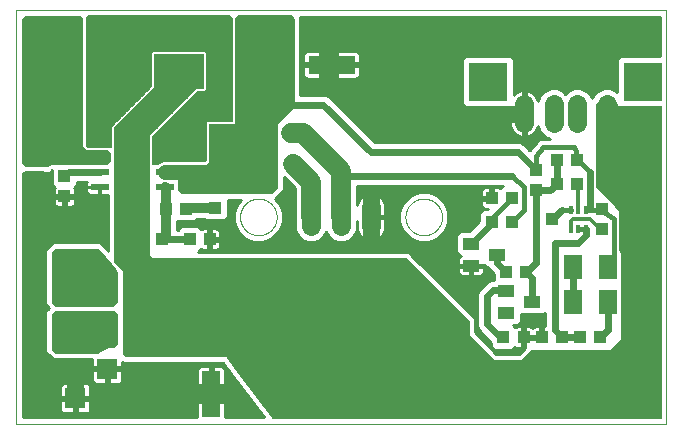
<source format=gtl>
G75*
%MOIN*%
%OFA0B0*%
%FSLAX25Y25*%
%IPPOS*%
%LPD*%
%AMOC8*
5,1,8,0,0,1.08239X$1,22.5*
%
%ADD10C,0.00000*%
%ADD11R,0.03937X0.04331*%
%ADD12R,0.06299X0.07098*%
%ADD13R,0.01575X0.03150*%
%ADD14R,0.05512X0.03937*%
%ADD15R,0.05906X0.07874*%
%ADD16R,0.04331X0.03937*%
%ADD17C,0.06337*%
%ADD18R,0.13055X0.13055*%
%ADD19R,0.03937X0.02362*%
%ADD20R,0.02362X0.03937*%
%ADD21R,0.05906X0.02362*%
%ADD22R,0.15748X0.11024*%
%ADD23R,0.07124X0.07124*%
%ADD24R,0.15748X0.06299*%
%ADD25R,0.06299X0.15748*%
%ADD26C,0.02400*%
%ADD27C,0.03200*%
%ADD28C,0.00039*%
%ADD29C,0.01000*%
%ADD30C,0.01200*%
%ADD31R,0.05937X0.05937*%
%ADD32C,0.05600*%
%ADD33C,0.06600*%
%ADD34C,0.01600*%
%ADD35R,0.04362X0.04362*%
%ADD36C,0.07600*%
%ADD37C,0.05000*%
D10*
X0070290Y0017195D02*
X0070290Y0154990D01*
X0286826Y0154990D01*
X0286826Y0017195D01*
X0070290Y0017195D01*
X0144897Y0086093D02*
X0144899Y0086249D01*
X0144905Y0086405D01*
X0144915Y0086560D01*
X0144929Y0086715D01*
X0144947Y0086870D01*
X0144969Y0087024D01*
X0144994Y0087178D01*
X0145024Y0087331D01*
X0145058Y0087483D01*
X0145095Y0087635D01*
X0145136Y0087785D01*
X0145181Y0087934D01*
X0145230Y0088082D01*
X0145283Y0088229D01*
X0145339Y0088374D01*
X0145399Y0088518D01*
X0145463Y0088660D01*
X0145531Y0088801D01*
X0145602Y0088939D01*
X0145676Y0089076D01*
X0145754Y0089211D01*
X0145835Y0089344D01*
X0145920Y0089475D01*
X0146008Y0089604D01*
X0146099Y0089730D01*
X0146194Y0089854D01*
X0146291Y0089975D01*
X0146392Y0090094D01*
X0146496Y0090211D01*
X0146602Y0090324D01*
X0146712Y0090435D01*
X0146824Y0090543D01*
X0146939Y0090648D01*
X0147057Y0090751D01*
X0147177Y0090850D01*
X0147300Y0090946D01*
X0147425Y0091039D01*
X0147552Y0091128D01*
X0147682Y0091215D01*
X0147814Y0091298D01*
X0147948Y0091377D01*
X0148084Y0091454D01*
X0148222Y0091526D01*
X0148361Y0091596D01*
X0148503Y0091661D01*
X0148646Y0091723D01*
X0148790Y0091781D01*
X0148936Y0091836D01*
X0149084Y0091887D01*
X0149232Y0091934D01*
X0149382Y0091977D01*
X0149533Y0092016D01*
X0149685Y0092052D01*
X0149837Y0092083D01*
X0149991Y0092111D01*
X0150145Y0092135D01*
X0150299Y0092155D01*
X0150454Y0092171D01*
X0150610Y0092183D01*
X0150765Y0092191D01*
X0150921Y0092195D01*
X0151077Y0092195D01*
X0151233Y0092191D01*
X0151388Y0092183D01*
X0151544Y0092171D01*
X0151699Y0092155D01*
X0151853Y0092135D01*
X0152007Y0092111D01*
X0152161Y0092083D01*
X0152313Y0092052D01*
X0152465Y0092016D01*
X0152616Y0091977D01*
X0152766Y0091934D01*
X0152914Y0091887D01*
X0153062Y0091836D01*
X0153208Y0091781D01*
X0153352Y0091723D01*
X0153495Y0091661D01*
X0153637Y0091596D01*
X0153776Y0091526D01*
X0153914Y0091454D01*
X0154050Y0091377D01*
X0154184Y0091298D01*
X0154316Y0091215D01*
X0154446Y0091128D01*
X0154573Y0091039D01*
X0154698Y0090946D01*
X0154821Y0090850D01*
X0154941Y0090751D01*
X0155059Y0090648D01*
X0155174Y0090543D01*
X0155286Y0090435D01*
X0155396Y0090324D01*
X0155502Y0090211D01*
X0155606Y0090094D01*
X0155707Y0089975D01*
X0155804Y0089854D01*
X0155899Y0089730D01*
X0155990Y0089604D01*
X0156078Y0089475D01*
X0156163Y0089344D01*
X0156244Y0089211D01*
X0156322Y0089076D01*
X0156396Y0088939D01*
X0156467Y0088801D01*
X0156535Y0088660D01*
X0156599Y0088518D01*
X0156659Y0088374D01*
X0156715Y0088229D01*
X0156768Y0088082D01*
X0156817Y0087934D01*
X0156862Y0087785D01*
X0156903Y0087635D01*
X0156940Y0087483D01*
X0156974Y0087331D01*
X0157004Y0087178D01*
X0157029Y0087024D01*
X0157051Y0086870D01*
X0157069Y0086715D01*
X0157083Y0086560D01*
X0157093Y0086405D01*
X0157099Y0086249D01*
X0157101Y0086093D01*
X0157099Y0085937D01*
X0157093Y0085781D01*
X0157083Y0085626D01*
X0157069Y0085471D01*
X0157051Y0085316D01*
X0157029Y0085162D01*
X0157004Y0085008D01*
X0156974Y0084855D01*
X0156940Y0084703D01*
X0156903Y0084551D01*
X0156862Y0084401D01*
X0156817Y0084252D01*
X0156768Y0084104D01*
X0156715Y0083957D01*
X0156659Y0083812D01*
X0156599Y0083668D01*
X0156535Y0083526D01*
X0156467Y0083385D01*
X0156396Y0083247D01*
X0156322Y0083110D01*
X0156244Y0082975D01*
X0156163Y0082842D01*
X0156078Y0082711D01*
X0155990Y0082582D01*
X0155899Y0082456D01*
X0155804Y0082332D01*
X0155707Y0082211D01*
X0155606Y0082092D01*
X0155502Y0081975D01*
X0155396Y0081862D01*
X0155286Y0081751D01*
X0155174Y0081643D01*
X0155059Y0081538D01*
X0154941Y0081435D01*
X0154821Y0081336D01*
X0154698Y0081240D01*
X0154573Y0081147D01*
X0154446Y0081058D01*
X0154316Y0080971D01*
X0154184Y0080888D01*
X0154050Y0080809D01*
X0153914Y0080732D01*
X0153776Y0080660D01*
X0153637Y0080590D01*
X0153495Y0080525D01*
X0153352Y0080463D01*
X0153208Y0080405D01*
X0153062Y0080350D01*
X0152914Y0080299D01*
X0152766Y0080252D01*
X0152616Y0080209D01*
X0152465Y0080170D01*
X0152313Y0080134D01*
X0152161Y0080103D01*
X0152007Y0080075D01*
X0151853Y0080051D01*
X0151699Y0080031D01*
X0151544Y0080015D01*
X0151388Y0080003D01*
X0151233Y0079995D01*
X0151077Y0079991D01*
X0150921Y0079991D01*
X0150765Y0079995D01*
X0150610Y0080003D01*
X0150454Y0080015D01*
X0150299Y0080031D01*
X0150145Y0080051D01*
X0149991Y0080075D01*
X0149837Y0080103D01*
X0149685Y0080134D01*
X0149533Y0080170D01*
X0149382Y0080209D01*
X0149232Y0080252D01*
X0149084Y0080299D01*
X0148936Y0080350D01*
X0148790Y0080405D01*
X0148646Y0080463D01*
X0148503Y0080525D01*
X0148361Y0080590D01*
X0148222Y0080660D01*
X0148084Y0080732D01*
X0147948Y0080809D01*
X0147814Y0080888D01*
X0147682Y0080971D01*
X0147552Y0081058D01*
X0147425Y0081147D01*
X0147300Y0081240D01*
X0147177Y0081336D01*
X0147057Y0081435D01*
X0146939Y0081538D01*
X0146824Y0081643D01*
X0146712Y0081751D01*
X0146602Y0081862D01*
X0146496Y0081975D01*
X0146392Y0082092D01*
X0146291Y0082211D01*
X0146194Y0082332D01*
X0146099Y0082456D01*
X0146008Y0082582D01*
X0145920Y0082711D01*
X0145835Y0082842D01*
X0145754Y0082975D01*
X0145676Y0083110D01*
X0145602Y0083247D01*
X0145531Y0083385D01*
X0145463Y0083526D01*
X0145399Y0083668D01*
X0145339Y0083812D01*
X0145283Y0083957D01*
X0145230Y0084104D01*
X0145181Y0084252D01*
X0145136Y0084401D01*
X0145095Y0084551D01*
X0145058Y0084703D01*
X0145024Y0084855D01*
X0144994Y0085008D01*
X0144969Y0085162D01*
X0144947Y0085316D01*
X0144929Y0085471D01*
X0144915Y0085626D01*
X0144905Y0085781D01*
X0144899Y0085937D01*
X0144897Y0086093D01*
X0200015Y0086093D02*
X0200017Y0086249D01*
X0200023Y0086405D01*
X0200033Y0086560D01*
X0200047Y0086715D01*
X0200065Y0086870D01*
X0200087Y0087024D01*
X0200112Y0087178D01*
X0200142Y0087331D01*
X0200176Y0087483D01*
X0200213Y0087635D01*
X0200254Y0087785D01*
X0200299Y0087934D01*
X0200348Y0088082D01*
X0200401Y0088229D01*
X0200457Y0088374D01*
X0200517Y0088518D01*
X0200581Y0088660D01*
X0200649Y0088801D01*
X0200720Y0088939D01*
X0200794Y0089076D01*
X0200872Y0089211D01*
X0200953Y0089344D01*
X0201038Y0089475D01*
X0201126Y0089604D01*
X0201217Y0089730D01*
X0201312Y0089854D01*
X0201409Y0089975D01*
X0201510Y0090094D01*
X0201614Y0090211D01*
X0201720Y0090324D01*
X0201830Y0090435D01*
X0201942Y0090543D01*
X0202057Y0090648D01*
X0202175Y0090751D01*
X0202295Y0090850D01*
X0202418Y0090946D01*
X0202543Y0091039D01*
X0202670Y0091128D01*
X0202800Y0091215D01*
X0202932Y0091298D01*
X0203066Y0091377D01*
X0203202Y0091454D01*
X0203340Y0091526D01*
X0203479Y0091596D01*
X0203621Y0091661D01*
X0203764Y0091723D01*
X0203908Y0091781D01*
X0204054Y0091836D01*
X0204202Y0091887D01*
X0204350Y0091934D01*
X0204500Y0091977D01*
X0204651Y0092016D01*
X0204803Y0092052D01*
X0204955Y0092083D01*
X0205109Y0092111D01*
X0205263Y0092135D01*
X0205417Y0092155D01*
X0205572Y0092171D01*
X0205728Y0092183D01*
X0205883Y0092191D01*
X0206039Y0092195D01*
X0206195Y0092195D01*
X0206351Y0092191D01*
X0206506Y0092183D01*
X0206662Y0092171D01*
X0206817Y0092155D01*
X0206971Y0092135D01*
X0207125Y0092111D01*
X0207279Y0092083D01*
X0207431Y0092052D01*
X0207583Y0092016D01*
X0207734Y0091977D01*
X0207884Y0091934D01*
X0208032Y0091887D01*
X0208180Y0091836D01*
X0208326Y0091781D01*
X0208470Y0091723D01*
X0208613Y0091661D01*
X0208755Y0091596D01*
X0208894Y0091526D01*
X0209032Y0091454D01*
X0209168Y0091377D01*
X0209302Y0091298D01*
X0209434Y0091215D01*
X0209564Y0091128D01*
X0209691Y0091039D01*
X0209816Y0090946D01*
X0209939Y0090850D01*
X0210059Y0090751D01*
X0210177Y0090648D01*
X0210292Y0090543D01*
X0210404Y0090435D01*
X0210514Y0090324D01*
X0210620Y0090211D01*
X0210724Y0090094D01*
X0210825Y0089975D01*
X0210922Y0089854D01*
X0211017Y0089730D01*
X0211108Y0089604D01*
X0211196Y0089475D01*
X0211281Y0089344D01*
X0211362Y0089211D01*
X0211440Y0089076D01*
X0211514Y0088939D01*
X0211585Y0088801D01*
X0211653Y0088660D01*
X0211717Y0088518D01*
X0211777Y0088374D01*
X0211833Y0088229D01*
X0211886Y0088082D01*
X0211935Y0087934D01*
X0211980Y0087785D01*
X0212021Y0087635D01*
X0212058Y0087483D01*
X0212092Y0087331D01*
X0212122Y0087178D01*
X0212147Y0087024D01*
X0212169Y0086870D01*
X0212187Y0086715D01*
X0212201Y0086560D01*
X0212211Y0086405D01*
X0212217Y0086249D01*
X0212219Y0086093D01*
X0212217Y0085937D01*
X0212211Y0085781D01*
X0212201Y0085626D01*
X0212187Y0085471D01*
X0212169Y0085316D01*
X0212147Y0085162D01*
X0212122Y0085008D01*
X0212092Y0084855D01*
X0212058Y0084703D01*
X0212021Y0084551D01*
X0211980Y0084401D01*
X0211935Y0084252D01*
X0211886Y0084104D01*
X0211833Y0083957D01*
X0211777Y0083812D01*
X0211717Y0083668D01*
X0211653Y0083526D01*
X0211585Y0083385D01*
X0211514Y0083247D01*
X0211440Y0083110D01*
X0211362Y0082975D01*
X0211281Y0082842D01*
X0211196Y0082711D01*
X0211108Y0082582D01*
X0211017Y0082456D01*
X0210922Y0082332D01*
X0210825Y0082211D01*
X0210724Y0082092D01*
X0210620Y0081975D01*
X0210514Y0081862D01*
X0210404Y0081751D01*
X0210292Y0081643D01*
X0210177Y0081538D01*
X0210059Y0081435D01*
X0209939Y0081336D01*
X0209816Y0081240D01*
X0209691Y0081147D01*
X0209564Y0081058D01*
X0209434Y0080971D01*
X0209302Y0080888D01*
X0209168Y0080809D01*
X0209032Y0080732D01*
X0208894Y0080660D01*
X0208755Y0080590D01*
X0208613Y0080525D01*
X0208470Y0080463D01*
X0208326Y0080405D01*
X0208180Y0080350D01*
X0208032Y0080299D01*
X0207884Y0080252D01*
X0207734Y0080209D01*
X0207583Y0080170D01*
X0207431Y0080134D01*
X0207279Y0080103D01*
X0207125Y0080075D01*
X0206971Y0080051D01*
X0206817Y0080031D01*
X0206662Y0080015D01*
X0206506Y0080003D01*
X0206351Y0079995D01*
X0206195Y0079991D01*
X0206039Y0079991D01*
X0205883Y0079995D01*
X0205728Y0080003D01*
X0205572Y0080015D01*
X0205417Y0080031D01*
X0205263Y0080051D01*
X0205109Y0080075D01*
X0204955Y0080103D01*
X0204803Y0080134D01*
X0204651Y0080170D01*
X0204500Y0080209D01*
X0204350Y0080252D01*
X0204202Y0080299D01*
X0204054Y0080350D01*
X0203908Y0080405D01*
X0203764Y0080463D01*
X0203621Y0080525D01*
X0203479Y0080590D01*
X0203340Y0080660D01*
X0203202Y0080732D01*
X0203066Y0080809D01*
X0202932Y0080888D01*
X0202800Y0080971D01*
X0202670Y0081058D01*
X0202543Y0081147D01*
X0202418Y0081240D01*
X0202295Y0081336D01*
X0202175Y0081435D01*
X0202057Y0081538D01*
X0201942Y0081643D01*
X0201830Y0081751D01*
X0201720Y0081862D01*
X0201614Y0081975D01*
X0201510Y0082092D01*
X0201409Y0082211D01*
X0201312Y0082332D01*
X0201217Y0082456D01*
X0201126Y0082582D01*
X0201038Y0082711D01*
X0200953Y0082842D01*
X0200872Y0082975D01*
X0200794Y0083110D01*
X0200720Y0083247D01*
X0200649Y0083385D01*
X0200581Y0083526D01*
X0200517Y0083668D01*
X0200457Y0083812D01*
X0200401Y0083957D01*
X0200348Y0084104D01*
X0200299Y0084252D01*
X0200254Y0084401D01*
X0200213Y0084551D01*
X0200176Y0084703D01*
X0200142Y0084855D01*
X0200112Y0085008D01*
X0200087Y0085162D01*
X0200065Y0085316D01*
X0200047Y0085471D01*
X0200033Y0085626D01*
X0200023Y0085781D01*
X0200017Y0085937D01*
X0200015Y0086093D01*
D11*
X0228755Y0084321D03*
X0235448Y0084321D03*
X0235448Y0092392D03*
X0228755Y0092392D03*
X0243519Y0094951D03*
X0250408Y0097116D03*
X0243519Y0101644D03*
X0250408Y0105187D03*
X0257101Y0105187D03*
X0257101Y0097116D03*
X0240369Y0067589D03*
X0233676Y0067589D03*
X0232692Y0045935D03*
X0239385Y0045935D03*
X0245487Y0045935D03*
X0252180Y0045935D03*
X0258283Y0045935D03*
X0264975Y0045935D03*
X0134779Y0078652D03*
X0128086Y0078652D03*
X0118794Y0078612D03*
X0112101Y0078612D03*
X0120094Y0088848D03*
X0126786Y0088848D03*
X0086373Y0092963D03*
X0086373Y0099656D03*
D12*
X0128353Y0113415D03*
X0139550Y0113415D03*
D13*
X0255133Y0088455D03*
X0257692Y0088455D03*
X0260251Y0088455D03*
X0260251Y0082156D03*
X0257692Y0082156D03*
X0255133Y0082156D03*
D14*
X0230527Y0073494D03*
X0221865Y0069754D03*
X0221865Y0077234D03*
X0233676Y0061486D03*
X0242338Y0057746D03*
X0233676Y0054006D03*
D15*
X0255723Y0057746D03*
X0267534Y0057746D03*
X0267534Y0069557D03*
X0255723Y0069557D03*
D16*
X0265566Y0081959D03*
X0265566Y0088652D03*
D17*
X0267141Y0117373D02*
X0267141Y0123710D01*
X0257298Y0123710D02*
X0257298Y0117373D01*
X0249424Y0117373D02*
X0249424Y0123710D01*
X0239582Y0123710D02*
X0239582Y0117373D01*
X0188558Y0089261D02*
X0188558Y0082924D01*
X0178558Y0082924D02*
X0178558Y0089261D01*
X0168558Y0089261D02*
X0168558Y0082924D01*
D18*
X0227495Y0131211D03*
X0279227Y0131211D03*
D19*
X0162023Y0114045D03*
X0153361Y0114045D03*
X0153952Y0103809D03*
X0162613Y0103809D03*
D20*
X0089975Y0060699D03*
X0089975Y0052037D03*
X0076196Y0098691D03*
X0076196Y0107352D03*
D21*
X0098086Y0106112D03*
X0098086Y0101112D03*
X0098086Y0096112D03*
X0119739Y0096112D03*
X0119739Y0101112D03*
X0119739Y0106112D03*
X0119739Y0111112D03*
X0098086Y0111112D03*
D22*
X0079936Y0134911D03*
X0124424Y0134911D03*
D23*
X0089975Y0045344D03*
X0100605Y0035502D03*
X0089975Y0025659D03*
D24*
X0151786Y0136880D03*
X0175408Y0136880D03*
D25*
X0135251Y0050659D03*
X0135251Y0027037D03*
D26*
X0128046Y0078612D02*
X0118794Y0078612D01*
X0128046Y0078612D02*
X0128086Y0078652D01*
X0098086Y0101112D02*
X0087830Y0101112D01*
X0086373Y0099656D01*
X0139550Y0113415D02*
X0148794Y0113415D01*
X0153361Y0114045D01*
X0149818Y0121526D01*
X0156905Y0123494D02*
X0172653Y0123494D01*
X0188401Y0107746D01*
X0237416Y0107746D01*
X0243519Y0101644D01*
X0250408Y0105187D02*
X0250408Y0097116D01*
X0248243Y0094951D01*
X0243519Y0094951D01*
X0243519Y0070738D01*
X0240369Y0067589D01*
X0242338Y0065620D01*
X0242338Y0057746D01*
X0233479Y0061683D02*
X0229149Y0061683D01*
X0227180Y0059715D01*
X0227180Y0050266D01*
X0231511Y0045935D01*
X0249818Y0048297D02*
X0252180Y0045935D01*
X0258283Y0045935D01*
X0264975Y0045935D02*
X0267534Y0048494D01*
X0267534Y0057746D01*
X0255723Y0057746D02*
X0255723Y0069557D01*
X0257692Y0077431D02*
X0249818Y0077431D01*
X0249818Y0048297D01*
X0233676Y0067589D02*
X0230527Y0070738D01*
X0230527Y0073494D01*
X0221865Y0077234D02*
X0228755Y0084124D01*
X0249031Y0085305D02*
X0252180Y0088455D01*
X0261629Y0089833D02*
X0261629Y0101053D01*
X0235645Y0099872D02*
X0178558Y0099872D01*
X0153952Y0103809D02*
X0153361Y0104400D01*
X0153361Y0114045D01*
X0257692Y0077431D02*
X0260251Y0079990D01*
X0260251Y0082156D01*
D27*
X0136432Y0089242D02*
X0126786Y0089242D01*
X0126786Y0088848D01*
X0120094Y0088848D02*
X0120094Y0078612D01*
X0118794Y0078612D01*
X0120094Y0088848D02*
X0120094Y0095758D01*
X0119739Y0096112D01*
D28*
X0124227Y0096102D02*
X0157298Y0096102D01*
X0157298Y0096140D02*
X0124227Y0096140D01*
X0124227Y0096178D02*
X0157298Y0096178D01*
X0157298Y0096215D02*
X0124227Y0096215D01*
X0124227Y0096253D02*
X0157298Y0096253D01*
X0157298Y0096291D02*
X0124227Y0096291D01*
X0124227Y0096329D02*
X0157298Y0096329D01*
X0157298Y0096367D02*
X0124227Y0096367D01*
X0124227Y0096405D02*
X0157298Y0096405D01*
X0157298Y0096443D02*
X0124227Y0096443D01*
X0124227Y0096481D02*
X0157298Y0096481D01*
X0157298Y0096519D02*
X0124227Y0096519D01*
X0124227Y0096556D02*
X0157298Y0096556D01*
X0157298Y0096594D02*
X0124227Y0096594D01*
X0124227Y0096632D02*
X0157298Y0096632D01*
X0157298Y0096670D02*
X0124227Y0096670D01*
X0124227Y0096708D02*
X0157298Y0096708D01*
X0157298Y0096746D02*
X0124227Y0096746D01*
X0124227Y0096784D02*
X0157298Y0096784D01*
X0157298Y0096822D02*
X0124227Y0096822D01*
X0124227Y0096859D02*
X0157298Y0096859D01*
X0157298Y0096897D02*
X0124227Y0096897D01*
X0124227Y0096935D02*
X0157298Y0096935D01*
X0157298Y0096973D02*
X0124227Y0096973D01*
X0124227Y0097011D02*
X0157298Y0097011D01*
X0157298Y0097049D02*
X0124227Y0097049D01*
X0124227Y0097087D02*
X0157298Y0097087D01*
X0157298Y0097125D02*
X0124227Y0097125D01*
X0124227Y0097163D02*
X0157298Y0097163D01*
X0157298Y0097200D02*
X0124227Y0097200D01*
X0124227Y0097238D02*
X0157298Y0097238D01*
X0157298Y0097276D02*
X0124227Y0097276D01*
X0124227Y0097314D02*
X0157298Y0097314D01*
X0157298Y0097352D02*
X0124227Y0097352D01*
X0124227Y0097390D02*
X0157298Y0097390D01*
X0157298Y0097428D02*
X0124227Y0097428D01*
X0124227Y0097466D02*
X0157298Y0097466D01*
X0157298Y0097503D02*
X0124227Y0097503D01*
X0124227Y0097541D02*
X0157298Y0097541D01*
X0157298Y0097579D02*
X0124227Y0097579D01*
X0124227Y0097617D02*
X0157298Y0097617D01*
X0157298Y0097655D02*
X0124227Y0097655D01*
X0124227Y0097693D02*
X0157298Y0097693D01*
X0157298Y0097731D02*
X0124227Y0097731D01*
X0124227Y0097769D02*
X0157298Y0097769D01*
X0157298Y0097806D02*
X0124227Y0097806D01*
X0124227Y0097844D02*
X0157298Y0097844D01*
X0157298Y0097882D02*
X0124227Y0097882D01*
X0124227Y0097920D02*
X0157298Y0097920D01*
X0157298Y0097958D02*
X0124227Y0097958D01*
X0124227Y0097996D02*
X0157298Y0097996D01*
X0157298Y0098034D02*
X0124227Y0098034D01*
X0124227Y0098072D02*
X0157298Y0098072D01*
X0157298Y0098110D02*
X0124227Y0098110D01*
X0124227Y0098147D02*
X0157298Y0098147D01*
X0157298Y0098185D02*
X0124227Y0098185D01*
X0124227Y0098223D02*
X0157298Y0098223D01*
X0157298Y0098261D02*
X0124227Y0098261D01*
X0124227Y0098299D02*
X0157298Y0098299D01*
X0157298Y0098337D02*
X0124227Y0098337D01*
X0124227Y0098375D02*
X0157298Y0098375D01*
X0157298Y0098413D02*
X0124227Y0098413D01*
X0124227Y0098450D02*
X0157298Y0098450D01*
X0157298Y0098488D02*
X0124227Y0098488D01*
X0124227Y0098526D02*
X0157298Y0098526D01*
X0157298Y0098564D02*
X0124227Y0098564D01*
X0124227Y0098602D02*
X0157298Y0098602D01*
X0157298Y0098640D02*
X0124227Y0098640D01*
X0124227Y0098678D02*
X0157298Y0098678D01*
X0157298Y0098716D02*
X0124227Y0098716D01*
X0124227Y0098754D02*
X0157298Y0098754D01*
X0157298Y0098791D02*
X0124227Y0098791D01*
X0124227Y0098829D02*
X0157298Y0098829D01*
X0157298Y0098867D02*
X0124227Y0098867D01*
X0124227Y0098905D02*
X0157298Y0098905D01*
X0157298Y0098943D02*
X0124227Y0098943D01*
X0124227Y0098981D02*
X0157298Y0098981D01*
X0157298Y0099019D02*
X0124227Y0099019D01*
X0124227Y0099057D02*
X0157298Y0099057D01*
X0157298Y0099094D02*
X0124227Y0099094D01*
X0124227Y0099132D02*
X0157298Y0099132D01*
X0157298Y0099170D02*
X0124227Y0099170D01*
X0124227Y0099208D02*
X0157298Y0099208D01*
X0157298Y0099246D02*
X0124227Y0099246D01*
X0124227Y0099284D02*
X0157298Y0099284D01*
X0157298Y0099322D02*
X0124227Y0099322D01*
X0124227Y0099360D02*
X0157298Y0099360D01*
X0157298Y0099398D02*
X0124227Y0099398D01*
X0124227Y0099435D02*
X0157298Y0099435D01*
X0157298Y0099473D02*
X0124227Y0099473D01*
X0124227Y0099511D02*
X0157298Y0099511D01*
X0157298Y0099549D02*
X0124227Y0099549D01*
X0124227Y0099587D02*
X0157298Y0099587D01*
X0157298Y0099625D02*
X0124227Y0099625D01*
X0124227Y0099663D02*
X0157298Y0099663D01*
X0157298Y0099701D02*
X0124227Y0099701D01*
X0124227Y0099738D02*
X0157298Y0099738D01*
X0157298Y0099776D02*
X0124227Y0099776D01*
X0124227Y0099814D02*
X0157298Y0099814D01*
X0157298Y0099852D02*
X0124227Y0099852D01*
X0124227Y0099890D02*
X0157298Y0099890D01*
X0157298Y0099928D02*
X0124227Y0099928D01*
X0124227Y0099966D02*
X0157298Y0099966D01*
X0157298Y0100004D02*
X0124227Y0100004D01*
X0124227Y0100041D02*
X0157298Y0100041D01*
X0157298Y0100079D02*
X0124227Y0100079D01*
X0124227Y0100117D02*
X0157298Y0100117D01*
X0157298Y0100155D02*
X0124227Y0100155D01*
X0124227Y0100193D02*
X0157298Y0100193D01*
X0157298Y0100231D02*
X0124227Y0100231D01*
X0124227Y0100269D02*
X0157298Y0100269D01*
X0157298Y0100307D02*
X0124227Y0100307D01*
X0124227Y0100345D02*
X0157298Y0100345D01*
X0157298Y0100382D02*
X0124227Y0100382D01*
X0124227Y0100420D02*
X0157298Y0100420D01*
X0157298Y0100458D02*
X0124227Y0100458D01*
X0124227Y0100496D02*
X0157298Y0100496D01*
X0157298Y0100534D02*
X0124227Y0100534D01*
X0124227Y0100572D02*
X0157298Y0100572D01*
X0157298Y0100610D02*
X0124227Y0100610D01*
X0124227Y0100648D02*
X0157298Y0100648D01*
X0157298Y0100685D02*
X0124227Y0100685D01*
X0124227Y0100723D02*
X0157298Y0100723D01*
X0157298Y0100761D02*
X0124227Y0100761D01*
X0124227Y0100799D02*
X0157298Y0100799D01*
X0157298Y0100837D02*
X0124227Y0100837D01*
X0124227Y0100875D02*
X0157298Y0100875D01*
X0157298Y0100913D02*
X0124227Y0100913D01*
X0124227Y0100951D02*
X0157298Y0100951D01*
X0157298Y0100989D02*
X0124227Y0100989D01*
X0124227Y0101026D02*
X0157298Y0101026D01*
X0157298Y0101064D02*
X0124227Y0101064D01*
X0124227Y0101102D02*
X0157298Y0101102D01*
X0157298Y0101140D02*
X0124227Y0101140D01*
X0124227Y0101178D02*
X0157298Y0101178D01*
X0157298Y0101216D02*
X0124227Y0101216D01*
X0124227Y0101254D02*
X0157298Y0101254D01*
X0157298Y0101292D02*
X0124227Y0101292D01*
X0124227Y0101329D02*
X0157298Y0101329D01*
X0157298Y0101367D02*
X0124227Y0101367D01*
X0124227Y0101405D02*
X0157298Y0101405D01*
X0157298Y0101443D02*
X0124227Y0101443D01*
X0124227Y0101481D02*
X0157298Y0101481D01*
X0157298Y0101519D02*
X0124227Y0101519D01*
X0124227Y0101557D02*
X0157298Y0101557D01*
X0157298Y0101595D02*
X0124227Y0101595D01*
X0124227Y0101633D02*
X0157298Y0101633D01*
X0157298Y0101670D02*
X0124227Y0101670D01*
X0124227Y0101708D02*
X0157298Y0101708D01*
X0157298Y0101746D02*
X0124227Y0101746D01*
X0124227Y0101784D02*
X0157298Y0101784D01*
X0157298Y0101822D02*
X0124227Y0101822D01*
X0124227Y0101841D02*
X0125408Y0103022D01*
X0134464Y0103022D01*
X0134464Y0117195D01*
X0143125Y0117195D01*
X0143125Y0152165D01*
X0144375Y0153415D01*
X0161560Y0153415D01*
X0162810Y0152165D01*
X0162810Y0122707D01*
X0157298Y0117195D01*
X0157298Y0095935D01*
X0155330Y0093967D01*
X0125477Y0093967D01*
X0124227Y0095217D01*
X0124227Y0101841D01*
X0124247Y0101860D02*
X0157298Y0101860D01*
X0157298Y0101898D02*
X0124285Y0101898D01*
X0124322Y0101936D02*
X0157298Y0101936D01*
X0157298Y0101973D02*
X0124360Y0101973D01*
X0124398Y0102011D02*
X0157298Y0102011D01*
X0157298Y0102049D02*
X0124436Y0102049D01*
X0124474Y0102087D02*
X0157298Y0102087D01*
X0157298Y0102125D02*
X0124512Y0102125D01*
X0124550Y0102163D02*
X0157298Y0102163D01*
X0157298Y0102201D02*
X0124588Y0102201D01*
X0124625Y0102239D02*
X0157298Y0102239D01*
X0157298Y0102277D02*
X0124663Y0102277D01*
X0124701Y0102314D02*
X0157298Y0102314D01*
X0157298Y0102352D02*
X0124739Y0102352D01*
X0124777Y0102390D02*
X0157298Y0102390D01*
X0157298Y0102428D02*
X0124815Y0102428D01*
X0124853Y0102466D02*
X0157298Y0102466D01*
X0157298Y0102504D02*
X0124891Y0102504D01*
X0124929Y0102542D02*
X0157298Y0102542D01*
X0157298Y0102580D02*
X0124966Y0102580D01*
X0125004Y0102617D02*
X0157298Y0102617D01*
X0157298Y0102655D02*
X0125042Y0102655D01*
X0125080Y0102693D02*
X0157298Y0102693D01*
X0157298Y0102731D02*
X0125118Y0102731D01*
X0125156Y0102769D02*
X0157298Y0102769D01*
X0157298Y0102807D02*
X0125194Y0102807D01*
X0125232Y0102845D02*
X0157298Y0102845D01*
X0157298Y0102883D02*
X0125269Y0102883D01*
X0125307Y0102920D02*
X0157298Y0102920D01*
X0157298Y0102958D02*
X0125345Y0102958D01*
X0125383Y0102996D02*
X0157298Y0102996D01*
X0157298Y0103034D02*
X0134464Y0103034D01*
X0134464Y0103072D02*
X0157298Y0103072D01*
X0157298Y0103110D02*
X0134464Y0103110D01*
X0134464Y0103148D02*
X0157298Y0103148D01*
X0157298Y0103186D02*
X0134464Y0103186D01*
X0134464Y0103224D02*
X0157298Y0103224D01*
X0157298Y0103261D02*
X0134464Y0103261D01*
X0134464Y0103299D02*
X0157298Y0103299D01*
X0157298Y0103337D02*
X0134464Y0103337D01*
X0134464Y0103375D02*
X0157298Y0103375D01*
X0157298Y0103413D02*
X0134464Y0103413D01*
X0134464Y0103451D02*
X0157298Y0103451D01*
X0157298Y0103489D02*
X0134464Y0103489D01*
X0134464Y0103527D02*
X0157298Y0103527D01*
X0157298Y0103564D02*
X0134464Y0103564D01*
X0134464Y0103602D02*
X0157298Y0103602D01*
X0157298Y0103640D02*
X0134464Y0103640D01*
X0134464Y0103678D02*
X0157298Y0103678D01*
X0157298Y0103716D02*
X0134464Y0103716D01*
X0134464Y0103754D02*
X0157298Y0103754D01*
X0157298Y0103792D02*
X0134464Y0103792D01*
X0134464Y0103830D02*
X0157298Y0103830D01*
X0157298Y0103868D02*
X0134464Y0103868D01*
X0134464Y0103905D02*
X0157298Y0103905D01*
X0157298Y0103943D02*
X0134464Y0103943D01*
X0134464Y0103981D02*
X0157298Y0103981D01*
X0157298Y0104019D02*
X0134464Y0104019D01*
X0134464Y0104057D02*
X0157298Y0104057D01*
X0157298Y0104095D02*
X0134464Y0104095D01*
X0134464Y0104133D02*
X0157298Y0104133D01*
X0157298Y0104171D02*
X0134464Y0104171D01*
X0134464Y0104208D02*
X0157298Y0104208D01*
X0157298Y0104246D02*
X0134464Y0104246D01*
X0134464Y0104284D02*
X0157298Y0104284D01*
X0157298Y0104322D02*
X0134464Y0104322D01*
X0134464Y0104360D02*
X0157298Y0104360D01*
X0157298Y0104398D02*
X0134464Y0104398D01*
X0134464Y0104436D02*
X0157298Y0104436D01*
X0157298Y0104474D02*
X0134464Y0104474D01*
X0134464Y0104512D02*
X0157298Y0104512D01*
X0157298Y0104549D02*
X0134464Y0104549D01*
X0134464Y0104587D02*
X0157298Y0104587D01*
X0157298Y0104625D02*
X0134464Y0104625D01*
X0134464Y0104663D02*
X0157298Y0104663D01*
X0157298Y0104701D02*
X0134464Y0104701D01*
X0134464Y0104739D02*
X0157298Y0104739D01*
X0157298Y0104777D02*
X0134464Y0104777D01*
X0134464Y0104815D02*
X0157298Y0104815D01*
X0157298Y0104852D02*
X0134464Y0104852D01*
X0134464Y0104890D02*
X0157298Y0104890D01*
X0157298Y0104928D02*
X0134464Y0104928D01*
X0134464Y0104966D02*
X0157298Y0104966D01*
X0157298Y0105004D02*
X0134464Y0105004D01*
X0134464Y0105042D02*
X0157298Y0105042D01*
X0157298Y0105080D02*
X0134464Y0105080D01*
X0134464Y0105118D02*
X0157298Y0105118D01*
X0157298Y0105155D02*
X0134464Y0105155D01*
X0134464Y0105193D02*
X0157298Y0105193D01*
X0157298Y0105231D02*
X0134464Y0105231D01*
X0134464Y0105269D02*
X0157298Y0105269D01*
X0157298Y0105307D02*
X0134464Y0105307D01*
X0134464Y0105345D02*
X0157298Y0105345D01*
X0157298Y0105383D02*
X0134464Y0105383D01*
X0134464Y0105421D02*
X0157298Y0105421D01*
X0157298Y0105459D02*
X0134464Y0105459D01*
X0134464Y0105496D02*
X0157298Y0105496D01*
X0157298Y0105534D02*
X0134464Y0105534D01*
X0134464Y0105572D02*
X0157298Y0105572D01*
X0157298Y0105610D02*
X0134464Y0105610D01*
X0134464Y0105648D02*
X0157298Y0105648D01*
X0157298Y0105686D02*
X0134464Y0105686D01*
X0134464Y0105724D02*
X0157298Y0105724D01*
X0157298Y0105762D02*
X0134464Y0105762D01*
X0134464Y0105799D02*
X0157298Y0105799D01*
X0157298Y0105837D02*
X0134464Y0105837D01*
X0134464Y0105875D02*
X0157298Y0105875D01*
X0157298Y0105913D02*
X0134464Y0105913D01*
X0134464Y0105951D02*
X0157298Y0105951D01*
X0157298Y0105989D02*
X0134464Y0105989D01*
X0134464Y0106027D02*
X0157298Y0106027D01*
X0157298Y0106065D02*
X0134464Y0106065D01*
X0134464Y0106103D02*
X0157298Y0106103D01*
X0157298Y0106140D02*
X0134464Y0106140D01*
X0134464Y0106178D02*
X0157298Y0106178D01*
X0157298Y0106216D02*
X0134464Y0106216D01*
X0134464Y0106254D02*
X0157298Y0106254D01*
X0157298Y0106292D02*
X0134464Y0106292D01*
X0134464Y0106330D02*
X0157298Y0106330D01*
X0157298Y0106368D02*
X0134464Y0106368D01*
X0134464Y0106406D02*
X0157298Y0106406D01*
X0157298Y0106443D02*
X0134464Y0106443D01*
X0134464Y0106481D02*
X0157298Y0106481D01*
X0157298Y0106519D02*
X0134464Y0106519D01*
X0134464Y0106557D02*
X0157298Y0106557D01*
X0157298Y0106595D02*
X0134464Y0106595D01*
X0134464Y0106633D02*
X0157298Y0106633D01*
X0157298Y0106671D02*
X0134464Y0106671D01*
X0134464Y0106709D02*
X0157298Y0106709D01*
X0157298Y0106747D02*
X0134464Y0106747D01*
X0134464Y0106784D02*
X0157298Y0106784D01*
X0157298Y0106822D02*
X0134464Y0106822D01*
X0134464Y0106860D02*
X0157298Y0106860D01*
X0157298Y0106898D02*
X0134464Y0106898D01*
X0134464Y0106936D02*
X0157298Y0106936D01*
X0157298Y0106974D02*
X0134464Y0106974D01*
X0134464Y0107012D02*
X0157298Y0107012D01*
X0157298Y0107050D02*
X0134464Y0107050D01*
X0134464Y0107087D02*
X0157298Y0107087D01*
X0157298Y0107125D02*
X0134464Y0107125D01*
X0134464Y0107163D02*
X0157298Y0107163D01*
X0157298Y0107201D02*
X0134464Y0107201D01*
X0134464Y0107239D02*
X0157298Y0107239D01*
X0157298Y0107277D02*
X0134464Y0107277D01*
X0134464Y0107315D02*
X0157298Y0107315D01*
X0157298Y0107353D02*
X0134464Y0107353D01*
X0134464Y0107390D02*
X0157298Y0107390D01*
X0157298Y0107428D02*
X0134464Y0107428D01*
X0134464Y0107466D02*
X0157298Y0107466D01*
X0157298Y0107504D02*
X0134464Y0107504D01*
X0134464Y0107542D02*
X0157298Y0107542D01*
X0157298Y0107580D02*
X0134464Y0107580D01*
X0134464Y0107618D02*
X0157298Y0107618D01*
X0157298Y0107656D02*
X0134464Y0107656D01*
X0134464Y0107694D02*
X0157298Y0107694D01*
X0157298Y0107731D02*
X0134464Y0107731D01*
X0134464Y0107769D02*
X0157298Y0107769D01*
X0157298Y0107807D02*
X0134464Y0107807D01*
X0134464Y0107845D02*
X0157298Y0107845D01*
X0157298Y0107883D02*
X0134464Y0107883D01*
X0134464Y0107921D02*
X0157298Y0107921D01*
X0157298Y0107959D02*
X0134464Y0107959D01*
X0134464Y0107997D02*
X0157298Y0107997D01*
X0157298Y0108034D02*
X0134464Y0108034D01*
X0134464Y0108072D02*
X0157298Y0108072D01*
X0157298Y0108110D02*
X0134464Y0108110D01*
X0134464Y0108148D02*
X0157298Y0108148D01*
X0157298Y0108186D02*
X0134464Y0108186D01*
X0134464Y0108224D02*
X0157298Y0108224D01*
X0157298Y0108262D02*
X0134464Y0108262D01*
X0134464Y0108300D02*
X0157298Y0108300D01*
X0157298Y0108338D02*
X0134464Y0108338D01*
X0134464Y0108375D02*
X0157298Y0108375D01*
X0157298Y0108413D02*
X0134464Y0108413D01*
X0134464Y0108451D02*
X0157298Y0108451D01*
X0157298Y0108489D02*
X0134464Y0108489D01*
X0134464Y0108527D02*
X0157298Y0108527D01*
X0157298Y0108565D02*
X0134464Y0108565D01*
X0134464Y0108603D02*
X0157298Y0108603D01*
X0157298Y0108641D02*
X0134464Y0108641D01*
X0134464Y0108678D02*
X0157298Y0108678D01*
X0157298Y0108716D02*
X0134464Y0108716D01*
X0134464Y0108754D02*
X0157298Y0108754D01*
X0157298Y0108792D02*
X0134464Y0108792D01*
X0134464Y0108830D02*
X0157298Y0108830D01*
X0157298Y0108868D02*
X0134464Y0108868D01*
X0134464Y0108906D02*
X0157298Y0108906D01*
X0157298Y0108944D02*
X0134464Y0108944D01*
X0134464Y0108982D02*
X0157298Y0108982D01*
X0157298Y0109019D02*
X0134464Y0109019D01*
X0134464Y0109057D02*
X0157298Y0109057D01*
X0157298Y0109095D02*
X0134464Y0109095D01*
X0134464Y0109133D02*
X0157298Y0109133D01*
X0157298Y0109171D02*
X0134464Y0109171D01*
X0134464Y0109209D02*
X0157298Y0109209D01*
X0157298Y0109247D02*
X0134464Y0109247D01*
X0134464Y0109285D02*
X0157298Y0109285D01*
X0157298Y0109322D02*
X0134464Y0109322D01*
X0134464Y0109360D02*
X0157298Y0109360D01*
X0157298Y0109398D02*
X0134464Y0109398D01*
X0134464Y0109436D02*
X0157298Y0109436D01*
X0157298Y0109474D02*
X0134464Y0109474D01*
X0134464Y0109512D02*
X0157298Y0109512D01*
X0157298Y0109550D02*
X0134464Y0109550D01*
X0134464Y0109588D02*
X0157298Y0109588D01*
X0157298Y0109625D02*
X0134464Y0109625D01*
X0134464Y0109663D02*
X0157298Y0109663D01*
X0157298Y0109701D02*
X0134464Y0109701D01*
X0134464Y0109739D02*
X0157298Y0109739D01*
X0157298Y0109777D02*
X0134464Y0109777D01*
X0134464Y0109815D02*
X0157298Y0109815D01*
X0157298Y0109853D02*
X0134464Y0109853D01*
X0134464Y0109891D02*
X0157298Y0109891D01*
X0157298Y0109929D02*
X0134464Y0109929D01*
X0134464Y0109966D02*
X0157298Y0109966D01*
X0157298Y0110004D02*
X0134464Y0110004D01*
X0134464Y0110042D02*
X0157298Y0110042D01*
X0157298Y0110080D02*
X0134464Y0110080D01*
X0134464Y0110118D02*
X0157298Y0110118D01*
X0157298Y0110156D02*
X0134464Y0110156D01*
X0134464Y0110194D02*
X0157298Y0110194D01*
X0157298Y0110232D02*
X0134464Y0110232D01*
X0134464Y0110269D02*
X0157298Y0110269D01*
X0157298Y0110307D02*
X0134464Y0110307D01*
X0134464Y0110345D02*
X0157298Y0110345D01*
X0157298Y0110383D02*
X0134464Y0110383D01*
X0134464Y0110421D02*
X0157298Y0110421D01*
X0157298Y0110459D02*
X0134464Y0110459D01*
X0134464Y0110497D02*
X0157298Y0110497D01*
X0157298Y0110535D02*
X0134464Y0110535D01*
X0134464Y0110573D02*
X0157298Y0110573D01*
X0157298Y0110610D02*
X0134464Y0110610D01*
X0134464Y0110648D02*
X0157298Y0110648D01*
X0157298Y0110686D02*
X0134464Y0110686D01*
X0134464Y0110724D02*
X0157298Y0110724D01*
X0157298Y0110762D02*
X0134464Y0110762D01*
X0134464Y0110800D02*
X0157298Y0110800D01*
X0157298Y0110838D02*
X0134464Y0110838D01*
X0134464Y0110876D02*
X0157298Y0110876D01*
X0157298Y0110913D02*
X0134464Y0110913D01*
X0134464Y0110951D02*
X0157298Y0110951D01*
X0157298Y0110989D02*
X0134464Y0110989D01*
X0134464Y0111027D02*
X0157298Y0111027D01*
X0157298Y0111065D02*
X0134464Y0111065D01*
X0134464Y0111103D02*
X0157298Y0111103D01*
X0157298Y0111141D02*
X0134464Y0111141D01*
X0134464Y0111179D02*
X0157298Y0111179D01*
X0157298Y0111217D02*
X0134464Y0111217D01*
X0134464Y0111254D02*
X0157298Y0111254D01*
X0157298Y0111292D02*
X0134464Y0111292D01*
X0134464Y0111330D02*
X0157298Y0111330D01*
X0157298Y0111368D02*
X0134464Y0111368D01*
X0134464Y0111406D02*
X0157298Y0111406D01*
X0157298Y0111444D02*
X0134464Y0111444D01*
X0134464Y0111482D02*
X0157298Y0111482D01*
X0157298Y0111520D02*
X0134464Y0111520D01*
X0134464Y0111557D02*
X0157298Y0111557D01*
X0157298Y0111595D02*
X0134464Y0111595D01*
X0134464Y0111633D02*
X0157298Y0111633D01*
X0157298Y0111671D02*
X0134464Y0111671D01*
X0134464Y0111709D02*
X0157298Y0111709D01*
X0157298Y0111747D02*
X0134464Y0111747D01*
X0134464Y0111785D02*
X0157298Y0111785D01*
X0157298Y0111823D02*
X0134464Y0111823D01*
X0134464Y0111860D02*
X0157298Y0111860D01*
X0157298Y0111898D02*
X0134464Y0111898D01*
X0134464Y0111936D02*
X0157298Y0111936D01*
X0157298Y0111974D02*
X0134464Y0111974D01*
X0134464Y0112012D02*
X0157298Y0112012D01*
X0157298Y0112050D02*
X0134464Y0112050D01*
X0134464Y0112088D02*
X0157298Y0112088D01*
X0157298Y0112126D02*
X0134464Y0112126D01*
X0134464Y0112164D02*
X0157298Y0112164D01*
X0157298Y0112201D02*
X0134464Y0112201D01*
X0134464Y0112239D02*
X0157298Y0112239D01*
X0157298Y0112277D02*
X0134464Y0112277D01*
X0134464Y0112315D02*
X0157298Y0112315D01*
X0157298Y0112353D02*
X0134464Y0112353D01*
X0134464Y0112391D02*
X0157298Y0112391D01*
X0157298Y0112429D02*
X0134464Y0112429D01*
X0134464Y0112467D02*
X0157298Y0112467D01*
X0157298Y0112504D02*
X0134464Y0112504D01*
X0134464Y0112542D02*
X0157298Y0112542D01*
X0157298Y0112580D02*
X0134464Y0112580D01*
X0134464Y0112618D02*
X0157298Y0112618D01*
X0157298Y0112656D02*
X0134464Y0112656D01*
X0134464Y0112694D02*
X0157298Y0112694D01*
X0157298Y0112732D02*
X0134464Y0112732D01*
X0134464Y0112770D02*
X0157298Y0112770D01*
X0157298Y0112808D02*
X0134464Y0112808D01*
X0134464Y0112845D02*
X0157298Y0112845D01*
X0157298Y0112883D02*
X0134464Y0112883D01*
X0134464Y0112921D02*
X0157298Y0112921D01*
X0157298Y0112959D02*
X0134464Y0112959D01*
X0134464Y0112997D02*
X0157298Y0112997D01*
X0157298Y0113035D02*
X0134464Y0113035D01*
X0134464Y0113073D02*
X0157298Y0113073D01*
X0157298Y0113111D02*
X0134464Y0113111D01*
X0134464Y0113148D02*
X0157298Y0113148D01*
X0157298Y0113186D02*
X0134464Y0113186D01*
X0134464Y0113224D02*
X0157298Y0113224D01*
X0157298Y0113262D02*
X0134464Y0113262D01*
X0134464Y0113300D02*
X0157298Y0113300D01*
X0157298Y0113338D02*
X0134464Y0113338D01*
X0134464Y0113376D02*
X0157298Y0113376D01*
X0157298Y0113414D02*
X0134464Y0113414D01*
X0134464Y0113452D02*
X0157298Y0113452D01*
X0157298Y0113489D02*
X0134464Y0113489D01*
X0134464Y0113527D02*
X0157298Y0113527D01*
X0157298Y0113565D02*
X0134464Y0113565D01*
X0134464Y0113603D02*
X0157298Y0113603D01*
X0157298Y0113641D02*
X0134464Y0113641D01*
X0134464Y0113679D02*
X0157298Y0113679D01*
X0157298Y0113717D02*
X0134464Y0113717D01*
X0134464Y0113755D02*
X0157298Y0113755D01*
X0157298Y0113792D02*
X0134464Y0113792D01*
X0134464Y0113830D02*
X0157298Y0113830D01*
X0157298Y0113868D02*
X0134464Y0113868D01*
X0134464Y0113906D02*
X0157298Y0113906D01*
X0157298Y0113944D02*
X0134464Y0113944D01*
X0134464Y0113982D02*
X0157298Y0113982D01*
X0157298Y0114020D02*
X0134464Y0114020D01*
X0134464Y0114058D02*
X0157298Y0114058D01*
X0157298Y0114095D02*
X0134464Y0114095D01*
X0134464Y0114133D02*
X0157298Y0114133D01*
X0157298Y0114171D02*
X0134464Y0114171D01*
X0134464Y0114209D02*
X0157298Y0114209D01*
X0157298Y0114247D02*
X0134464Y0114247D01*
X0134464Y0114285D02*
X0157298Y0114285D01*
X0157298Y0114323D02*
X0134464Y0114323D01*
X0134464Y0114361D02*
X0157298Y0114361D01*
X0157298Y0114399D02*
X0134464Y0114399D01*
X0134464Y0114436D02*
X0157298Y0114436D01*
X0157298Y0114474D02*
X0134464Y0114474D01*
X0134464Y0114512D02*
X0157298Y0114512D01*
X0157298Y0114550D02*
X0134464Y0114550D01*
X0134464Y0114588D02*
X0157298Y0114588D01*
X0157298Y0114626D02*
X0134464Y0114626D01*
X0134464Y0114664D02*
X0157298Y0114664D01*
X0157298Y0114702D02*
X0134464Y0114702D01*
X0134464Y0114739D02*
X0157298Y0114739D01*
X0157298Y0114777D02*
X0134464Y0114777D01*
X0134464Y0114815D02*
X0157298Y0114815D01*
X0157298Y0114853D02*
X0134464Y0114853D01*
X0134464Y0114891D02*
X0157298Y0114891D01*
X0157298Y0114929D02*
X0134464Y0114929D01*
X0134464Y0114967D02*
X0157298Y0114967D01*
X0157298Y0115005D02*
X0134464Y0115005D01*
X0134464Y0115043D02*
X0157298Y0115043D01*
X0157298Y0115080D02*
X0134464Y0115080D01*
X0134464Y0115118D02*
X0157298Y0115118D01*
X0157298Y0115156D02*
X0134464Y0115156D01*
X0134464Y0115194D02*
X0157298Y0115194D01*
X0157298Y0115232D02*
X0134464Y0115232D01*
X0134464Y0115270D02*
X0157298Y0115270D01*
X0157298Y0115308D02*
X0134464Y0115308D01*
X0134464Y0115346D02*
X0157298Y0115346D01*
X0157298Y0115383D02*
X0134464Y0115383D01*
X0134464Y0115421D02*
X0157298Y0115421D01*
X0157298Y0115459D02*
X0134464Y0115459D01*
X0134464Y0115497D02*
X0157298Y0115497D01*
X0157298Y0115535D02*
X0134464Y0115535D01*
X0134464Y0115573D02*
X0157298Y0115573D01*
X0157298Y0115611D02*
X0134464Y0115611D01*
X0134464Y0115649D02*
X0157298Y0115649D01*
X0157298Y0115687D02*
X0134464Y0115687D01*
X0134464Y0115724D02*
X0157298Y0115724D01*
X0157298Y0115762D02*
X0134464Y0115762D01*
X0134464Y0115800D02*
X0157298Y0115800D01*
X0157298Y0115838D02*
X0134464Y0115838D01*
X0134464Y0115876D02*
X0157298Y0115876D01*
X0157298Y0115914D02*
X0134464Y0115914D01*
X0134464Y0115952D02*
X0157298Y0115952D01*
X0157298Y0115990D02*
X0134464Y0115990D01*
X0134464Y0116027D02*
X0157298Y0116027D01*
X0157298Y0116065D02*
X0134464Y0116065D01*
X0134464Y0116103D02*
X0157298Y0116103D01*
X0157298Y0116141D02*
X0134464Y0116141D01*
X0134464Y0116179D02*
X0157298Y0116179D01*
X0157298Y0116217D02*
X0134464Y0116217D01*
X0134464Y0116255D02*
X0157298Y0116255D01*
X0157298Y0116293D02*
X0134464Y0116293D01*
X0134464Y0116330D02*
X0157298Y0116330D01*
X0157298Y0116368D02*
X0134464Y0116368D01*
X0134464Y0116406D02*
X0157298Y0116406D01*
X0157298Y0116444D02*
X0134464Y0116444D01*
X0134464Y0116482D02*
X0157298Y0116482D01*
X0157298Y0116520D02*
X0134464Y0116520D01*
X0134464Y0116558D02*
X0157298Y0116558D01*
X0157298Y0116596D02*
X0134464Y0116596D01*
X0134464Y0116634D02*
X0157298Y0116634D01*
X0157298Y0116671D02*
X0134464Y0116671D01*
X0134464Y0116709D02*
X0157298Y0116709D01*
X0157298Y0116747D02*
X0134464Y0116747D01*
X0134464Y0116785D02*
X0157298Y0116785D01*
X0157298Y0116823D02*
X0134464Y0116823D01*
X0134464Y0116861D02*
X0157298Y0116861D01*
X0157298Y0116899D02*
X0134464Y0116899D01*
X0134464Y0116937D02*
X0157298Y0116937D01*
X0157298Y0116974D02*
X0134464Y0116974D01*
X0134464Y0117012D02*
X0157298Y0117012D01*
X0157298Y0117050D02*
X0134464Y0117050D01*
X0134464Y0117088D02*
X0157298Y0117088D01*
X0157298Y0117126D02*
X0134464Y0117126D01*
X0134464Y0117164D02*
X0157298Y0117164D01*
X0157305Y0117202D02*
X0143125Y0117202D01*
X0143125Y0117240D02*
X0157343Y0117240D01*
X0157381Y0117278D02*
X0143125Y0117278D01*
X0143125Y0117315D02*
X0157419Y0117315D01*
X0157457Y0117353D02*
X0143125Y0117353D01*
X0143125Y0117391D02*
X0157495Y0117391D01*
X0157532Y0117429D02*
X0143125Y0117429D01*
X0143125Y0117467D02*
X0157570Y0117467D01*
X0157608Y0117505D02*
X0143125Y0117505D01*
X0143125Y0117543D02*
X0157646Y0117543D01*
X0157684Y0117581D02*
X0143125Y0117581D01*
X0143125Y0117618D02*
X0157722Y0117618D01*
X0157760Y0117656D02*
X0143125Y0117656D01*
X0143125Y0117694D02*
X0157798Y0117694D01*
X0157835Y0117732D02*
X0143125Y0117732D01*
X0143125Y0117770D02*
X0157873Y0117770D01*
X0157911Y0117808D02*
X0143125Y0117808D01*
X0143125Y0117846D02*
X0157949Y0117846D01*
X0157987Y0117884D02*
X0143125Y0117884D01*
X0143125Y0117922D02*
X0158025Y0117922D01*
X0158063Y0117959D02*
X0143125Y0117959D01*
X0143125Y0117997D02*
X0158101Y0117997D01*
X0158139Y0118035D02*
X0143125Y0118035D01*
X0143125Y0118073D02*
X0158176Y0118073D01*
X0158214Y0118111D02*
X0143125Y0118111D01*
X0143125Y0118149D02*
X0158252Y0118149D01*
X0158290Y0118187D02*
X0143125Y0118187D01*
X0143125Y0118225D02*
X0158328Y0118225D01*
X0158366Y0118262D02*
X0143125Y0118262D01*
X0143125Y0118300D02*
X0158404Y0118300D01*
X0158442Y0118338D02*
X0143125Y0118338D01*
X0143125Y0118376D02*
X0158479Y0118376D01*
X0158517Y0118414D02*
X0143125Y0118414D01*
X0143125Y0118452D02*
X0158555Y0118452D01*
X0158593Y0118490D02*
X0143125Y0118490D01*
X0143125Y0118528D02*
X0158631Y0118528D01*
X0158669Y0118566D02*
X0143125Y0118566D01*
X0143125Y0118603D02*
X0158707Y0118603D01*
X0158745Y0118641D02*
X0143125Y0118641D01*
X0143125Y0118679D02*
X0158783Y0118679D01*
X0158820Y0118717D02*
X0143125Y0118717D01*
X0143125Y0118755D02*
X0158858Y0118755D01*
X0158896Y0118793D02*
X0143125Y0118793D01*
X0143125Y0118831D02*
X0158934Y0118831D01*
X0158972Y0118869D02*
X0143125Y0118869D01*
X0143125Y0118906D02*
X0159010Y0118906D01*
X0159048Y0118944D02*
X0143125Y0118944D01*
X0143125Y0118982D02*
X0159086Y0118982D01*
X0159123Y0119020D02*
X0143125Y0119020D01*
X0143125Y0119058D02*
X0159161Y0119058D01*
X0159199Y0119096D02*
X0143125Y0119096D01*
X0143125Y0119134D02*
X0159237Y0119134D01*
X0159275Y0119172D02*
X0143125Y0119172D01*
X0143125Y0119209D02*
X0159313Y0119209D01*
X0159351Y0119247D02*
X0143125Y0119247D01*
X0143125Y0119285D02*
X0159389Y0119285D01*
X0159427Y0119323D02*
X0143125Y0119323D01*
X0143125Y0119361D02*
X0159464Y0119361D01*
X0159502Y0119399D02*
X0143125Y0119399D01*
X0143125Y0119437D02*
X0159540Y0119437D01*
X0159578Y0119475D02*
X0143125Y0119475D01*
X0143125Y0119513D02*
X0159616Y0119513D01*
X0159654Y0119550D02*
X0143125Y0119550D01*
X0143125Y0119588D02*
X0159692Y0119588D01*
X0159730Y0119626D02*
X0143125Y0119626D01*
X0143125Y0119664D02*
X0159767Y0119664D01*
X0159805Y0119702D02*
X0143125Y0119702D01*
X0143125Y0119740D02*
X0159843Y0119740D01*
X0159881Y0119778D02*
X0143125Y0119778D01*
X0143125Y0119816D02*
X0159919Y0119816D01*
X0159957Y0119853D02*
X0143125Y0119853D01*
X0143125Y0119891D02*
X0159995Y0119891D01*
X0160033Y0119929D02*
X0143125Y0119929D01*
X0143125Y0119967D02*
X0160070Y0119967D01*
X0160108Y0120005D02*
X0143125Y0120005D01*
X0143125Y0120043D02*
X0160146Y0120043D01*
X0160184Y0120081D02*
X0143125Y0120081D01*
X0143125Y0120119D02*
X0160222Y0120119D01*
X0160260Y0120157D02*
X0143125Y0120157D01*
X0143125Y0120194D02*
X0160298Y0120194D01*
X0160336Y0120232D02*
X0143125Y0120232D01*
X0143125Y0120270D02*
X0160374Y0120270D01*
X0160411Y0120308D02*
X0143125Y0120308D01*
X0143125Y0120346D02*
X0160449Y0120346D01*
X0160487Y0120384D02*
X0143125Y0120384D01*
X0143125Y0120422D02*
X0160525Y0120422D01*
X0160563Y0120460D02*
X0143125Y0120460D01*
X0143125Y0120497D02*
X0160601Y0120497D01*
X0160639Y0120535D02*
X0143125Y0120535D01*
X0143125Y0120573D02*
X0160677Y0120573D01*
X0160714Y0120611D02*
X0143125Y0120611D01*
X0143125Y0120649D02*
X0160752Y0120649D01*
X0160790Y0120687D02*
X0143125Y0120687D01*
X0143125Y0120725D02*
X0160828Y0120725D01*
X0160866Y0120763D02*
X0143125Y0120763D01*
X0143125Y0120801D02*
X0160904Y0120801D01*
X0160942Y0120838D02*
X0143125Y0120838D01*
X0143125Y0120876D02*
X0160980Y0120876D01*
X0161018Y0120914D02*
X0143125Y0120914D01*
X0143125Y0120952D02*
X0161055Y0120952D01*
X0161093Y0120990D02*
X0143125Y0120990D01*
X0143125Y0121028D02*
X0161131Y0121028D01*
X0161169Y0121066D02*
X0143125Y0121066D01*
X0143125Y0121104D02*
X0161207Y0121104D01*
X0161245Y0121141D02*
X0143125Y0121141D01*
X0143125Y0121179D02*
X0161283Y0121179D01*
X0161321Y0121217D02*
X0143125Y0121217D01*
X0143125Y0121255D02*
X0161358Y0121255D01*
X0161396Y0121293D02*
X0143125Y0121293D01*
X0143125Y0121331D02*
X0161434Y0121331D01*
X0161472Y0121369D02*
X0143125Y0121369D01*
X0143125Y0121407D02*
X0161510Y0121407D01*
X0161548Y0121444D02*
X0143125Y0121444D01*
X0143125Y0121482D02*
X0161586Y0121482D01*
X0161624Y0121520D02*
X0143125Y0121520D01*
X0143125Y0121558D02*
X0161662Y0121558D01*
X0161699Y0121596D02*
X0143125Y0121596D01*
X0143125Y0121634D02*
X0161737Y0121634D01*
X0161775Y0121672D02*
X0143125Y0121672D01*
X0143125Y0121710D02*
X0161813Y0121710D01*
X0161851Y0121748D02*
X0143125Y0121748D01*
X0143125Y0121785D02*
X0161889Y0121785D01*
X0161927Y0121823D02*
X0143125Y0121823D01*
X0143125Y0121861D02*
X0161965Y0121861D01*
X0162002Y0121899D02*
X0143125Y0121899D01*
X0143125Y0121937D02*
X0162040Y0121937D01*
X0162078Y0121975D02*
X0143125Y0121975D01*
X0143125Y0122013D02*
X0162116Y0122013D01*
X0162154Y0122051D02*
X0143125Y0122051D01*
X0143125Y0122088D02*
X0162192Y0122088D01*
X0162230Y0122126D02*
X0143125Y0122126D01*
X0143125Y0122164D02*
X0162268Y0122164D01*
X0162305Y0122202D02*
X0143125Y0122202D01*
X0143125Y0122240D02*
X0162343Y0122240D01*
X0162381Y0122278D02*
X0143125Y0122278D01*
X0143125Y0122316D02*
X0162419Y0122316D01*
X0162457Y0122354D02*
X0143125Y0122354D01*
X0143125Y0122392D02*
X0162495Y0122392D01*
X0162533Y0122429D02*
X0143125Y0122429D01*
X0143125Y0122467D02*
X0162571Y0122467D01*
X0162609Y0122505D02*
X0143125Y0122505D01*
X0143125Y0122543D02*
X0162646Y0122543D01*
X0162684Y0122581D02*
X0143125Y0122581D01*
X0143125Y0122619D02*
X0162722Y0122619D01*
X0162760Y0122657D02*
X0143125Y0122657D01*
X0143125Y0122695D02*
X0162798Y0122695D01*
X0162810Y0122732D02*
X0143125Y0122732D01*
X0143125Y0122770D02*
X0162810Y0122770D01*
X0162810Y0122808D02*
X0143125Y0122808D01*
X0143125Y0122846D02*
X0162810Y0122846D01*
X0162810Y0122884D02*
X0143125Y0122884D01*
X0143125Y0122922D02*
X0162810Y0122922D01*
X0162810Y0122960D02*
X0143125Y0122960D01*
X0143125Y0122998D02*
X0162810Y0122998D01*
X0162810Y0123036D02*
X0143125Y0123036D01*
X0143125Y0123073D02*
X0162810Y0123073D01*
X0162810Y0123111D02*
X0143125Y0123111D01*
X0143125Y0123149D02*
X0162810Y0123149D01*
X0162810Y0123187D02*
X0143125Y0123187D01*
X0143125Y0123225D02*
X0162810Y0123225D01*
X0162810Y0123263D02*
X0143125Y0123263D01*
X0143125Y0123301D02*
X0162810Y0123301D01*
X0162810Y0123339D02*
X0143125Y0123339D01*
X0143125Y0123376D02*
X0162810Y0123376D01*
X0162810Y0123414D02*
X0143125Y0123414D01*
X0143125Y0123452D02*
X0162810Y0123452D01*
X0162810Y0123490D02*
X0143125Y0123490D01*
X0143125Y0123528D02*
X0162810Y0123528D01*
X0162810Y0123566D02*
X0143125Y0123566D01*
X0143125Y0123604D02*
X0162810Y0123604D01*
X0162810Y0123642D02*
X0143125Y0123642D01*
X0143125Y0123679D02*
X0162810Y0123679D01*
X0162810Y0123717D02*
X0143125Y0123717D01*
X0143125Y0123755D02*
X0162810Y0123755D01*
X0162810Y0123793D02*
X0143125Y0123793D01*
X0143125Y0123831D02*
X0162810Y0123831D01*
X0162810Y0123869D02*
X0143125Y0123869D01*
X0143125Y0123907D02*
X0162810Y0123907D01*
X0162810Y0123945D02*
X0143125Y0123945D01*
X0143125Y0123983D02*
X0162810Y0123983D01*
X0162810Y0124020D02*
X0143125Y0124020D01*
X0143125Y0124058D02*
X0162810Y0124058D01*
X0162810Y0124096D02*
X0143125Y0124096D01*
X0143125Y0124134D02*
X0162810Y0124134D01*
X0162810Y0124172D02*
X0143125Y0124172D01*
X0143125Y0124210D02*
X0162810Y0124210D01*
X0162810Y0124248D02*
X0143125Y0124248D01*
X0143125Y0124286D02*
X0162810Y0124286D01*
X0162810Y0124323D02*
X0143125Y0124323D01*
X0143125Y0124361D02*
X0162810Y0124361D01*
X0162810Y0124399D02*
X0143125Y0124399D01*
X0143125Y0124437D02*
X0162810Y0124437D01*
X0162810Y0124475D02*
X0143125Y0124475D01*
X0143125Y0124513D02*
X0162810Y0124513D01*
X0162810Y0124551D02*
X0143125Y0124551D01*
X0143125Y0124589D02*
X0162810Y0124589D01*
X0162810Y0124627D02*
X0143125Y0124627D01*
X0143125Y0124664D02*
X0162810Y0124664D01*
X0162810Y0124702D02*
X0143125Y0124702D01*
X0143125Y0124740D02*
X0162810Y0124740D01*
X0162810Y0124778D02*
X0143125Y0124778D01*
X0143125Y0124816D02*
X0162810Y0124816D01*
X0162810Y0124854D02*
X0143125Y0124854D01*
X0143125Y0124892D02*
X0162810Y0124892D01*
X0162810Y0124930D02*
X0143125Y0124930D01*
X0143125Y0124967D02*
X0162810Y0124967D01*
X0162810Y0125005D02*
X0143125Y0125005D01*
X0143125Y0125043D02*
X0162810Y0125043D01*
X0162810Y0125081D02*
X0143125Y0125081D01*
X0143125Y0125119D02*
X0162810Y0125119D01*
X0162810Y0125157D02*
X0143125Y0125157D01*
X0143125Y0125195D02*
X0162810Y0125195D01*
X0162810Y0125233D02*
X0143125Y0125233D01*
X0143125Y0125271D02*
X0162810Y0125271D01*
X0162810Y0125308D02*
X0143125Y0125308D01*
X0143125Y0125346D02*
X0162810Y0125346D01*
X0162810Y0125384D02*
X0143125Y0125384D01*
X0143125Y0125422D02*
X0162810Y0125422D01*
X0162810Y0125460D02*
X0143125Y0125460D01*
X0143125Y0125498D02*
X0162810Y0125498D01*
X0162810Y0125536D02*
X0143125Y0125536D01*
X0143125Y0125574D02*
X0162810Y0125574D01*
X0162810Y0125611D02*
X0143125Y0125611D01*
X0143125Y0125649D02*
X0162810Y0125649D01*
X0162810Y0125687D02*
X0143125Y0125687D01*
X0143125Y0125725D02*
X0162810Y0125725D01*
X0162810Y0125763D02*
X0143125Y0125763D01*
X0143125Y0125801D02*
X0162810Y0125801D01*
X0162810Y0125839D02*
X0143125Y0125839D01*
X0143125Y0125877D02*
X0162810Y0125877D01*
X0162810Y0125914D02*
X0143125Y0125914D01*
X0143125Y0125952D02*
X0162810Y0125952D01*
X0162810Y0125990D02*
X0143125Y0125990D01*
X0143125Y0126028D02*
X0162810Y0126028D01*
X0162810Y0126066D02*
X0143125Y0126066D01*
X0143125Y0126104D02*
X0162810Y0126104D01*
X0162810Y0126142D02*
X0143125Y0126142D01*
X0143125Y0126180D02*
X0162810Y0126180D01*
X0162810Y0126218D02*
X0143125Y0126218D01*
X0143125Y0126255D02*
X0162810Y0126255D01*
X0162810Y0126293D02*
X0143125Y0126293D01*
X0143125Y0126331D02*
X0162810Y0126331D01*
X0162810Y0126369D02*
X0143125Y0126369D01*
X0143125Y0126407D02*
X0162810Y0126407D01*
X0162810Y0126445D02*
X0143125Y0126445D01*
X0143125Y0126483D02*
X0162810Y0126483D01*
X0162810Y0126521D02*
X0143125Y0126521D01*
X0143125Y0126558D02*
X0162810Y0126558D01*
X0162810Y0126596D02*
X0143125Y0126596D01*
X0143125Y0126634D02*
X0162810Y0126634D01*
X0162810Y0126672D02*
X0143125Y0126672D01*
X0143125Y0126710D02*
X0162810Y0126710D01*
X0162810Y0126748D02*
X0143125Y0126748D01*
X0143125Y0126786D02*
X0162810Y0126786D01*
X0162810Y0126824D02*
X0143125Y0126824D01*
X0143125Y0126862D02*
X0162810Y0126862D01*
X0162810Y0126899D02*
X0143125Y0126899D01*
X0143125Y0126937D02*
X0162810Y0126937D01*
X0162810Y0126975D02*
X0143125Y0126975D01*
X0143125Y0127013D02*
X0162810Y0127013D01*
X0162810Y0127051D02*
X0143125Y0127051D01*
X0143125Y0127089D02*
X0162810Y0127089D01*
X0162810Y0127127D02*
X0143125Y0127127D01*
X0143125Y0127165D02*
X0162810Y0127165D01*
X0162810Y0127202D02*
X0143125Y0127202D01*
X0143125Y0127240D02*
X0162810Y0127240D01*
X0162810Y0127278D02*
X0143125Y0127278D01*
X0143125Y0127316D02*
X0162810Y0127316D01*
X0162810Y0127354D02*
X0143125Y0127354D01*
X0143125Y0127392D02*
X0162810Y0127392D01*
X0162810Y0127430D02*
X0143125Y0127430D01*
X0143125Y0127468D02*
X0162810Y0127468D01*
X0162810Y0127506D02*
X0143125Y0127506D01*
X0143125Y0127543D02*
X0162810Y0127543D01*
X0162810Y0127581D02*
X0143125Y0127581D01*
X0143125Y0127619D02*
X0162810Y0127619D01*
X0162810Y0127657D02*
X0143125Y0127657D01*
X0143125Y0127695D02*
X0162810Y0127695D01*
X0162810Y0127733D02*
X0143125Y0127733D01*
X0143125Y0127771D02*
X0162810Y0127771D01*
X0162810Y0127809D02*
X0143125Y0127809D01*
X0143125Y0127846D02*
X0162810Y0127846D01*
X0162810Y0127884D02*
X0143125Y0127884D01*
X0143125Y0127922D02*
X0162810Y0127922D01*
X0162810Y0127960D02*
X0143125Y0127960D01*
X0143125Y0127998D02*
X0162810Y0127998D01*
X0162810Y0128036D02*
X0143125Y0128036D01*
X0143125Y0128074D02*
X0162810Y0128074D01*
X0162810Y0128112D02*
X0143125Y0128112D01*
X0143125Y0128149D02*
X0162810Y0128149D01*
X0162810Y0128187D02*
X0143125Y0128187D01*
X0143125Y0128225D02*
X0162810Y0128225D01*
X0162810Y0128263D02*
X0143125Y0128263D01*
X0143125Y0128301D02*
X0162810Y0128301D01*
X0162810Y0128339D02*
X0143125Y0128339D01*
X0143125Y0128377D02*
X0162810Y0128377D01*
X0162810Y0128415D02*
X0143125Y0128415D01*
X0143125Y0128453D02*
X0162810Y0128453D01*
X0162810Y0128490D02*
X0143125Y0128490D01*
X0143125Y0128528D02*
X0162810Y0128528D01*
X0162810Y0128566D02*
X0143125Y0128566D01*
X0143125Y0128604D02*
X0162810Y0128604D01*
X0162810Y0128642D02*
X0143125Y0128642D01*
X0143125Y0128680D02*
X0162810Y0128680D01*
X0162810Y0128718D02*
X0143125Y0128718D01*
X0143125Y0128756D02*
X0162810Y0128756D01*
X0162810Y0128793D02*
X0143125Y0128793D01*
X0143125Y0128831D02*
X0162810Y0128831D01*
X0162810Y0128869D02*
X0143125Y0128869D01*
X0143125Y0128907D02*
X0162810Y0128907D01*
X0162810Y0128945D02*
X0143125Y0128945D01*
X0143125Y0128983D02*
X0162810Y0128983D01*
X0162810Y0129021D02*
X0143125Y0129021D01*
X0143125Y0129059D02*
X0162810Y0129059D01*
X0162810Y0129097D02*
X0143125Y0129097D01*
X0143125Y0129134D02*
X0162810Y0129134D01*
X0162810Y0129172D02*
X0143125Y0129172D01*
X0143125Y0129210D02*
X0162810Y0129210D01*
X0162810Y0129248D02*
X0143125Y0129248D01*
X0143125Y0129286D02*
X0162810Y0129286D01*
X0162810Y0129324D02*
X0143125Y0129324D01*
X0143125Y0129362D02*
X0162810Y0129362D01*
X0162810Y0129400D02*
X0143125Y0129400D01*
X0143125Y0129437D02*
X0162810Y0129437D01*
X0162810Y0129475D02*
X0143125Y0129475D01*
X0143125Y0129513D02*
X0162810Y0129513D01*
X0162810Y0129551D02*
X0143125Y0129551D01*
X0143125Y0129589D02*
X0162810Y0129589D01*
X0162810Y0129627D02*
X0143125Y0129627D01*
X0143125Y0129665D02*
X0162810Y0129665D01*
X0162810Y0129703D02*
X0143125Y0129703D01*
X0143125Y0129741D02*
X0162810Y0129741D01*
X0162810Y0129778D02*
X0143125Y0129778D01*
X0143125Y0129816D02*
X0162810Y0129816D01*
X0162810Y0129854D02*
X0143125Y0129854D01*
X0143125Y0129892D02*
X0162810Y0129892D01*
X0162810Y0129930D02*
X0143125Y0129930D01*
X0143125Y0129968D02*
X0162810Y0129968D01*
X0162810Y0130006D02*
X0143125Y0130006D01*
X0143125Y0130044D02*
X0162810Y0130044D01*
X0162810Y0130081D02*
X0143125Y0130081D01*
X0143125Y0130119D02*
X0162810Y0130119D01*
X0162810Y0130157D02*
X0143125Y0130157D01*
X0143125Y0130195D02*
X0162810Y0130195D01*
X0162810Y0130233D02*
X0143125Y0130233D01*
X0143125Y0130271D02*
X0162810Y0130271D01*
X0162810Y0130309D02*
X0143125Y0130309D01*
X0143125Y0130347D02*
X0162810Y0130347D01*
X0162810Y0130384D02*
X0143125Y0130384D01*
X0143125Y0130422D02*
X0162810Y0130422D01*
X0162810Y0130460D02*
X0143125Y0130460D01*
X0143125Y0130498D02*
X0162810Y0130498D01*
X0162810Y0130536D02*
X0143125Y0130536D01*
X0143125Y0130574D02*
X0162810Y0130574D01*
X0162810Y0130612D02*
X0143125Y0130612D01*
X0143125Y0130650D02*
X0162810Y0130650D01*
X0162810Y0130688D02*
X0143125Y0130688D01*
X0143125Y0130725D02*
X0162810Y0130725D01*
X0162810Y0130763D02*
X0143125Y0130763D01*
X0143125Y0130801D02*
X0162810Y0130801D01*
X0162810Y0130839D02*
X0143125Y0130839D01*
X0143125Y0130877D02*
X0162810Y0130877D01*
X0162810Y0130915D02*
X0143125Y0130915D01*
X0143125Y0130953D02*
X0162810Y0130953D01*
X0162810Y0130991D02*
X0143125Y0130991D01*
X0143125Y0131028D02*
X0162810Y0131028D01*
X0162810Y0131066D02*
X0143125Y0131066D01*
X0143125Y0131104D02*
X0162810Y0131104D01*
X0162810Y0131142D02*
X0143125Y0131142D01*
X0143125Y0131180D02*
X0162810Y0131180D01*
X0162810Y0131218D02*
X0143125Y0131218D01*
X0143125Y0131256D02*
X0162810Y0131256D01*
X0162810Y0131294D02*
X0143125Y0131294D01*
X0143125Y0131332D02*
X0162810Y0131332D01*
X0162810Y0131369D02*
X0143125Y0131369D01*
X0143125Y0131407D02*
X0162810Y0131407D01*
X0162810Y0131445D02*
X0143125Y0131445D01*
X0143125Y0131483D02*
X0162810Y0131483D01*
X0162810Y0131521D02*
X0143125Y0131521D01*
X0143125Y0131559D02*
X0162810Y0131559D01*
X0162810Y0131597D02*
X0143125Y0131597D01*
X0143125Y0131635D02*
X0162810Y0131635D01*
X0162810Y0131672D02*
X0143125Y0131672D01*
X0143125Y0131710D02*
X0162810Y0131710D01*
X0162810Y0131748D02*
X0143125Y0131748D01*
X0143125Y0131786D02*
X0162810Y0131786D01*
X0162810Y0131824D02*
X0143125Y0131824D01*
X0143125Y0131862D02*
X0162810Y0131862D01*
X0162810Y0131900D02*
X0143125Y0131900D01*
X0143125Y0131938D02*
X0162810Y0131938D01*
X0162810Y0131976D02*
X0143125Y0131976D01*
X0143125Y0132013D02*
X0162810Y0132013D01*
X0162810Y0132051D02*
X0143125Y0132051D01*
X0143125Y0132089D02*
X0162810Y0132089D01*
X0162810Y0132127D02*
X0143125Y0132127D01*
X0143125Y0132165D02*
X0162810Y0132165D01*
X0162810Y0132203D02*
X0143125Y0132203D01*
X0143125Y0132241D02*
X0162810Y0132241D01*
X0162810Y0132279D02*
X0143125Y0132279D01*
X0143125Y0132316D02*
X0162810Y0132316D01*
X0162810Y0132354D02*
X0143125Y0132354D01*
X0143125Y0132392D02*
X0162810Y0132392D01*
X0162810Y0132430D02*
X0143125Y0132430D01*
X0143125Y0132468D02*
X0162810Y0132468D01*
X0162810Y0132506D02*
X0143125Y0132506D01*
X0143125Y0132544D02*
X0162810Y0132544D01*
X0162810Y0132582D02*
X0143125Y0132582D01*
X0143125Y0132620D02*
X0162810Y0132620D01*
X0162810Y0132657D02*
X0143125Y0132657D01*
X0143125Y0132695D02*
X0162810Y0132695D01*
X0162810Y0132733D02*
X0143125Y0132733D01*
X0143125Y0132771D02*
X0162810Y0132771D01*
X0162810Y0132809D02*
X0143125Y0132809D01*
X0143125Y0132847D02*
X0162810Y0132847D01*
X0162810Y0132885D02*
X0143125Y0132885D01*
X0143125Y0132923D02*
X0162810Y0132923D01*
X0162810Y0132960D02*
X0143125Y0132960D01*
X0143125Y0132998D02*
X0162810Y0132998D01*
X0162810Y0133036D02*
X0143125Y0133036D01*
X0143125Y0133074D02*
X0162810Y0133074D01*
X0162810Y0133112D02*
X0143125Y0133112D01*
X0143125Y0133150D02*
X0162810Y0133150D01*
X0162810Y0133188D02*
X0143125Y0133188D01*
X0143125Y0133226D02*
X0162810Y0133226D01*
X0162810Y0133263D02*
X0143125Y0133263D01*
X0143125Y0133301D02*
X0162810Y0133301D01*
X0162810Y0133339D02*
X0143125Y0133339D01*
X0143125Y0133377D02*
X0162810Y0133377D01*
X0162810Y0133415D02*
X0143125Y0133415D01*
X0143125Y0133453D02*
X0162810Y0133453D01*
X0162810Y0133491D02*
X0143125Y0133491D01*
X0143125Y0133529D02*
X0162810Y0133529D01*
X0162810Y0133567D02*
X0143125Y0133567D01*
X0143125Y0133604D02*
X0162810Y0133604D01*
X0162810Y0133642D02*
X0143125Y0133642D01*
X0143125Y0133680D02*
X0162810Y0133680D01*
X0162810Y0133718D02*
X0143125Y0133718D01*
X0143125Y0133756D02*
X0162810Y0133756D01*
X0162810Y0133794D02*
X0143125Y0133794D01*
X0143125Y0133832D02*
X0162810Y0133832D01*
X0162810Y0133870D02*
X0143125Y0133870D01*
X0143125Y0133907D02*
X0162810Y0133907D01*
X0162810Y0133945D02*
X0143125Y0133945D01*
X0143125Y0133983D02*
X0162810Y0133983D01*
X0162810Y0134021D02*
X0143125Y0134021D01*
X0143125Y0134059D02*
X0162810Y0134059D01*
X0162810Y0134097D02*
X0143125Y0134097D01*
X0143125Y0134135D02*
X0162810Y0134135D01*
X0162810Y0134173D02*
X0143125Y0134173D01*
X0143125Y0134211D02*
X0162810Y0134211D01*
X0162810Y0134248D02*
X0143125Y0134248D01*
X0143125Y0134286D02*
X0162810Y0134286D01*
X0162810Y0134324D02*
X0143125Y0134324D01*
X0143125Y0134362D02*
X0162810Y0134362D01*
X0162810Y0134400D02*
X0143125Y0134400D01*
X0143125Y0134438D02*
X0162810Y0134438D01*
X0162810Y0134476D02*
X0143125Y0134476D01*
X0143125Y0134514D02*
X0162810Y0134514D01*
X0162810Y0134551D02*
X0143125Y0134551D01*
X0143125Y0134589D02*
X0162810Y0134589D01*
X0162810Y0134627D02*
X0143125Y0134627D01*
X0143125Y0134665D02*
X0162810Y0134665D01*
X0162810Y0134703D02*
X0143125Y0134703D01*
X0143125Y0134741D02*
X0162810Y0134741D01*
X0162810Y0134779D02*
X0143125Y0134779D01*
X0143125Y0134817D02*
X0162810Y0134817D01*
X0162810Y0134855D02*
X0143125Y0134855D01*
X0143125Y0134892D02*
X0162810Y0134892D01*
X0162810Y0134930D02*
X0143125Y0134930D01*
X0143125Y0134968D02*
X0162810Y0134968D01*
X0162810Y0135006D02*
X0143125Y0135006D01*
X0143125Y0135044D02*
X0162810Y0135044D01*
X0162810Y0135082D02*
X0143125Y0135082D01*
X0143125Y0135120D02*
X0162810Y0135120D01*
X0162810Y0135158D02*
X0143125Y0135158D01*
X0143125Y0135195D02*
X0162810Y0135195D01*
X0162810Y0135233D02*
X0143125Y0135233D01*
X0143125Y0135271D02*
X0162810Y0135271D01*
X0162810Y0135309D02*
X0143125Y0135309D01*
X0143125Y0135347D02*
X0162810Y0135347D01*
X0162810Y0135385D02*
X0143125Y0135385D01*
X0143125Y0135423D02*
X0162810Y0135423D01*
X0162810Y0135461D02*
X0143125Y0135461D01*
X0143125Y0135498D02*
X0162810Y0135498D01*
X0162810Y0135536D02*
X0143125Y0135536D01*
X0143125Y0135574D02*
X0162810Y0135574D01*
X0162810Y0135612D02*
X0143125Y0135612D01*
X0143125Y0135650D02*
X0162810Y0135650D01*
X0162810Y0135688D02*
X0143125Y0135688D01*
X0143125Y0135726D02*
X0162810Y0135726D01*
X0162810Y0135764D02*
X0143125Y0135764D01*
X0143125Y0135802D02*
X0162810Y0135802D01*
X0162810Y0135839D02*
X0143125Y0135839D01*
X0143125Y0135877D02*
X0162810Y0135877D01*
X0162810Y0135915D02*
X0143125Y0135915D01*
X0143125Y0135953D02*
X0162810Y0135953D01*
X0162810Y0135991D02*
X0143125Y0135991D01*
X0143125Y0136029D02*
X0162810Y0136029D01*
X0162810Y0136067D02*
X0143125Y0136067D01*
X0143125Y0136105D02*
X0162810Y0136105D01*
X0162810Y0136142D02*
X0143125Y0136142D01*
X0143125Y0136180D02*
X0162810Y0136180D01*
X0162810Y0136218D02*
X0143125Y0136218D01*
X0143125Y0136256D02*
X0162810Y0136256D01*
X0162810Y0136294D02*
X0143125Y0136294D01*
X0143125Y0136332D02*
X0162810Y0136332D01*
X0162810Y0136370D02*
X0143125Y0136370D01*
X0143125Y0136408D02*
X0162810Y0136408D01*
X0162810Y0136446D02*
X0143125Y0136446D01*
X0143125Y0136483D02*
X0162810Y0136483D01*
X0162810Y0136521D02*
X0143125Y0136521D01*
X0143125Y0136559D02*
X0162810Y0136559D01*
X0162810Y0136597D02*
X0143125Y0136597D01*
X0143125Y0136635D02*
X0162810Y0136635D01*
X0162810Y0136673D02*
X0143125Y0136673D01*
X0143125Y0136711D02*
X0162810Y0136711D01*
X0162810Y0136749D02*
X0143125Y0136749D01*
X0143125Y0136786D02*
X0162810Y0136786D01*
X0162810Y0136824D02*
X0143125Y0136824D01*
X0143125Y0136862D02*
X0162810Y0136862D01*
X0162810Y0136900D02*
X0143125Y0136900D01*
X0143125Y0136938D02*
X0162810Y0136938D01*
X0162810Y0136976D02*
X0143125Y0136976D01*
X0143125Y0137014D02*
X0162810Y0137014D01*
X0162810Y0137052D02*
X0143125Y0137052D01*
X0143125Y0137090D02*
X0162810Y0137090D01*
X0162810Y0137127D02*
X0143125Y0137127D01*
X0143125Y0137165D02*
X0162810Y0137165D01*
X0162810Y0137203D02*
X0143125Y0137203D01*
X0143125Y0137241D02*
X0162810Y0137241D01*
X0162810Y0137279D02*
X0143125Y0137279D01*
X0143125Y0137317D02*
X0162810Y0137317D01*
X0162810Y0137355D02*
X0143125Y0137355D01*
X0143125Y0137393D02*
X0162810Y0137393D01*
X0162810Y0137430D02*
X0143125Y0137430D01*
X0143125Y0137468D02*
X0162810Y0137468D01*
X0162810Y0137506D02*
X0143125Y0137506D01*
X0143125Y0137544D02*
X0162810Y0137544D01*
X0162810Y0137582D02*
X0143125Y0137582D01*
X0143125Y0137620D02*
X0162810Y0137620D01*
X0162810Y0137658D02*
X0143125Y0137658D01*
X0143125Y0137696D02*
X0162810Y0137696D01*
X0162810Y0137733D02*
X0143125Y0137733D01*
X0143125Y0137771D02*
X0162810Y0137771D01*
X0162810Y0137809D02*
X0143125Y0137809D01*
X0143125Y0137847D02*
X0162810Y0137847D01*
X0162810Y0137885D02*
X0143125Y0137885D01*
X0143125Y0137923D02*
X0162810Y0137923D01*
X0162810Y0137961D02*
X0143125Y0137961D01*
X0143125Y0137999D02*
X0162810Y0137999D01*
X0162810Y0138037D02*
X0143125Y0138037D01*
X0143125Y0138074D02*
X0162810Y0138074D01*
X0162810Y0138112D02*
X0143125Y0138112D01*
X0143125Y0138150D02*
X0162810Y0138150D01*
X0162810Y0138188D02*
X0143125Y0138188D01*
X0143125Y0138226D02*
X0162810Y0138226D01*
X0162810Y0138264D02*
X0143125Y0138264D01*
X0143125Y0138302D02*
X0162810Y0138302D01*
X0162810Y0138340D02*
X0143125Y0138340D01*
X0143125Y0138377D02*
X0162810Y0138377D01*
X0162810Y0138415D02*
X0143125Y0138415D01*
X0143125Y0138453D02*
X0162810Y0138453D01*
X0162810Y0138491D02*
X0143125Y0138491D01*
X0143125Y0138529D02*
X0162810Y0138529D01*
X0162810Y0138567D02*
X0143125Y0138567D01*
X0143125Y0138605D02*
X0162810Y0138605D01*
X0162810Y0138643D02*
X0143125Y0138643D01*
X0143125Y0138681D02*
X0162810Y0138681D01*
X0162810Y0138718D02*
X0143125Y0138718D01*
X0143125Y0138756D02*
X0162810Y0138756D01*
X0162810Y0138794D02*
X0143125Y0138794D01*
X0143125Y0138832D02*
X0162810Y0138832D01*
X0162810Y0138870D02*
X0143125Y0138870D01*
X0143125Y0138908D02*
X0162810Y0138908D01*
X0162810Y0138946D02*
X0143125Y0138946D01*
X0143125Y0138984D02*
X0162810Y0138984D01*
X0162810Y0139021D02*
X0143125Y0139021D01*
X0143125Y0139059D02*
X0162810Y0139059D01*
X0162810Y0139097D02*
X0143125Y0139097D01*
X0143125Y0139135D02*
X0162810Y0139135D01*
X0162810Y0139173D02*
X0143125Y0139173D01*
X0143125Y0139211D02*
X0162810Y0139211D01*
X0162810Y0139249D02*
X0143125Y0139249D01*
X0143125Y0139287D02*
X0162810Y0139287D01*
X0162810Y0139325D02*
X0143125Y0139325D01*
X0143125Y0139362D02*
X0162810Y0139362D01*
X0162810Y0139400D02*
X0143125Y0139400D01*
X0143125Y0139438D02*
X0162810Y0139438D01*
X0162810Y0139476D02*
X0143125Y0139476D01*
X0143125Y0139514D02*
X0162810Y0139514D01*
X0162810Y0139552D02*
X0143125Y0139552D01*
X0143125Y0139590D02*
X0162810Y0139590D01*
X0162810Y0139628D02*
X0143125Y0139628D01*
X0143125Y0139665D02*
X0162810Y0139665D01*
X0162810Y0139703D02*
X0143125Y0139703D01*
X0143125Y0139741D02*
X0162810Y0139741D01*
X0162810Y0139779D02*
X0143125Y0139779D01*
X0143125Y0139817D02*
X0162810Y0139817D01*
X0162810Y0139855D02*
X0143125Y0139855D01*
X0143125Y0139893D02*
X0162810Y0139893D01*
X0162810Y0139931D02*
X0143125Y0139931D01*
X0143125Y0139968D02*
X0162810Y0139968D01*
X0162810Y0140006D02*
X0143125Y0140006D01*
X0143125Y0140044D02*
X0162810Y0140044D01*
X0162810Y0140082D02*
X0143125Y0140082D01*
X0143125Y0140120D02*
X0162810Y0140120D01*
X0162810Y0140158D02*
X0143125Y0140158D01*
X0143125Y0140196D02*
X0162810Y0140196D01*
X0162810Y0140234D02*
X0143125Y0140234D01*
X0143125Y0140272D02*
X0162810Y0140272D01*
X0162810Y0140309D02*
X0143125Y0140309D01*
X0143125Y0140347D02*
X0162810Y0140347D01*
X0162810Y0140385D02*
X0143125Y0140385D01*
X0143125Y0140423D02*
X0162810Y0140423D01*
X0162810Y0140461D02*
X0143125Y0140461D01*
X0143125Y0140499D02*
X0162810Y0140499D01*
X0162810Y0140537D02*
X0143125Y0140537D01*
X0143125Y0140575D02*
X0162810Y0140575D01*
X0162810Y0140612D02*
X0143125Y0140612D01*
X0143125Y0140650D02*
X0162810Y0140650D01*
X0162810Y0140688D02*
X0143125Y0140688D01*
X0143125Y0140726D02*
X0162810Y0140726D01*
X0162810Y0140764D02*
X0143125Y0140764D01*
X0143125Y0140802D02*
X0162810Y0140802D01*
X0162810Y0140840D02*
X0143125Y0140840D01*
X0143125Y0140878D02*
X0162810Y0140878D01*
X0162810Y0140916D02*
X0143125Y0140916D01*
X0143125Y0140953D02*
X0162810Y0140953D01*
X0162810Y0140991D02*
X0143125Y0140991D01*
X0143125Y0141029D02*
X0162810Y0141029D01*
X0162810Y0141067D02*
X0143125Y0141067D01*
X0143125Y0141105D02*
X0162810Y0141105D01*
X0162810Y0141143D02*
X0143125Y0141143D01*
X0143125Y0141181D02*
X0162810Y0141181D01*
X0162810Y0141219D02*
X0143125Y0141219D01*
X0143125Y0141256D02*
X0162810Y0141256D01*
X0162810Y0141294D02*
X0143125Y0141294D01*
X0143125Y0141332D02*
X0162810Y0141332D01*
X0162810Y0141370D02*
X0143125Y0141370D01*
X0143125Y0141408D02*
X0162810Y0141408D01*
X0162810Y0141446D02*
X0143125Y0141446D01*
X0143125Y0141484D02*
X0162810Y0141484D01*
X0162810Y0141522D02*
X0143125Y0141522D01*
X0143125Y0141560D02*
X0162810Y0141560D01*
X0162810Y0141597D02*
X0143125Y0141597D01*
X0143125Y0141635D02*
X0162810Y0141635D01*
X0162810Y0141673D02*
X0143125Y0141673D01*
X0143125Y0141711D02*
X0162810Y0141711D01*
X0162810Y0141749D02*
X0143125Y0141749D01*
X0143125Y0141787D02*
X0162810Y0141787D01*
X0162810Y0141825D02*
X0143125Y0141825D01*
X0143125Y0141863D02*
X0162810Y0141863D01*
X0162810Y0141900D02*
X0143125Y0141900D01*
X0143125Y0141938D02*
X0162810Y0141938D01*
X0162810Y0141976D02*
X0143125Y0141976D01*
X0143125Y0142014D02*
X0162810Y0142014D01*
X0162810Y0142052D02*
X0143125Y0142052D01*
X0143125Y0142090D02*
X0162810Y0142090D01*
X0162810Y0142128D02*
X0143125Y0142128D01*
X0143125Y0142166D02*
X0162810Y0142166D01*
X0162810Y0142203D02*
X0143125Y0142203D01*
X0143125Y0142241D02*
X0162810Y0142241D01*
X0162810Y0142279D02*
X0143125Y0142279D01*
X0143125Y0142317D02*
X0162810Y0142317D01*
X0162810Y0142355D02*
X0143125Y0142355D01*
X0143125Y0142393D02*
X0162810Y0142393D01*
X0162810Y0142431D02*
X0143125Y0142431D01*
X0143125Y0142469D02*
X0162810Y0142469D01*
X0162810Y0142507D02*
X0143125Y0142507D01*
X0143125Y0142544D02*
X0162810Y0142544D01*
X0162810Y0142582D02*
X0143125Y0142582D01*
X0143125Y0142620D02*
X0162810Y0142620D01*
X0162810Y0142658D02*
X0143125Y0142658D01*
X0143125Y0142696D02*
X0162810Y0142696D01*
X0162810Y0142734D02*
X0143125Y0142734D01*
X0143125Y0142772D02*
X0162810Y0142772D01*
X0162810Y0142810D02*
X0143125Y0142810D01*
X0143125Y0142847D02*
X0162810Y0142847D01*
X0162810Y0142885D02*
X0143125Y0142885D01*
X0143125Y0142923D02*
X0162810Y0142923D01*
X0162810Y0142961D02*
X0143125Y0142961D01*
X0143125Y0142999D02*
X0162810Y0142999D01*
X0162810Y0143037D02*
X0143125Y0143037D01*
X0143125Y0143075D02*
X0162810Y0143075D01*
X0162810Y0143113D02*
X0143125Y0143113D01*
X0143125Y0143151D02*
X0162810Y0143151D01*
X0162810Y0143188D02*
X0143125Y0143188D01*
X0143125Y0143226D02*
X0162810Y0143226D01*
X0162810Y0143264D02*
X0143125Y0143264D01*
X0143125Y0143302D02*
X0162810Y0143302D01*
X0162810Y0143340D02*
X0143125Y0143340D01*
X0143125Y0143378D02*
X0162810Y0143378D01*
X0162810Y0143416D02*
X0143125Y0143416D01*
X0143125Y0143454D02*
X0162810Y0143454D01*
X0162810Y0143491D02*
X0143125Y0143491D01*
X0143125Y0143529D02*
X0162810Y0143529D01*
X0162810Y0143567D02*
X0143125Y0143567D01*
X0143125Y0143605D02*
X0162810Y0143605D01*
X0162810Y0143643D02*
X0143125Y0143643D01*
X0143125Y0143681D02*
X0162810Y0143681D01*
X0162810Y0143719D02*
X0143125Y0143719D01*
X0143125Y0143757D02*
X0162810Y0143757D01*
X0162810Y0143795D02*
X0143125Y0143795D01*
X0143125Y0143832D02*
X0162810Y0143832D01*
X0162810Y0143870D02*
X0143125Y0143870D01*
X0143125Y0143908D02*
X0162810Y0143908D01*
X0162810Y0143946D02*
X0143125Y0143946D01*
X0143125Y0143984D02*
X0162810Y0143984D01*
X0162810Y0144022D02*
X0143125Y0144022D01*
X0143125Y0144060D02*
X0162810Y0144060D01*
X0162810Y0144098D02*
X0143125Y0144098D01*
X0143125Y0144135D02*
X0162810Y0144135D01*
X0162810Y0144173D02*
X0143125Y0144173D01*
X0143125Y0144211D02*
X0162810Y0144211D01*
X0162810Y0144249D02*
X0143125Y0144249D01*
X0143125Y0144287D02*
X0162810Y0144287D01*
X0162810Y0144325D02*
X0143125Y0144325D01*
X0143125Y0144363D02*
X0162810Y0144363D01*
X0162810Y0144401D02*
X0143125Y0144401D01*
X0143125Y0144438D02*
X0162810Y0144438D01*
X0162810Y0144476D02*
X0143125Y0144476D01*
X0143125Y0144514D02*
X0162810Y0144514D01*
X0162810Y0144552D02*
X0143125Y0144552D01*
X0143125Y0144590D02*
X0162810Y0144590D01*
X0162810Y0144628D02*
X0143125Y0144628D01*
X0143125Y0144666D02*
X0162810Y0144666D01*
X0162810Y0144704D02*
X0143125Y0144704D01*
X0143125Y0144742D02*
X0162810Y0144742D01*
X0162810Y0144779D02*
X0143125Y0144779D01*
X0143125Y0144817D02*
X0162810Y0144817D01*
X0162810Y0144855D02*
X0143125Y0144855D01*
X0143125Y0144893D02*
X0162810Y0144893D01*
X0162810Y0144931D02*
X0143125Y0144931D01*
X0143125Y0144969D02*
X0162810Y0144969D01*
X0162810Y0145007D02*
X0143125Y0145007D01*
X0143125Y0145045D02*
X0162810Y0145045D01*
X0162810Y0145082D02*
X0143125Y0145082D01*
X0143125Y0145120D02*
X0162810Y0145120D01*
X0162810Y0145158D02*
X0143125Y0145158D01*
X0143125Y0145196D02*
X0162810Y0145196D01*
X0162810Y0145234D02*
X0143125Y0145234D01*
X0143125Y0145272D02*
X0162810Y0145272D01*
X0162810Y0145310D02*
X0143125Y0145310D01*
X0143125Y0145348D02*
X0162810Y0145348D01*
X0162810Y0145386D02*
X0143125Y0145386D01*
X0143125Y0145423D02*
X0162810Y0145423D01*
X0162810Y0145461D02*
X0143125Y0145461D01*
X0143125Y0145499D02*
X0162810Y0145499D01*
X0162810Y0145537D02*
X0143125Y0145537D01*
X0143125Y0145575D02*
X0162810Y0145575D01*
X0162810Y0145613D02*
X0143125Y0145613D01*
X0143125Y0145651D02*
X0162810Y0145651D01*
X0162810Y0145689D02*
X0143125Y0145689D01*
X0143125Y0145726D02*
X0162810Y0145726D01*
X0162810Y0145764D02*
X0143125Y0145764D01*
X0143125Y0145802D02*
X0162810Y0145802D01*
X0162810Y0145840D02*
X0143125Y0145840D01*
X0143125Y0145878D02*
X0162810Y0145878D01*
X0162810Y0145916D02*
X0143125Y0145916D01*
X0143125Y0145954D02*
X0162810Y0145954D01*
X0162810Y0145992D02*
X0143125Y0145992D01*
X0143125Y0146030D02*
X0162810Y0146030D01*
X0162810Y0146067D02*
X0143125Y0146067D01*
X0143125Y0146105D02*
X0162810Y0146105D01*
X0162810Y0146143D02*
X0143125Y0146143D01*
X0143125Y0146181D02*
X0162810Y0146181D01*
X0162810Y0146219D02*
X0143125Y0146219D01*
X0143125Y0146257D02*
X0162810Y0146257D01*
X0162810Y0146295D02*
X0143125Y0146295D01*
X0143125Y0146333D02*
X0162810Y0146333D01*
X0162810Y0146370D02*
X0143125Y0146370D01*
X0143125Y0146408D02*
X0162810Y0146408D01*
X0162810Y0146446D02*
X0143125Y0146446D01*
X0143125Y0146484D02*
X0162810Y0146484D01*
X0162810Y0146522D02*
X0143125Y0146522D01*
X0143125Y0146560D02*
X0162810Y0146560D01*
X0162810Y0146598D02*
X0143125Y0146598D01*
X0143125Y0146636D02*
X0162810Y0146636D01*
X0162810Y0146673D02*
X0143125Y0146673D01*
X0143125Y0146711D02*
X0162810Y0146711D01*
X0162810Y0146749D02*
X0143125Y0146749D01*
X0143125Y0146787D02*
X0162810Y0146787D01*
X0162810Y0146825D02*
X0143125Y0146825D01*
X0143125Y0146863D02*
X0162810Y0146863D01*
X0162810Y0146901D02*
X0143125Y0146901D01*
X0143125Y0146939D02*
X0162810Y0146939D01*
X0162810Y0146977D02*
X0143125Y0146977D01*
X0143125Y0147014D02*
X0162810Y0147014D01*
X0162810Y0147052D02*
X0143125Y0147052D01*
X0143125Y0147090D02*
X0162810Y0147090D01*
X0162810Y0147128D02*
X0143125Y0147128D01*
X0143125Y0147166D02*
X0162810Y0147166D01*
X0162810Y0147204D02*
X0143125Y0147204D01*
X0143125Y0147242D02*
X0162810Y0147242D01*
X0162810Y0147280D02*
X0143125Y0147280D01*
X0143125Y0147317D02*
X0162810Y0147317D01*
X0162810Y0147355D02*
X0143125Y0147355D01*
X0143125Y0147393D02*
X0162810Y0147393D01*
X0162810Y0147431D02*
X0143125Y0147431D01*
X0143125Y0147469D02*
X0162810Y0147469D01*
X0162810Y0147507D02*
X0143125Y0147507D01*
X0143125Y0147545D02*
X0162810Y0147545D01*
X0162810Y0147583D02*
X0143125Y0147583D01*
X0143125Y0147621D02*
X0162810Y0147621D01*
X0162810Y0147658D02*
X0143125Y0147658D01*
X0143125Y0147696D02*
X0162810Y0147696D01*
X0162810Y0147734D02*
X0143125Y0147734D01*
X0143125Y0147772D02*
X0162810Y0147772D01*
X0162810Y0147810D02*
X0143125Y0147810D01*
X0143125Y0147848D02*
X0162810Y0147848D01*
X0162810Y0147886D02*
X0143125Y0147886D01*
X0143125Y0147924D02*
X0162810Y0147924D01*
X0162810Y0147961D02*
X0143125Y0147961D01*
X0143125Y0147999D02*
X0162810Y0147999D01*
X0162810Y0148037D02*
X0143125Y0148037D01*
X0143125Y0148075D02*
X0162810Y0148075D01*
X0162810Y0148113D02*
X0143125Y0148113D01*
X0143125Y0148151D02*
X0162810Y0148151D01*
X0162810Y0148189D02*
X0143125Y0148189D01*
X0143125Y0148227D02*
X0162810Y0148227D01*
X0162810Y0148265D02*
X0143125Y0148265D01*
X0143125Y0148302D02*
X0162810Y0148302D01*
X0162810Y0148340D02*
X0143125Y0148340D01*
X0143125Y0148378D02*
X0162810Y0148378D01*
X0162810Y0148416D02*
X0143125Y0148416D01*
X0143125Y0148454D02*
X0162810Y0148454D01*
X0162810Y0148492D02*
X0143125Y0148492D01*
X0143125Y0148530D02*
X0162810Y0148530D01*
X0162810Y0148568D02*
X0143125Y0148568D01*
X0143125Y0148605D02*
X0162810Y0148605D01*
X0162810Y0148643D02*
X0143125Y0148643D01*
X0143125Y0148681D02*
X0162810Y0148681D01*
X0162810Y0148719D02*
X0143125Y0148719D01*
X0143125Y0148757D02*
X0162810Y0148757D01*
X0162810Y0148795D02*
X0143125Y0148795D01*
X0143125Y0148833D02*
X0162810Y0148833D01*
X0162810Y0148871D02*
X0143125Y0148871D01*
X0143125Y0148909D02*
X0162810Y0148909D01*
X0162810Y0148946D02*
X0143125Y0148946D01*
X0143125Y0148984D02*
X0162810Y0148984D01*
X0162810Y0149022D02*
X0143125Y0149022D01*
X0143125Y0149060D02*
X0162810Y0149060D01*
X0162810Y0149098D02*
X0143125Y0149098D01*
X0143125Y0149136D02*
X0162810Y0149136D01*
X0162810Y0149174D02*
X0143125Y0149174D01*
X0143125Y0149212D02*
X0162810Y0149212D01*
X0162810Y0149249D02*
X0143125Y0149249D01*
X0143125Y0149287D02*
X0162810Y0149287D01*
X0162810Y0149325D02*
X0143125Y0149325D01*
X0143125Y0149363D02*
X0162810Y0149363D01*
X0162810Y0149401D02*
X0143125Y0149401D01*
X0143125Y0149439D02*
X0162810Y0149439D01*
X0162810Y0149477D02*
X0143125Y0149477D01*
X0143125Y0149515D02*
X0162810Y0149515D01*
X0162810Y0149552D02*
X0143125Y0149552D01*
X0143125Y0149590D02*
X0162810Y0149590D01*
X0162810Y0149628D02*
X0143125Y0149628D01*
X0143125Y0149666D02*
X0162810Y0149666D01*
X0162810Y0149704D02*
X0143125Y0149704D01*
X0143125Y0149742D02*
X0162810Y0149742D01*
X0162810Y0149780D02*
X0143125Y0149780D01*
X0143125Y0149818D02*
X0162810Y0149818D01*
X0162810Y0149856D02*
X0143125Y0149856D01*
X0143125Y0149893D02*
X0162810Y0149893D01*
X0162810Y0149931D02*
X0143125Y0149931D01*
X0143125Y0149969D02*
X0162810Y0149969D01*
X0162810Y0150007D02*
X0143125Y0150007D01*
X0143125Y0150045D02*
X0162810Y0150045D01*
X0162810Y0150083D02*
X0143125Y0150083D01*
X0143125Y0150121D02*
X0162810Y0150121D01*
X0162810Y0150159D02*
X0143125Y0150159D01*
X0143125Y0150196D02*
X0162810Y0150196D01*
X0162810Y0150234D02*
X0143125Y0150234D01*
X0143125Y0150272D02*
X0162810Y0150272D01*
X0162810Y0150310D02*
X0143125Y0150310D01*
X0143125Y0150348D02*
X0162810Y0150348D01*
X0162810Y0150386D02*
X0143125Y0150386D01*
X0143125Y0150424D02*
X0162810Y0150424D01*
X0162810Y0150462D02*
X0143125Y0150462D01*
X0143125Y0150500D02*
X0162810Y0150500D01*
X0162810Y0150537D02*
X0143125Y0150537D01*
X0143125Y0150575D02*
X0162810Y0150575D01*
X0162810Y0150613D02*
X0143125Y0150613D01*
X0143125Y0150651D02*
X0162810Y0150651D01*
X0162810Y0150689D02*
X0143125Y0150689D01*
X0143125Y0150727D02*
X0162810Y0150727D01*
X0162810Y0150765D02*
X0143125Y0150765D01*
X0143125Y0150803D02*
X0162810Y0150803D01*
X0162810Y0150840D02*
X0143125Y0150840D01*
X0143125Y0150878D02*
X0162810Y0150878D01*
X0162810Y0150916D02*
X0143125Y0150916D01*
X0143125Y0150954D02*
X0162810Y0150954D01*
X0162810Y0150992D02*
X0143125Y0150992D01*
X0143125Y0151030D02*
X0162810Y0151030D01*
X0162810Y0151068D02*
X0143125Y0151068D01*
X0143125Y0151106D02*
X0162810Y0151106D01*
X0162810Y0151144D02*
X0143125Y0151144D01*
X0143125Y0151181D02*
X0162810Y0151181D01*
X0162810Y0151219D02*
X0143125Y0151219D01*
X0143125Y0151257D02*
X0162810Y0151257D01*
X0162810Y0151295D02*
X0143125Y0151295D01*
X0143125Y0151333D02*
X0162810Y0151333D01*
X0162810Y0151371D02*
X0143125Y0151371D01*
X0143125Y0151409D02*
X0162810Y0151409D01*
X0162810Y0151447D02*
X0143125Y0151447D01*
X0143125Y0151484D02*
X0162810Y0151484D01*
X0162810Y0151522D02*
X0143125Y0151522D01*
X0143125Y0151560D02*
X0162810Y0151560D01*
X0162810Y0151598D02*
X0143125Y0151598D01*
X0143125Y0151636D02*
X0162810Y0151636D01*
X0162810Y0151674D02*
X0143125Y0151674D01*
X0143125Y0151712D02*
X0162810Y0151712D01*
X0162810Y0151750D02*
X0143125Y0151750D01*
X0143125Y0151787D02*
X0162810Y0151787D01*
X0162810Y0151825D02*
X0143125Y0151825D01*
X0143125Y0151863D02*
X0162810Y0151863D01*
X0162810Y0151901D02*
X0143125Y0151901D01*
X0143125Y0151939D02*
X0162810Y0151939D01*
X0162810Y0151977D02*
X0143125Y0151977D01*
X0143125Y0152015D02*
X0162810Y0152015D01*
X0162810Y0152053D02*
X0143125Y0152053D01*
X0143125Y0152091D02*
X0162810Y0152091D01*
X0162810Y0152128D02*
X0143125Y0152128D01*
X0143126Y0152166D02*
X0162809Y0152166D01*
X0162771Y0152204D02*
X0143164Y0152204D01*
X0143202Y0152242D02*
X0162733Y0152242D01*
X0162695Y0152280D02*
X0143240Y0152280D01*
X0143277Y0152318D02*
X0162658Y0152318D01*
X0162620Y0152356D02*
X0143315Y0152356D01*
X0143353Y0152394D02*
X0162582Y0152394D01*
X0162544Y0152431D02*
X0143391Y0152431D01*
X0143429Y0152469D02*
X0162506Y0152469D01*
X0162468Y0152507D02*
X0143467Y0152507D01*
X0143505Y0152545D02*
X0162430Y0152545D01*
X0162392Y0152583D02*
X0143543Y0152583D01*
X0143581Y0152621D02*
X0162355Y0152621D01*
X0162317Y0152659D02*
X0143618Y0152659D01*
X0143656Y0152697D02*
X0162279Y0152697D01*
X0162241Y0152735D02*
X0143694Y0152735D01*
X0143732Y0152772D02*
X0162203Y0152772D01*
X0162165Y0152810D02*
X0143770Y0152810D01*
X0143808Y0152848D02*
X0162127Y0152848D01*
X0162089Y0152886D02*
X0143846Y0152886D01*
X0143884Y0152924D02*
X0162051Y0152924D01*
X0162014Y0152962D02*
X0143921Y0152962D01*
X0143959Y0153000D02*
X0161976Y0153000D01*
X0161938Y0153038D02*
X0143997Y0153038D01*
X0144035Y0153075D02*
X0161900Y0153075D01*
X0161862Y0153113D02*
X0144073Y0153113D01*
X0144111Y0153151D02*
X0161824Y0153151D01*
X0161786Y0153189D02*
X0144149Y0153189D01*
X0144187Y0153227D02*
X0161748Y0153227D01*
X0161711Y0153265D02*
X0144225Y0153265D01*
X0144262Y0153303D02*
X0161673Y0153303D01*
X0161635Y0153341D02*
X0144300Y0153341D01*
X0144338Y0153379D02*
X0161597Y0153379D01*
X0142086Y0152417D02*
X0142086Y0118234D01*
X0134033Y0118234D01*
X0133424Y0117625D01*
X0133424Y0104991D01*
X0133065Y0104632D01*
X0119039Y0104632D01*
X0117745Y0104096D01*
X0117458Y0103809D01*
X0115424Y0103809D01*
X0115424Y0112827D01*
X0130563Y0127967D01*
X0132926Y0127967D01*
X0133534Y0128575D01*
X0133534Y0140854D01*
X0132926Y0141463D01*
X0115923Y0141463D01*
X0115314Y0140854D01*
X0115314Y0129830D01*
X0102537Y0117053D01*
X0101928Y0116444D01*
X0093377Y0116444D01*
X0093377Y0116406D02*
X0101928Y0116406D01*
X0101928Y0116368D02*
X0093377Y0116368D01*
X0093377Y0116330D02*
X0101928Y0116330D01*
X0101928Y0116293D02*
X0093377Y0116293D01*
X0093377Y0116255D02*
X0101928Y0116255D01*
X0101928Y0116217D02*
X0093377Y0116217D01*
X0093377Y0116179D02*
X0101928Y0116179D01*
X0101928Y0116141D02*
X0093377Y0116141D01*
X0093377Y0116103D02*
X0101928Y0116103D01*
X0101928Y0116065D02*
X0093377Y0116065D01*
X0093377Y0116027D02*
X0101928Y0116027D01*
X0101928Y0115990D02*
X0093377Y0115990D01*
X0093377Y0115952D02*
X0101928Y0115952D01*
X0101928Y0115914D02*
X0093377Y0115914D01*
X0093377Y0115876D02*
X0101928Y0115876D01*
X0101928Y0115838D02*
X0093377Y0115838D01*
X0093377Y0115800D02*
X0101928Y0115800D01*
X0101928Y0115762D02*
X0093377Y0115762D01*
X0093377Y0115724D02*
X0101928Y0115724D01*
X0101928Y0115687D02*
X0093377Y0115687D01*
X0093377Y0115649D02*
X0101928Y0115649D01*
X0101928Y0115611D02*
X0093377Y0115611D01*
X0093377Y0115573D02*
X0101928Y0115573D01*
X0101928Y0115535D02*
X0093377Y0115535D01*
X0093377Y0115497D02*
X0101928Y0115497D01*
X0101928Y0115459D02*
X0093377Y0115459D01*
X0093377Y0115421D02*
X0101928Y0115421D01*
X0101928Y0115383D02*
X0093377Y0115383D01*
X0093377Y0115346D02*
X0101928Y0115346D01*
X0101928Y0115308D02*
X0093377Y0115308D01*
X0093377Y0115270D02*
X0101928Y0115270D01*
X0101928Y0115232D02*
X0093377Y0115232D01*
X0093377Y0115194D02*
X0101928Y0115194D01*
X0101928Y0115156D02*
X0093377Y0115156D01*
X0093377Y0115118D02*
X0101928Y0115118D01*
X0101928Y0115080D02*
X0093377Y0115080D01*
X0093377Y0115043D02*
X0101928Y0115043D01*
X0101928Y0115005D02*
X0093377Y0115005D01*
X0093377Y0114967D02*
X0101928Y0114967D01*
X0101928Y0114929D02*
X0093377Y0114929D01*
X0093377Y0114891D02*
X0101928Y0114891D01*
X0101928Y0114853D02*
X0093377Y0114853D01*
X0093377Y0114815D02*
X0101928Y0114815D01*
X0101928Y0114777D02*
X0093377Y0114777D01*
X0093377Y0114739D02*
X0101928Y0114739D01*
X0101928Y0114702D02*
X0093377Y0114702D01*
X0093377Y0114664D02*
X0101928Y0114664D01*
X0101928Y0114626D02*
X0093377Y0114626D01*
X0093377Y0114588D02*
X0101928Y0114588D01*
X0101928Y0114550D02*
X0093377Y0114550D01*
X0093377Y0114512D02*
X0101928Y0114512D01*
X0101928Y0114474D02*
X0093377Y0114474D01*
X0093377Y0114436D02*
X0101928Y0114436D01*
X0101928Y0114399D02*
X0093377Y0114399D01*
X0093377Y0114361D02*
X0101928Y0114361D01*
X0101928Y0114323D02*
X0093377Y0114323D01*
X0093377Y0114285D02*
X0101928Y0114285D01*
X0101928Y0114247D02*
X0093377Y0114247D01*
X0093377Y0114209D02*
X0101928Y0114209D01*
X0101928Y0114171D02*
X0093377Y0114171D01*
X0093377Y0114133D02*
X0101928Y0114133D01*
X0101928Y0114095D02*
X0093377Y0114095D01*
X0093377Y0114058D02*
X0101928Y0114058D01*
X0101928Y0114020D02*
X0093377Y0114020D01*
X0093377Y0113982D02*
X0101928Y0113982D01*
X0101928Y0113944D02*
X0093377Y0113944D01*
X0093377Y0113906D02*
X0101928Y0113906D01*
X0101928Y0113868D02*
X0093377Y0113868D01*
X0093377Y0113830D02*
X0101928Y0113830D01*
X0101928Y0113792D02*
X0093377Y0113792D01*
X0093377Y0113755D02*
X0101928Y0113755D01*
X0101928Y0113717D02*
X0093377Y0113717D01*
X0093377Y0113679D02*
X0101928Y0113679D01*
X0101928Y0113641D02*
X0093377Y0113641D01*
X0093377Y0113603D02*
X0101928Y0113603D01*
X0101928Y0113565D02*
X0093377Y0113565D01*
X0093377Y0113527D02*
X0101928Y0113527D01*
X0101928Y0113489D02*
X0093377Y0113489D01*
X0093377Y0113452D02*
X0101928Y0113452D01*
X0101928Y0113414D02*
X0093377Y0113414D01*
X0093377Y0113376D02*
X0101928Y0113376D01*
X0101928Y0113338D02*
X0093377Y0113338D01*
X0093377Y0113300D02*
X0101928Y0113300D01*
X0101928Y0113262D02*
X0093377Y0113262D01*
X0093377Y0113224D02*
X0101928Y0113224D01*
X0101928Y0113186D02*
X0093377Y0113186D01*
X0093377Y0113148D02*
X0101928Y0113148D01*
X0101928Y0113111D02*
X0093377Y0113111D01*
X0093377Y0113073D02*
X0101928Y0113073D01*
X0101928Y0113035D02*
X0093377Y0113035D01*
X0093377Y0112997D02*
X0101928Y0112997D01*
X0101928Y0112959D02*
X0093377Y0112959D01*
X0093377Y0112921D02*
X0101928Y0112921D01*
X0101928Y0112883D02*
X0093377Y0112883D01*
X0093377Y0112845D02*
X0101928Y0112845D01*
X0101928Y0112808D02*
X0093377Y0112808D01*
X0093377Y0112770D02*
X0101928Y0112770D01*
X0101928Y0112732D02*
X0093377Y0112732D01*
X0093377Y0112694D02*
X0101928Y0112694D01*
X0101928Y0112656D02*
X0093377Y0112656D01*
X0093377Y0112618D02*
X0101928Y0112618D01*
X0101928Y0112580D02*
X0093377Y0112580D01*
X0093377Y0112542D02*
X0101928Y0112542D01*
X0101928Y0112504D02*
X0093377Y0112504D01*
X0093377Y0112467D02*
X0101928Y0112467D01*
X0101928Y0112429D02*
X0093377Y0112429D01*
X0093377Y0112391D02*
X0101928Y0112391D01*
X0101928Y0112353D02*
X0093377Y0112353D01*
X0093377Y0112315D02*
X0101928Y0112315D01*
X0101928Y0112277D02*
X0093377Y0112277D01*
X0093377Y0112239D02*
X0101928Y0112239D01*
X0101928Y0112201D02*
X0093377Y0112201D01*
X0093377Y0112164D02*
X0101928Y0112164D01*
X0101928Y0112126D02*
X0093377Y0112126D01*
X0093377Y0112088D02*
X0101928Y0112088D01*
X0101928Y0112050D02*
X0093377Y0112050D01*
X0093377Y0112012D02*
X0101928Y0112012D01*
X0101928Y0111974D02*
X0093377Y0111974D01*
X0093377Y0111936D02*
X0101928Y0111936D01*
X0101928Y0111898D02*
X0093377Y0111898D01*
X0093377Y0111860D02*
X0101928Y0111860D01*
X0101928Y0111823D02*
X0093377Y0111823D01*
X0093377Y0111785D02*
X0101928Y0111785D01*
X0101928Y0111747D02*
X0093377Y0111747D01*
X0093377Y0111709D02*
X0101928Y0111709D01*
X0101928Y0111671D02*
X0093377Y0111671D01*
X0093377Y0111633D02*
X0101928Y0111633D01*
X0101928Y0111595D02*
X0093377Y0111595D01*
X0093377Y0111557D02*
X0101928Y0111557D01*
X0101928Y0111520D02*
X0093377Y0111520D01*
X0093377Y0111482D02*
X0101928Y0111482D01*
X0101928Y0111444D02*
X0093377Y0111444D01*
X0093377Y0111406D02*
X0101928Y0111406D01*
X0101928Y0111368D02*
X0093377Y0111368D01*
X0093377Y0111330D02*
X0101928Y0111330D01*
X0101928Y0111292D02*
X0093377Y0111292D01*
X0093377Y0111254D02*
X0101928Y0111254D01*
X0101928Y0111217D02*
X0093377Y0111217D01*
X0093377Y0111179D02*
X0101928Y0111179D01*
X0101928Y0111141D02*
X0093377Y0111141D01*
X0093377Y0111103D02*
X0101928Y0111103D01*
X0101928Y0111065D02*
X0093377Y0111065D01*
X0093377Y0111027D02*
X0101928Y0111027D01*
X0101928Y0110989D02*
X0093377Y0110989D01*
X0093377Y0110951D02*
X0101928Y0110951D01*
X0101928Y0110913D02*
X0093377Y0110913D01*
X0093377Y0110876D02*
X0101928Y0110876D01*
X0101928Y0110838D02*
X0093377Y0110838D01*
X0093377Y0110800D02*
X0101928Y0110800D01*
X0101928Y0110762D02*
X0093377Y0110762D01*
X0093377Y0110724D02*
X0101928Y0110724D01*
X0101928Y0110686D02*
X0093377Y0110686D01*
X0093377Y0110648D02*
X0101928Y0110648D01*
X0101928Y0110610D02*
X0093377Y0110610D01*
X0093377Y0110573D02*
X0101928Y0110573D01*
X0101928Y0110535D02*
X0093377Y0110535D01*
X0093377Y0110497D02*
X0101928Y0110497D01*
X0101928Y0110459D02*
X0093377Y0110459D01*
X0093377Y0110421D02*
X0101928Y0110421D01*
X0101928Y0110383D02*
X0093377Y0110383D01*
X0093377Y0110345D02*
X0101928Y0110345D01*
X0101928Y0110307D02*
X0093377Y0110307D01*
X0093377Y0110269D02*
X0101928Y0110269D01*
X0101928Y0110232D02*
X0093377Y0110232D01*
X0093377Y0110194D02*
X0101928Y0110194D01*
X0101928Y0110156D02*
X0093377Y0110156D01*
X0093377Y0110118D02*
X0101928Y0110118D01*
X0101928Y0110080D02*
X0093377Y0110080D01*
X0093377Y0110042D02*
X0101928Y0110042D01*
X0101928Y0110004D02*
X0093377Y0110004D01*
X0093377Y0109966D02*
X0101928Y0109966D01*
X0101928Y0109929D02*
X0093412Y0109929D01*
X0093377Y0109964D02*
X0093377Y0152417D01*
X0094375Y0153415D01*
X0141088Y0153415D01*
X0142086Y0152417D01*
X0142071Y0152431D02*
X0093391Y0152431D01*
X0093377Y0152394D02*
X0142086Y0152394D01*
X0142086Y0152356D02*
X0093377Y0152356D01*
X0093377Y0152318D02*
X0142086Y0152318D01*
X0142086Y0152280D02*
X0093377Y0152280D01*
X0093377Y0152242D02*
X0142086Y0152242D01*
X0142086Y0152204D02*
X0093377Y0152204D01*
X0093377Y0152166D02*
X0142086Y0152166D01*
X0142086Y0152128D02*
X0093377Y0152128D01*
X0093377Y0152091D02*
X0142086Y0152091D01*
X0142086Y0152053D02*
X0093377Y0152053D01*
X0093377Y0152015D02*
X0142086Y0152015D01*
X0142086Y0151977D02*
X0093377Y0151977D01*
X0093377Y0151939D02*
X0142086Y0151939D01*
X0142086Y0151901D02*
X0093377Y0151901D01*
X0093377Y0151863D02*
X0142086Y0151863D01*
X0142086Y0151825D02*
X0093377Y0151825D01*
X0093377Y0151787D02*
X0142086Y0151787D01*
X0142086Y0151750D02*
X0093377Y0151750D01*
X0093377Y0151712D02*
X0142086Y0151712D01*
X0142086Y0151674D02*
X0093377Y0151674D01*
X0093377Y0151636D02*
X0142086Y0151636D01*
X0142086Y0151598D02*
X0093377Y0151598D01*
X0093377Y0151560D02*
X0142086Y0151560D01*
X0142086Y0151522D02*
X0093377Y0151522D01*
X0093377Y0151484D02*
X0142086Y0151484D01*
X0142086Y0151447D02*
X0093377Y0151447D01*
X0093377Y0151409D02*
X0142086Y0151409D01*
X0142086Y0151371D02*
X0093377Y0151371D01*
X0093377Y0151333D02*
X0142086Y0151333D01*
X0142086Y0151295D02*
X0093377Y0151295D01*
X0093377Y0151257D02*
X0142086Y0151257D01*
X0142086Y0151219D02*
X0093377Y0151219D01*
X0093377Y0151181D02*
X0142086Y0151181D01*
X0142086Y0151144D02*
X0093377Y0151144D01*
X0093377Y0151106D02*
X0142086Y0151106D01*
X0142086Y0151068D02*
X0093377Y0151068D01*
X0093377Y0151030D02*
X0142086Y0151030D01*
X0142086Y0150992D02*
X0093377Y0150992D01*
X0093377Y0150954D02*
X0142086Y0150954D01*
X0142086Y0150916D02*
X0093377Y0150916D01*
X0093377Y0150878D02*
X0142086Y0150878D01*
X0142086Y0150840D02*
X0093377Y0150840D01*
X0093377Y0150803D02*
X0142086Y0150803D01*
X0142086Y0150765D02*
X0093377Y0150765D01*
X0093377Y0150727D02*
X0142086Y0150727D01*
X0142086Y0150689D02*
X0093377Y0150689D01*
X0093377Y0150651D02*
X0142086Y0150651D01*
X0142086Y0150613D02*
X0093377Y0150613D01*
X0093377Y0150575D02*
X0142086Y0150575D01*
X0142086Y0150537D02*
X0093377Y0150537D01*
X0093377Y0150500D02*
X0142086Y0150500D01*
X0142086Y0150462D02*
X0093377Y0150462D01*
X0093377Y0150424D02*
X0142086Y0150424D01*
X0142086Y0150386D02*
X0093377Y0150386D01*
X0093377Y0150348D02*
X0142086Y0150348D01*
X0142086Y0150310D02*
X0093377Y0150310D01*
X0093377Y0150272D02*
X0142086Y0150272D01*
X0142086Y0150234D02*
X0093377Y0150234D01*
X0093377Y0150196D02*
X0142086Y0150196D01*
X0142086Y0150159D02*
X0093377Y0150159D01*
X0093377Y0150121D02*
X0142086Y0150121D01*
X0142086Y0150083D02*
X0093377Y0150083D01*
X0093377Y0150045D02*
X0142086Y0150045D01*
X0142086Y0150007D02*
X0093377Y0150007D01*
X0093377Y0149969D02*
X0142086Y0149969D01*
X0142086Y0149931D02*
X0093377Y0149931D01*
X0093377Y0149893D02*
X0142086Y0149893D01*
X0142086Y0149856D02*
X0093377Y0149856D01*
X0093377Y0149818D02*
X0142086Y0149818D01*
X0142086Y0149780D02*
X0093377Y0149780D01*
X0093377Y0149742D02*
X0142086Y0149742D01*
X0142086Y0149704D02*
X0093377Y0149704D01*
X0093377Y0149666D02*
X0142086Y0149666D01*
X0142086Y0149628D02*
X0093377Y0149628D01*
X0093377Y0149590D02*
X0142086Y0149590D01*
X0142086Y0149552D02*
X0093377Y0149552D01*
X0093377Y0149515D02*
X0142086Y0149515D01*
X0142086Y0149477D02*
X0093377Y0149477D01*
X0093377Y0149439D02*
X0142086Y0149439D01*
X0142086Y0149401D02*
X0093377Y0149401D01*
X0093377Y0149363D02*
X0142086Y0149363D01*
X0142086Y0149325D02*
X0093377Y0149325D01*
X0093377Y0149287D02*
X0142086Y0149287D01*
X0142086Y0149249D02*
X0093377Y0149249D01*
X0093377Y0149212D02*
X0142086Y0149212D01*
X0142086Y0149174D02*
X0093377Y0149174D01*
X0093377Y0149136D02*
X0142086Y0149136D01*
X0142086Y0149098D02*
X0093377Y0149098D01*
X0093377Y0149060D02*
X0142086Y0149060D01*
X0142086Y0149022D02*
X0093377Y0149022D01*
X0093377Y0148984D02*
X0142086Y0148984D01*
X0142086Y0148946D02*
X0093377Y0148946D01*
X0093377Y0148909D02*
X0142086Y0148909D01*
X0142086Y0148871D02*
X0093377Y0148871D01*
X0093377Y0148833D02*
X0142086Y0148833D01*
X0142086Y0148795D02*
X0093377Y0148795D01*
X0093377Y0148757D02*
X0142086Y0148757D01*
X0142086Y0148719D02*
X0093377Y0148719D01*
X0093377Y0148681D02*
X0142086Y0148681D01*
X0142086Y0148643D02*
X0093377Y0148643D01*
X0093377Y0148605D02*
X0142086Y0148605D01*
X0142086Y0148568D02*
X0093377Y0148568D01*
X0093377Y0148530D02*
X0142086Y0148530D01*
X0142086Y0148492D02*
X0093377Y0148492D01*
X0093377Y0148454D02*
X0142086Y0148454D01*
X0142086Y0148416D02*
X0093377Y0148416D01*
X0093377Y0148378D02*
X0142086Y0148378D01*
X0142086Y0148340D02*
X0093377Y0148340D01*
X0093377Y0148302D02*
X0142086Y0148302D01*
X0142086Y0148265D02*
X0093377Y0148265D01*
X0093377Y0148227D02*
X0142086Y0148227D01*
X0142086Y0148189D02*
X0093377Y0148189D01*
X0093377Y0148151D02*
X0142086Y0148151D01*
X0142086Y0148113D02*
X0093377Y0148113D01*
X0093377Y0148075D02*
X0142086Y0148075D01*
X0142086Y0148037D02*
X0093377Y0148037D01*
X0093377Y0147999D02*
X0142086Y0147999D01*
X0142086Y0147961D02*
X0093377Y0147961D01*
X0093377Y0147924D02*
X0142086Y0147924D01*
X0142086Y0147886D02*
X0093377Y0147886D01*
X0093377Y0147848D02*
X0142086Y0147848D01*
X0142086Y0147810D02*
X0093377Y0147810D01*
X0093377Y0147772D02*
X0142086Y0147772D01*
X0142086Y0147734D02*
X0093377Y0147734D01*
X0093377Y0147696D02*
X0142086Y0147696D01*
X0142086Y0147658D02*
X0093377Y0147658D01*
X0093377Y0147621D02*
X0142086Y0147621D01*
X0142086Y0147583D02*
X0093377Y0147583D01*
X0093377Y0147545D02*
X0142086Y0147545D01*
X0142086Y0147507D02*
X0093377Y0147507D01*
X0093377Y0147469D02*
X0142086Y0147469D01*
X0142086Y0147431D02*
X0093377Y0147431D01*
X0093377Y0147393D02*
X0142086Y0147393D01*
X0142086Y0147355D02*
X0093377Y0147355D01*
X0093377Y0147317D02*
X0142086Y0147317D01*
X0142086Y0147280D02*
X0093377Y0147280D01*
X0093377Y0147242D02*
X0142086Y0147242D01*
X0142086Y0147204D02*
X0093377Y0147204D01*
X0093377Y0147166D02*
X0142086Y0147166D01*
X0142086Y0147128D02*
X0093377Y0147128D01*
X0093377Y0147090D02*
X0142086Y0147090D01*
X0142086Y0147052D02*
X0093377Y0147052D01*
X0093377Y0147014D02*
X0142086Y0147014D01*
X0142086Y0146977D02*
X0093377Y0146977D01*
X0093377Y0146939D02*
X0142086Y0146939D01*
X0142086Y0146901D02*
X0093377Y0146901D01*
X0093377Y0146863D02*
X0142086Y0146863D01*
X0142086Y0146825D02*
X0093377Y0146825D01*
X0093377Y0146787D02*
X0142086Y0146787D01*
X0142086Y0146749D02*
X0093377Y0146749D01*
X0093377Y0146711D02*
X0142086Y0146711D01*
X0142086Y0146673D02*
X0093377Y0146673D01*
X0093377Y0146636D02*
X0142086Y0146636D01*
X0142086Y0146598D02*
X0093377Y0146598D01*
X0093377Y0146560D02*
X0142086Y0146560D01*
X0142086Y0146522D02*
X0093377Y0146522D01*
X0093377Y0146484D02*
X0142086Y0146484D01*
X0142086Y0146446D02*
X0093377Y0146446D01*
X0093377Y0146408D02*
X0142086Y0146408D01*
X0142086Y0146370D02*
X0093377Y0146370D01*
X0093377Y0146333D02*
X0142086Y0146333D01*
X0142086Y0146295D02*
X0093377Y0146295D01*
X0093377Y0146257D02*
X0142086Y0146257D01*
X0142086Y0146219D02*
X0093377Y0146219D01*
X0093377Y0146181D02*
X0142086Y0146181D01*
X0142086Y0146143D02*
X0093377Y0146143D01*
X0093377Y0146105D02*
X0142086Y0146105D01*
X0142086Y0146067D02*
X0093377Y0146067D01*
X0093377Y0146030D02*
X0142086Y0146030D01*
X0142086Y0145992D02*
X0093377Y0145992D01*
X0093377Y0145954D02*
X0142086Y0145954D01*
X0142086Y0145916D02*
X0093377Y0145916D01*
X0093377Y0145878D02*
X0142086Y0145878D01*
X0142086Y0145840D02*
X0093377Y0145840D01*
X0093377Y0145802D02*
X0142086Y0145802D01*
X0142086Y0145764D02*
X0093377Y0145764D01*
X0093377Y0145726D02*
X0142086Y0145726D01*
X0142086Y0145689D02*
X0093377Y0145689D01*
X0093377Y0145651D02*
X0142086Y0145651D01*
X0142086Y0145613D02*
X0093377Y0145613D01*
X0093377Y0145575D02*
X0142086Y0145575D01*
X0142086Y0145537D02*
X0093377Y0145537D01*
X0093377Y0145499D02*
X0142086Y0145499D01*
X0142086Y0145461D02*
X0093377Y0145461D01*
X0093377Y0145423D02*
X0142086Y0145423D01*
X0142086Y0145386D02*
X0093377Y0145386D01*
X0093377Y0145348D02*
X0142086Y0145348D01*
X0142086Y0145310D02*
X0093377Y0145310D01*
X0093377Y0145272D02*
X0142086Y0145272D01*
X0142086Y0145234D02*
X0093377Y0145234D01*
X0093377Y0145196D02*
X0142086Y0145196D01*
X0142086Y0145158D02*
X0093377Y0145158D01*
X0093377Y0145120D02*
X0142086Y0145120D01*
X0142086Y0145082D02*
X0093377Y0145082D01*
X0093377Y0145045D02*
X0142086Y0145045D01*
X0142086Y0145007D02*
X0093377Y0145007D01*
X0093377Y0144969D02*
X0142086Y0144969D01*
X0142086Y0144931D02*
X0093377Y0144931D01*
X0093377Y0144893D02*
X0142086Y0144893D01*
X0142086Y0144855D02*
X0093377Y0144855D01*
X0093377Y0144817D02*
X0142086Y0144817D01*
X0142086Y0144779D02*
X0093377Y0144779D01*
X0093377Y0144742D02*
X0142086Y0144742D01*
X0142086Y0144704D02*
X0093377Y0144704D01*
X0093377Y0144666D02*
X0142086Y0144666D01*
X0142086Y0144628D02*
X0093377Y0144628D01*
X0093377Y0144590D02*
X0142086Y0144590D01*
X0142086Y0144552D02*
X0093377Y0144552D01*
X0093377Y0144514D02*
X0142086Y0144514D01*
X0142086Y0144476D02*
X0093377Y0144476D01*
X0093377Y0144438D02*
X0142086Y0144438D01*
X0142086Y0144401D02*
X0093377Y0144401D01*
X0093377Y0144363D02*
X0142086Y0144363D01*
X0142086Y0144325D02*
X0093377Y0144325D01*
X0093377Y0144287D02*
X0142086Y0144287D01*
X0142086Y0144249D02*
X0093377Y0144249D01*
X0093377Y0144211D02*
X0142086Y0144211D01*
X0142086Y0144173D02*
X0093377Y0144173D01*
X0093377Y0144135D02*
X0142086Y0144135D01*
X0142086Y0144098D02*
X0093377Y0144098D01*
X0093377Y0144060D02*
X0142086Y0144060D01*
X0142086Y0144022D02*
X0093377Y0144022D01*
X0093377Y0143984D02*
X0142086Y0143984D01*
X0142086Y0143946D02*
X0093377Y0143946D01*
X0093377Y0143908D02*
X0142086Y0143908D01*
X0142086Y0143870D02*
X0093377Y0143870D01*
X0093377Y0143832D02*
X0142086Y0143832D01*
X0142086Y0143795D02*
X0093377Y0143795D01*
X0093377Y0143757D02*
X0142086Y0143757D01*
X0142086Y0143719D02*
X0093377Y0143719D01*
X0093377Y0143681D02*
X0142086Y0143681D01*
X0142086Y0143643D02*
X0093377Y0143643D01*
X0093377Y0143605D02*
X0142086Y0143605D01*
X0142086Y0143567D02*
X0093377Y0143567D01*
X0093377Y0143529D02*
X0142086Y0143529D01*
X0142086Y0143491D02*
X0093377Y0143491D01*
X0093377Y0143454D02*
X0142086Y0143454D01*
X0142086Y0143416D02*
X0093377Y0143416D01*
X0093377Y0143378D02*
X0142086Y0143378D01*
X0142086Y0143340D02*
X0093377Y0143340D01*
X0093377Y0143302D02*
X0142086Y0143302D01*
X0142086Y0143264D02*
X0093377Y0143264D01*
X0093377Y0143226D02*
X0142086Y0143226D01*
X0142086Y0143188D02*
X0093377Y0143188D01*
X0093377Y0143151D02*
X0142086Y0143151D01*
X0142086Y0143113D02*
X0093377Y0143113D01*
X0093377Y0143075D02*
X0142086Y0143075D01*
X0142086Y0143037D02*
X0093377Y0143037D01*
X0093377Y0142999D02*
X0142086Y0142999D01*
X0142086Y0142961D02*
X0093377Y0142961D01*
X0093377Y0142923D02*
X0142086Y0142923D01*
X0142086Y0142885D02*
X0093377Y0142885D01*
X0093377Y0142847D02*
X0142086Y0142847D01*
X0142086Y0142810D02*
X0093377Y0142810D01*
X0093377Y0142772D02*
X0142086Y0142772D01*
X0142086Y0142734D02*
X0093377Y0142734D01*
X0093377Y0142696D02*
X0142086Y0142696D01*
X0142086Y0142658D02*
X0093377Y0142658D01*
X0093377Y0142620D02*
X0142086Y0142620D01*
X0142086Y0142582D02*
X0093377Y0142582D01*
X0093377Y0142544D02*
X0142086Y0142544D01*
X0142086Y0142507D02*
X0093377Y0142507D01*
X0093377Y0142469D02*
X0142086Y0142469D01*
X0142086Y0142431D02*
X0093377Y0142431D01*
X0093377Y0142393D02*
X0142086Y0142393D01*
X0142086Y0142355D02*
X0093377Y0142355D01*
X0093377Y0142317D02*
X0142086Y0142317D01*
X0142086Y0142279D02*
X0093377Y0142279D01*
X0093377Y0142241D02*
X0142086Y0142241D01*
X0142086Y0142203D02*
X0093377Y0142203D01*
X0093377Y0142166D02*
X0142086Y0142166D01*
X0142086Y0142128D02*
X0093377Y0142128D01*
X0093377Y0142090D02*
X0142086Y0142090D01*
X0142086Y0142052D02*
X0093377Y0142052D01*
X0093377Y0142014D02*
X0142086Y0142014D01*
X0142086Y0141976D02*
X0093377Y0141976D01*
X0093377Y0141938D02*
X0142086Y0141938D01*
X0142086Y0141900D02*
X0093377Y0141900D01*
X0093377Y0141863D02*
X0142086Y0141863D01*
X0142086Y0141825D02*
X0093377Y0141825D01*
X0093377Y0141787D02*
X0142086Y0141787D01*
X0142086Y0141749D02*
X0093377Y0141749D01*
X0093377Y0141711D02*
X0142086Y0141711D01*
X0142086Y0141673D02*
X0093377Y0141673D01*
X0093377Y0141635D02*
X0142086Y0141635D01*
X0142086Y0141597D02*
X0093377Y0141597D01*
X0093377Y0141560D02*
X0142086Y0141560D01*
X0142086Y0141522D02*
X0093377Y0141522D01*
X0093377Y0141484D02*
X0142086Y0141484D01*
X0142086Y0141446D02*
X0132942Y0141446D01*
X0132980Y0141408D02*
X0142086Y0141408D01*
X0142086Y0141370D02*
X0133018Y0141370D01*
X0133056Y0141332D02*
X0142086Y0141332D01*
X0142086Y0141294D02*
X0133094Y0141294D01*
X0133132Y0141256D02*
X0142086Y0141256D01*
X0142086Y0141219D02*
X0133170Y0141219D01*
X0133208Y0141181D02*
X0142086Y0141181D01*
X0142086Y0141143D02*
X0133245Y0141143D01*
X0133283Y0141105D02*
X0142086Y0141105D01*
X0142086Y0141067D02*
X0133321Y0141067D01*
X0133359Y0141029D02*
X0142086Y0141029D01*
X0142086Y0140991D02*
X0133397Y0140991D01*
X0133435Y0140953D02*
X0142086Y0140953D01*
X0142086Y0140916D02*
X0133473Y0140916D01*
X0133511Y0140878D02*
X0142086Y0140878D01*
X0142086Y0140840D02*
X0133534Y0140840D01*
X0133534Y0140802D02*
X0142086Y0140802D01*
X0142086Y0140764D02*
X0133534Y0140764D01*
X0133534Y0140726D02*
X0142086Y0140726D01*
X0142086Y0140688D02*
X0133534Y0140688D01*
X0133534Y0140650D02*
X0142086Y0140650D01*
X0142086Y0140612D02*
X0133534Y0140612D01*
X0133534Y0140575D02*
X0142086Y0140575D01*
X0142086Y0140537D02*
X0133534Y0140537D01*
X0133534Y0140499D02*
X0142086Y0140499D01*
X0142086Y0140461D02*
X0133534Y0140461D01*
X0133534Y0140423D02*
X0142086Y0140423D01*
X0142086Y0140385D02*
X0133534Y0140385D01*
X0133534Y0140347D02*
X0142086Y0140347D01*
X0142086Y0140309D02*
X0133534Y0140309D01*
X0133534Y0140272D02*
X0142086Y0140272D01*
X0142086Y0140234D02*
X0133534Y0140234D01*
X0133534Y0140196D02*
X0142086Y0140196D01*
X0142086Y0140158D02*
X0133534Y0140158D01*
X0133534Y0140120D02*
X0142086Y0140120D01*
X0142086Y0140082D02*
X0133534Y0140082D01*
X0133534Y0140044D02*
X0142086Y0140044D01*
X0142086Y0140006D02*
X0133534Y0140006D01*
X0133534Y0139968D02*
X0142086Y0139968D01*
X0142086Y0139931D02*
X0133534Y0139931D01*
X0133534Y0139893D02*
X0142086Y0139893D01*
X0142086Y0139855D02*
X0133534Y0139855D01*
X0133534Y0139817D02*
X0142086Y0139817D01*
X0142086Y0139779D02*
X0133534Y0139779D01*
X0133534Y0139741D02*
X0142086Y0139741D01*
X0142086Y0139703D02*
X0133534Y0139703D01*
X0133534Y0139665D02*
X0142086Y0139665D01*
X0142086Y0139628D02*
X0133534Y0139628D01*
X0133534Y0139590D02*
X0142086Y0139590D01*
X0142086Y0139552D02*
X0133534Y0139552D01*
X0133534Y0139514D02*
X0142086Y0139514D01*
X0142086Y0139476D02*
X0133534Y0139476D01*
X0133534Y0139438D02*
X0142086Y0139438D01*
X0142086Y0139400D02*
X0133534Y0139400D01*
X0133534Y0139362D02*
X0142086Y0139362D01*
X0142086Y0139325D02*
X0133534Y0139325D01*
X0133534Y0139287D02*
X0142086Y0139287D01*
X0142086Y0139249D02*
X0133534Y0139249D01*
X0133534Y0139211D02*
X0142086Y0139211D01*
X0142086Y0139173D02*
X0133534Y0139173D01*
X0133534Y0139135D02*
X0142086Y0139135D01*
X0142086Y0139097D02*
X0133534Y0139097D01*
X0133534Y0139059D02*
X0142086Y0139059D01*
X0142086Y0139021D02*
X0133534Y0139021D01*
X0133534Y0138984D02*
X0142086Y0138984D01*
X0142086Y0138946D02*
X0133534Y0138946D01*
X0133534Y0138908D02*
X0142086Y0138908D01*
X0142086Y0138870D02*
X0133534Y0138870D01*
X0133534Y0138832D02*
X0142086Y0138832D01*
X0142086Y0138794D02*
X0133534Y0138794D01*
X0133534Y0138756D02*
X0142086Y0138756D01*
X0142086Y0138718D02*
X0133534Y0138718D01*
X0133534Y0138681D02*
X0142086Y0138681D01*
X0142086Y0138643D02*
X0133534Y0138643D01*
X0133534Y0138605D02*
X0142086Y0138605D01*
X0142086Y0138567D02*
X0133534Y0138567D01*
X0133534Y0138529D02*
X0142086Y0138529D01*
X0142086Y0138491D02*
X0133534Y0138491D01*
X0133534Y0138453D02*
X0142086Y0138453D01*
X0142086Y0138415D02*
X0133534Y0138415D01*
X0133534Y0138377D02*
X0142086Y0138377D01*
X0142086Y0138340D02*
X0133534Y0138340D01*
X0133534Y0138302D02*
X0142086Y0138302D01*
X0142086Y0138264D02*
X0133534Y0138264D01*
X0133534Y0138226D02*
X0142086Y0138226D01*
X0142086Y0138188D02*
X0133534Y0138188D01*
X0133534Y0138150D02*
X0142086Y0138150D01*
X0142086Y0138112D02*
X0133534Y0138112D01*
X0133534Y0138074D02*
X0142086Y0138074D01*
X0142086Y0138037D02*
X0133534Y0138037D01*
X0133534Y0137999D02*
X0142086Y0137999D01*
X0142086Y0137961D02*
X0133534Y0137961D01*
X0133534Y0137923D02*
X0142086Y0137923D01*
X0142086Y0137885D02*
X0133534Y0137885D01*
X0133534Y0137847D02*
X0142086Y0137847D01*
X0142086Y0137809D02*
X0133534Y0137809D01*
X0133534Y0137771D02*
X0142086Y0137771D01*
X0142086Y0137733D02*
X0133534Y0137733D01*
X0133534Y0137696D02*
X0142086Y0137696D01*
X0142086Y0137658D02*
X0133534Y0137658D01*
X0133534Y0137620D02*
X0142086Y0137620D01*
X0142086Y0137582D02*
X0133534Y0137582D01*
X0133534Y0137544D02*
X0142086Y0137544D01*
X0142086Y0137506D02*
X0133534Y0137506D01*
X0133534Y0137468D02*
X0142086Y0137468D01*
X0142086Y0137430D02*
X0133534Y0137430D01*
X0133534Y0137393D02*
X0142086Y0137393D01*
X0142086Y0137355D02*
X0133534Y0137355D01*
X0133534Y0137317D02*
X0142086Y0137317D01*
X0142086Y0137279D02*
X0133534Y0137279D01*
X0133534Y0137241D02*
X0142086Y0137241D01*
X0142086Y0137203D02*
X0133534Y0137203D01*
X0133534Y0137165D02*
X0142086Y0137165D01*
X0142086Y0137127D02*
X0133534Y0137127D01*
X0133534Y0137090D02*
X0142086Y0137090D01*
X0142086Y0137052D02*
X0133534Y0137052D01*
X0133534Y0137014D02*
X0142086Y0137014D01*
X0142086Y0136976D02*
X0133534Y0136976D01*
X0133534Y0136938D02*
X0142086Y0136938D01*
X0142086Y0136900D02*
X0133534Y0136900D01*
X0133534Y0136862D02*
X0142086Y0136862D01*
X0142086Y0136824D02*
X0133534Y0136824D01*
X0133534Y0136786D02*
X0142086Y0136786D01*
X0142086Y0136749D02*
X0133534Y0136749D01*
X0133534Y0136711D02*
X0142086Y0136711D01*
X0142086Y0136673D02*
X0133534Y0136673D01*
X0133534Y0136635D02*
X0142086Y0136635D01*
X0142086Y0136597D02*
X0133534Y0136597D01*
X0133534Y0136559D02*
X0142086Y0136559D01*
X0142086Y0136521D02*
X0133534Y0136521D01*
X0133534Y0136483D02*
X0142086Y0136483D01*
X0142086Y0136446D02*
X0133534Y0136446D01*
X0133534Y0136408D02*
X0142086Y0136408D01*
X0142086Y0136370D02*
X0133534Y0136370D01*
X0133534Y0136332D02*
X0142086Y0136332D01*
X0142086Y0136294D02*
X0133534Y0136294D01*
X0133534Y0136256D02*
X0142086Y0136256D01*
X0142086Y0136218D02*
X0133534Y0136218D01*
X0133534Y0136180D02*
X0142086Y0136180D01*
X0142086Y0136142D02*
X0133534Y0136142D01*
X0133534Y0136105D02*
X0142086Y0136105D01*
X0142086Y0136067D02*
X0133534Y0136067D01*
X0133534Y0136029D02*
X0142086Y0136029D01*
X0142086Y0135991D02*
X0133534Y0135991D01*
X0133534Y0135953D02*
X0142086Y0135953D01*
X0142086Y0135915D02*
X0133534Y0135915D01*
X0133534Y0135877D02*
X0142086Y0135877D01*
X0142086Y0135839D02*
X0133534Y0135839D01*
X0133534Y0135802D02*
X0142086Y0135802D01*
X0142086Y0135764D02*
X0133534Y0135764D01*
X0133534Y0135726D02*
X0142086Y0135726D01*
X0142086Y0135688D02*
X0133534Y0135688D01*
X0133534Y0135650D02*
X0142086Y0135650D01*
X0142086Y0135612D02*
X0133534Y0135612D01*
X0133534Y0135574D02*
X0142086Y0135574D01*
X0142086Y0135536D02*
X0133534Y0135536D01*
X0133534Y0135498D02*
X0142086Y0135498D01*
X0142086Y0135461D02*
X0133534Y0135461D01*
X0133534Y0135423D02*
X0142086Y0135423D01*
X0142086Y0135385D02*
X0133534Y0135385D01*
X0133534Y0135347D02*
X0142086Y0135347D01*
X0142086Y0135309D02*
X0133534Y0135309D01*
X0133534Y0135271D02*
X0142086Y0135271D01*
X0142086Y0135233D02*
X0133534Y0135233D01*
X0133534Y0135195D02*
X0142086Y0135195D01*
X0142086Y0135158D02*
X0133534Y0135158D01*
X0133534Y0135120D02*
X0142086Y0135120D01*
X0142086Y0135082D02*
X0133534Y0135082D01*
X0133534Y0135044D02*
X0142086Y0135044D01*
X0142086Y0135006D02*
X0133534Y0135006D01*
X0133534Y0134968D02*
X0142086Y0134968D01*
X0142086Y0134930D02*
X0133534Y0134930D01*
X0133534Y0134892D02*
X0142086Y0134892D01*
X0142086Y0134855D02*
X0133534Y0134855D01*
X0133534Y0134817D02*
X0142086Y0134817D01*
X0142086Y0134779D02*
X0133534Y0134779D01*
X0133534Y0134741D02*
X0142086Y0134741D01*
X0142086Y0134703D02*
X0133534Y0134703D01*
X0133534Y0134665D02*
X0142086Y0134665D01*
X0142086Y0134627D02*
X0133534Y0134627D01*
X0133534Y0134589D02*
X0142086Y0134589D01*
X0142086Y0134551D02*
X0133534Y0134551D01*
X0133534Y0134514D02*
X0142086Y0134514D01*
X0142086Y0134476D02*
X0133534Y0134476D01*
X0133534Y0134438D02*
X0142086Y0134438D01*
X0142086Y0134400D02*
X0133534Y0134400D01*
X0133534Y0134362D02*
X0142086Y0134362D01*
X0142086Y0134324D02*
X0133534Y0134324D01*
X0133534Y0134286D02*
X0142086Y0134286D01*
X0142086Y0134248D02*
X0133534Y0134248D01*
X0133534Y0134211D02*
X0142086Y0134211D01*
X0142086Y0134173D02*
X0133534Y0134173D01*
X0133534Y0134135D02*
X0142086Y0134135D01*
X0142086Y0134097D02*
X0133534Y0134097D01*
X0133534Y0134059D02*
X0142086Y0134059D01*
X0142086Y0134021D02*
X0133534Y0134021D01*
X0133534Y0133983D02*
X0142086Y0133983D01*
X0142086Y0133945D02*
X0133534Y0133945D01*
X0133534Y0133907D02*
X0142086Y0133907D01*
X0142086Y0133870D02*
X0133534Y0133870D01*
X0133534Y0133832D02*
X0142086Y0133832D01*
X0142086Y0133794D02*
X0133534Y0133794D01*
X0133534Y0133756D02*
X0142086Y0133756D01*
X0142086Y0133718D02*
X0133534Y0133718D01*
X0133534Y0133680D02*
X0142086Y0133680D01*
X0142086Y0133642D02*
X0133534Y0133642D01*
X0133534Y0133604D02*
X0142086Y0133604D01*
X0142086Y0133567D02*
X0133534Y0133567D01*
X0133534Y0133529D02*
X0142086Y0133529D01*
X0142086Y0133491D02*
X0133534Y0133491D01*
X0133534Y0133453D02*
X0142086Y0133453D01*
X0142086Y0133415D02*
X0133534Y0133415D01*
X0133534Y0133377D02*
X0142086Y0133377D01*
X0142086Y0133339D02*
X0133534Y0133339D01*
X0133534Y0133301D02*
X0142086Y0133301D01*
X0142086Y0133263D02*
X0133534Y0133263D01*
X0133534Y0133226D02*
X0142086Y0133226D01*
X0142086Y0133188D02*
X0133534Y0133188D01*
X0133534Y0133150D02*
X0142086Y0133150D01*
X0142086Y0133112D02*
X0133534Y0133112D01*
X0133534Y0133074D02*
X0142086Y0133074D01*
X0142086Y0133036D02*
X0133534Y0133036D01*
X0133534Y0132998D02*
X0142086Y0132998D01*
X0142086Y0132960D02*
X0133534Y0132960D01*
X0133534Y0132923D02*
X0142086Y0132923D01*
X0142086Y0132885D02*
X0133534Y0132885D01*
X0133534Y0132847D02*
X0142086Y0132847D01*
X0142086Y0132809D02*
X0133534Y0132809D01*
X0133534Y0132771D02*
X0142086Y0132771D01*
X0142086Y0132733D02*
X0133534Y0132733D01*
X0133534Y0132695D02*
X0142086Y0132695D01*
X0142086Y0132657D02*
X0133534Y0132657D01*
X0133534Y0132620D02*
X0142086Y0132620D01*
X0142086Y0132582D02*
X0133534Y0132582D01*
X0133534Y0132544D02*
X0142086Y0132544D01*
X0142086Y0132506D02*
X0133534Y0132506D01*
X0133534Y0132468D02*
X0142086Y0132468D01*
X0142086Y0132430D02*
X0133534Y0132430D01*
X0133534Y0132392D02*
X0142086Y0132392D01*
X0142086Y0132354D02*
X0133534Y0132354D01*
X0133534Y0132316D02*
X0142086Y0132316D01*
X0142086Y0132279D02*
X0133534Y0132279D01*
X0133534Y0132241D02*
X0142086Y0132241D01*
X0142086Y0132203D02*
X0133534Y0132203D01*
X0133534Y0132165D02*
X0142086Y0132165D01*
X0142086Y0132127D02*
X0133534Y0132127D01*
X0133534Y0132089D02*
X0142086Y0132089D01*
X0142086Y0132051D02*
X0133534Y0132051D01*
X0133534Y0132013D02*
X0142086Y0132013D01*
X0142086Y0131976D02*
X0133534Y0131976D01*
X0133534Y0131938D02*
X0142086Y0131938D01*
X0142086Y0131900D02*
X0133534Y0131900D01*
X0133534Y0131862D02*
X0142086Y0131862D01*
X0142086Y0131824D02*
X0133534Y0131824D01*
X0133534Y0131786D02*
X0142086Y0131786D01*
X0142086Y0131748D02*
X0133534Y0131748D01*
X0133534Y0131710D02*
X0142086Y0131710D01*
X0142086Y0131672D02*
X0133534Y0131672D01*
X0133534Y0131635D02*
X0142086Y0131635D01*
X0142086Y0131597D02*
X0133534Y0131597D01*
X0133534Y0131559D02*
X0142086Y0131559D01*
X0142086Y0131521D02*
X0133534Y0131521D01*
X0133534Y0131483D02*
X0142086Y0131483D01*
X0142086Y0131445D02*
X0133534Y0131445D01*
X0133534Y0131407D02*
X0142086Y0131407D01*
X0142086Y0131369D02*
X0133534Y0131369D01*
X0133534Y0131332D02*
X0142086Y0131332D01*
X0142086Y0131294D02*
X0133534Y0131294D01*
X0133534Y0131256D02*
X0142086Y0131256D01*
X0142086Y0131218D02*
X0133534Y0131218D01*
X0133534Y0131180D02*
X0142086Y0131180D01*
X0142086Y0131142D02*
X0133534Y0131142D01*
X0133534Y0131104D02*
X0142086Y0131104D01*
X0142086Y0131066D02*
X0133534Y0131066D01*
X0133534Y0131028D02*
X0142086Y0131028D01*
X0142086Y0130991D02*
X0133534Y0130991D01*
X0133534Y0130953D02*
X0142086Y0130953D01*
X0142086Y0130915D02*
X0133534Y0130915D01*
X0133534Y0130877D02*
X0142086Y0130877D01*
X0142086Y0130839D02*
X0133534Y0130839D01*
X0133534Y0130801D02*
X0142086Y0130801D01*
X0142086Y0130763D02*
X0133534Y0130763D01*
X0133534Y0130725D02*
X0142086Y0130725D01*
X0142086Y0130688D02*
X0133534Y0130688D01*
X0133534Y0130650D02*
X0142086Y0130650D01*
X0142086Y0130612D02*
X0133534Y0130612D01*
X0133534Y0130574D02*
X0142086Y0130574D01*
X0142086Y0130536D02*
X0133534Y0130536D01*
X0133534Y0130498D02*
X0142086Y0130498D01*
X0142086Y0130460D02*
X0133534Y0130460D01*
X0133534Y0130422D02*
X0142086Y0130422D01*
X0142086Y0130384D02*
X0133534Y0130384D01*
X0133534Y0130347D02*
X0142086Y0130347D01*
X0142086Y0130309D02*
X0133534Y0130309D01*
X0133534Y0130271D02*
X0142086Y0130271D01*
X0142086Y0130233D02*
X0133534Y0130233D01*
X0133534Y0130195D02*
X0142086Y0130195D01*
X0142086Y0130157D02*
X0133534Y0130157D01*
X0133534Y0130119D02*
X0142086Y0130119D01*
X0142086Y0130081D02*
X0133534Y0130081D01*
X0133534Y0130044D02*
X0142086Y0130044D01*
X0142086Y0130006D02*
X0133534Y0130006D01*
X0133534Y0129968D02*
X0142086Y0129968D01*
X0142086Y0129930D02*
X0133534Y0129930D01*
X0133534Y0129892D02*
X0142086Y0129892D01*
X0142086Y0129854D02*
X0133534Y0129854D01*
X0133534Y0129816D02*
X0142086Y0129816D01*
X0142086Y0129778D02*
X0133534Y0129778D01*
X0133534Y0129741D02*
X0142086Y0129741D01*
X0142086Y0129703D02*
X0133534Y0129703D01*
X0133534Y0129665D02*
X0142086Y0129665D01*
X0142086Y0129627D02*
X0133534Y0129627D01*
X0133534Y0129589D02*
X0142086Y0129589D01*
X0142086Y0129551D02*
X0133534Y0129551D01*
X0133534Y0129513D02*
X0142086Y0129513D01*
X0142086Y0129475D02*
X0133534Y0129475D01*
X0133534Y0129437D02*
X0142086Y0129437D01*
X0142086Y0129400D02*
X0133534Y0129400D01*
X0133534Y0129362D02*
X0142086Y0129362D01*
X0142086Y0129324D02*
X0133534Y0129324D01*
X0133534Y0129286D02*
X0142086Y0129286D01*
X0142086Y0129248D02*
X0133534Y0129248D01*
X0133534Y0129210D02*
X0142086Y0129210D01*
X0142086Y0129172D02*
X0133534Y0129172D01*
X0133534Y0129134D02*
X0142086Y0129134D01*
X0142086Y0129097D02*
X0133534Y0129097D01*
X0133534Y0129059D02*
X0142086Y0129059D01*
X0142086Y0129021D02*
X0133534Y0129021D01*
X0133534Y0128983D02*
X0142086Y0128983D01*
X0142086Y0128945D02*
X0133534Y0128945D01*
X0133534Y0128907D02*
X0142086Y0128907D01*
X0142086Y0128869D02*
X0133534Y0128869D01*
X0133534Y0128831D02*
X0142086Y0128831D01*
X0142086Y0128793D02*
X0133534Y0128793D01*
X0133534Y0128756D02*
X0142086Y0128756D01*
X0142086Y0128718D02*
X0133534Y0128718D01*
X0133534Y0128680D02*
X0142086Y0128680D01*
X0142086Y0128642D02*
X0133534Y0128642D01*
X0133534Y0128604D02*
X0142086Y0128604D01*
X0142086Y0128566D02*
X0133525Y0128566D01*
X0133487Y0128528D02*
X0142086Y0128528D01*
X0142086Y0128490D02*
X0133450Y0128490D01*
X0133412Y0128453D02*
X0142086Y0128453D01*
X0142086Y0128415D02*
X0133374Y0128415D01*
X0133336Y0128377D02*
X0142086Y0128377D01*
X0142086Y0128339D02*
X0133298Y0128339D01*
X0133260Y0128301D02*
X0142086Y0128301D01*
X0142086Y0128263D02*
X0133222Y0128263D01*
X0133184Y0128225D02*
X0142086Y0128225D01*
X0142086Y0128187D02*
X0133146Y0128187D01*
X0133109Y0128149D02*
X0142086Y0128149D01*
X0142086Y0128112D02*
X0133071Y0128112D01*
X0133033Y0128074D02*
X0142086Y0128074D01*
X0142086Y0128036D02*
X0132995Y0128036D01*
X0132957Y0127998D02*
X0142086Y0127998D01*
X0142086Y0127960D02*
X0130557Y0127960D01*
X0130519Y0127922D02*
X0142086Y0127922D01*
X0142086Y0127884D02*
X0130481Y0127884D01*
X0130443Y0127846D02*
X0142086Y0127846D01*
X0142086Y0127809D02*
X0130405Y0127809D01*
X0130368Y0127771D02*
X0142086Y0127771D01*
X0142086Y0127733D02*
X0130330Y0127733D01*
X0130292Y0127695D02*
X0142086Y0127695D01*
X0142086Y0127657D02*
X0130254Y0127657D01*
X0130216Y0127619D02*
X0142086Y0127619D01*
X0142086Y0127581D02*
X0130178Y0127581D01*
X0130140Y0127543D02*
X0142086Y0127543D01*
X0142086Y0127506D02*
X0130102Y0127506D01*
X0130065Y0127468D02*
X0142086Y0127468D01*
X0142086Y0127430D02*
X0130027Y0127430D01*
X0129989Y0127392D02*
X0142086Y0127392D01*
X0142086Y0127354D02*
X0129951Y0127354D01*
X0129913Y0127316D02*
X0142086Y0127316D01*
X0142086Y0127278D02*
X0129875Y0127278D01*
X0129837Y0127240D02*
X0142086Y0127240D01*
X0142086Y0127202D02*
X0129799Y0127202D01*
X0129761Y0127165D02*
X0142086Y0127165D01*
X0142086Y0127127D02*
X0129724Y0127127D01*
X0129686Y0127089D02*
X0142086Y0127089D01*
X0142086Y0127051D02*
X0129648Y0127051D01*
X0129610Y0127013D02*
X0142086Y0127013D01*
X0142086Y0126975D02*
X0129572Y0126975D01*
X0129534Y0126937D02*
X0142086Y0126937D01*
X0142086Y0126899D02*
X0129496Y0126899D01*
X0129458Y0126862D02*
X0142086Y0126862D01*
X0142086Y0126824D02*
X0129421Y0126824D01*
X0129383Y0126786D02*
X0142086Y0126786D01*
X0142086Y0126748D02*
X0129345Y0126748D01*
X0129307Y0126710D02*
X0142086Y0126710D01*
X0142086Y0126672D02*
X0129269Y0126672D01*
X0129231Y0126634D02*
X0142086Y0126634D01*
X0142086Y0126596D02*
X0129193Y0126596D01*
X0129155Y0126558D02*
X0142086Y0126558D01*
X0142086Y0126521D02*
X0129117Y0126521D01*
X0129080Y0126483D02*
X0142086Y0126483D01*
X0142086Y0126445D02*
X0129042Y0126445D01*
X0129004Y0126407D02*
X0142086Y0126407D01*
X0142086Y0126369D02*
X0128966Y0126369D01*
X0128928Y0126331D02*
X0142086Y0126331D01*
X0142086Y0126293D02*
X0128890Y0126293D01*
X0128852Y0126255D02*
X0142086Y0126255D01*
X0142086Y0126218D02*
X0128814Y0126218D01*
X0128777Y0126180D02*
X0142086Y0126180D01*
X0142086Y0126142D02*
X0128739Y0126142D01*
X0128701Y0126104D02*
X0142086Y0126104D01*
X0142086Y0126066D02*
X0128663Y0126066D01*
X0128625Y0126028D02*
X0142086Y0126028D01*
X0142086Y0125990D02*
X0128587Y0125990D01*
X0128549Y0125952D02*
X0142086Y0125952D01*
X0142086Y0125914D02*
X0128511Y0125914D01*
X0128473Y0125877D02*
X0142086Y0125877D01*
X0142086Y0125839D02*
X0128436Y0125839D01*
X0128398Y0125801D02*
X0142086Y0125801D01*
X0142086Y0125763D02*
X0128360Y0125763D01*
X0128322Y0125725D02*
X0142086Y0125725D01*
X0142086Y0125687D02*
X0128284Y0125687D01*
X0128246Y0125649D02*
X0142086Y0125649D01*
X0142086Y0125611D02*
X0128208Y0125611D01*
X0128170Y0125574D02*
X0142086Y0125574D01*
X0142086Y0125536D02*
X0128133Y0125536D01*
X0128095Y0125498D02*
X0142086Y0125498D01*
X0142086Y0125460D02*
X0128057Y0125460D01*
X0128019Y0125422D02*
X0142086Y0125422D01*
X0142086Y0125384D02*
X0127981Y0125384D01*
X0127943Y0125346D02*
X0142086Y0125346D01*
X0142086Y0125308D02*
X0127905Y0125308D01*
X0127867Y0125271D02*
X0142086Y0125271D01*
X0142086Y0125233D02*
X0127830Y0125233D01*
X0127792Y0125195D02*
X0142086Y0125195D01*
X0142086Y0125157D02*
X0127754Y0125157D01*
X0127716Y0125119D02*
X0142086Y0125119D01*
X0142086Y0125081D02*
X0127678Y0125081D01*
X0127640Y0125043D02*
X0142086Y0125043D01*
X0142086Y0125005D02*
X0127602Y0125005D01*
X0127564Y0124967D02*
X0142086Y0124967D01*
X0142086Y0124930D02*
X0127526Y0124930D01*
X0127489Y0124892D02*
X0142086Y0124892D01*
X0142086Y0124854D02*
X0127451Y0124854D01*
X0127413Y0124816D02*
X0142086Y0124816D01*
X0142086Y0124778D02*
X0127375Y0124778D01*
X0127337Y0124740D02*
X0142086Y0124740D01*
X0142086Y0124702D02*
X0127299Y0124702D01*
X0127261Y0124664D02*
X0142086Y0124664D01*
X0142086Y0124627D02*
X0127223Y0124627D01*
X0127186Y0124589D02*
X0142086Y0124589D01*
X0142086Y0124551D02*
X0127148Y0124551D01*
X0127110Y0124513D02*
X0142086Y0124513D01*
X0142086Y0124475D02*
X0127072Y0124475D01*
X0127034Y0124437D02*
X0142086Y0124437D01*
X0142086Y0124399D02*
X0126996Y0124399D01*
X0126958Y0124361D02*
X0142086Y0124361D01*
X0142086Y0124323D02*
X0126920Y0124323D01*
X0126882Y0124286D02*
X0142086Y0124286D01*
X0142086Y0124248D02*
X0126845Y0124248D01*
X0126807Y0124210D02*
X0142086Y0124210D01*
X0142086Y0124172D02*
X0126769Y0124172D01*
X0126731Y0124134D02*
X0142086Y0124134D01*
X0142086Y0124096D02*
X0126693Y0124096D01*
X0126655Y0124058D02*
X0142086Y0124058D01*
X0142086Y0124020D02*
X0126617Y0124020D01*
X0126579Y0123983D02*
X0142086Y0123983D01*
X0142086Y0123945D02*
X0126542Y0123945D01*
X0126504Y0123907D02*
X0142086Y0123907D01*
X0142086Y0123869D02*
X0126466Y0123869D01*
X0126428Y0123831D02*
X0142086Y0123831D01*
X0142086Y0123793D02*
X0126390Y0123793D01*
X0126352Y0123755D02*
X0142086Y0123755D01*
X0142086Y0123717D02*
X0126314Y0123717D01*
X0126276Y0123679D02*
X0142086Y0123679D01*
X0142086Y0123642D02*
X0126238Y0123642D01*
X0126201Y0123604D02*
X0142086Y0123604D01*
X0142086Y0123566D02*
X0126163Y0123566D01*
X0126125Y0123528D02*
X0142086Y0123528D01*
X0142086Y0123490D02*
X0126087Y0123490D01*
X0126049Y0123452D02*
X0142086Y0123452D01*
X0142086Y0123414D02*
X0126011Y0123414D01*
X0125973Y0123376D02*
X0142086Y0123376D01*
X0142086Y0123339D02*
X0125935Y0123339D01*
X0125898Y0123301D02*
X0142086Y0123301D01*
X0142086Y0123263D02*
X0125860Y0123263D01*
X0125822Y0123225D02*
X0142086Y0123225D01*
X0142086Y0123187D02*
X0125784Y0123187D01*
X0125746Y0123149D02*
X0142086Y0123149D01*
X0142086Y0123111D02*
X0125708Y0123111D01*
X0125670Y0123073D02*
X0142086Y0123073D01*
X0142086Y0123036D02*
X0125632Y0123036D01*
X0125595Y0122998D02*
X0142086Y0122998D01*
X0142086Y0122960D02*
X0125557Y0122960D01*
X0125519Y0122922D02*
X0142086Y0122922D01*
X0142086Y0122884D02*
X0125481Y0122884D01*
X0125443Y0122846D02*
X0142086Y0122846D01*
X0142086Y0122808D02*
X0125405Y0122808D01*
X0125367Y0122770D02*
X0142086Y0122770D01*
X0142086Y0122732D02*
X0125329Y0122732D01*
X0125291Y0122695D02*
X0142086Y0122695D01*
X0142086Y0122657D02*
X0125254Y0122657D01*
X0125216Y0122619D02*
X0142086Y0122619D01*
X0142086Y0122581D02*
X0125178Y0122581D01*
X0125140Y0122543D02*
X0142086Y0122543D01*
X0142086Y0122505D02*
X0125102Y0122505D01*
X0125064Y0122467D02*
X0142086Y0122467D01*
X0142086Y0122429D02*
X0125026Y0122429D01*
X0124988Y0122392D02*
X0142086Y0122392D01*
X0142086Y0122354D02*
X0124951Y0122354D01*
X0124913Y0122316D02*
X0142086Y0122316D01*
X0142086Y0122278D02*
X0124875Y0122278D01*
X0124837Y0122240D02*
X0142086Y0122240D01*
X0142086Y0122202D02*
X0124799Y0122202D01*
X0124761Y0122164D02*
X0142086Y0122164D01*
X0142086Y0122126D02*
X0124723Y0122126D01*
X0124685Y0122088D02*
X0142086Y0122088D01*
X0142086Y0122051D02*
X0124647Y0122051D01*
X0124610Y0122013D02*
X0142086Y0122013D01*
X0142086Y0121975D02*
X0124572Y0121975D01*
X0124534Y0121937D02*
X0142086Y0121937D01*
X0142086Y0121899D02*
X0124496Y0121899D01*
X0124458Y0121861D02*
X0142086Y0121861D01*
X0142086Y0121823D02*
X0124420Y0121823D01*
X0124382Y0121785D02*
X0142086Y0121785D01*
X0142086Y0121748D02*
X0124344Y0121748D01*
X0124307Y0121710D02*
X0142086Y0121710D01*
X0142086Y0121672D02*
X0124269Y0121672D01*
X0124231Y0121634D02*
X0142086Y0121634D01*
X0142086Y0121596D02*
X0124193Y0121596D01*
X0124155Y0121558D02*
X0142086Y0121558D01*
X0142086Y0121520D02*
X0124117Y0121520D01*
X0124079Y0121482D02*
X0142086Y0121482D01*
X0142086Y0121444D02*
X0124041Y0121444D01*
X0124003Y0121407D02*
X0142086Y0121407D01*
X0142086Y0121369D02*
X0123966Y0121369D01*
X0123928Y0121331D02*
X0142086Y0121331D01*
X0142086Y0121293D02*
X0123890Y0121293D01*
X0123852Y0121255D02*
X0142086Y0121255D01*
X0142086Y0121217D02*
X0123814Y0121217D01*
X0123776Y0121179D02*
X0142086Y0121179D01*
X0142086Y0121141D02*
X0123738Y0121141D01*
X0123700Y0121104D02*
X0142086Y0121104D01*
X0142086Y0121066D02*
X0123663Y0121066D01*
X0123625Y0121028D02*
X0142086Y0121028D01*
X0142086Y0120990D02*
X0123587Y0120990D01*
X0123549Y0120952D02*
X0142086Y0120952D01*
X0142086Y0120914D02*
X0123511Y0120914D01*
X0123473Y0120876D02*
X0142086Y0120876D01*
X0142086Y0120838D02*
X0123435Y0120838D01*
X0123397Y0120801D02*
X0142086Y0120801D01*
X0142086Y0120763D02*
X0123359Y0120763D01*
X0123322Y0120725D02*
X0142086Y0120725D01*
X0142086Y0120687D02*
X0123284Y0120687D01*
X0123246Y0120649D02*
X0142086Y0120649D01*
X0142086Y0120611D02*
X0123208Y0120611D01*
X0123170Y0120573D02*
X0142086Y0120573D01*
X0142086Y0120535D02*
X0123132Y0120535D01*
X0123094Y0120497D02*
X0142086Y0120497D01*
X0142086Y0120460D02*
X0123056Y0120460D01*
X0123019Y0120422D02*
X0142086Y0120422D01*
X0142086Y0120384D02*
X0122981Y0120384D01*
X0122943Y0120346D02*
X0142086Y0120346D01*
X0142086Y0120308D02*
X0122905Y0120308D01*
X0122867Y0120270D02*
X0142086Y0120270D01*
X0142086Y0120232D02*
X0122829Y0120232D01*
X0122791Y0120194D02*
X0142086Y0120194D01*
X0142086Y0120157D02*
X0122753Y0120157D01*
X0122716Y0120119D02*
X0142086Y0120119D01*
X0142086Y0120081D02*
X0122678Y0120081D01*
X0122640Y0120043D02*
X0142086Y0120043D01*
X0142086Y0120005D02*
X0122602Y0120005D01*
X0122564Y0119967D02*
X0142086Y0119967D01*
X0142086Y0119929D02*
X0122526Y0119929D01*
X0122488Y0119891D02*
X0142086Y0119891D01*
X0142086Y0119853D02*
X0122450Y0119853D01*
X0122412Y0119816D02*
X0142086Y0119816D01*
X0142086Y0119778D02*
X0122375Y0119778D01*
X0122337Y0119740D02*
X0142086Y0119740D01*
X0142086Y0119702D02*
X0122299Y0119702D01*
X0122261Y0119664D02*
X0142086Y0119664D01*
X0142086Y0119626D02*
X0122223Y0119626D01*
X0122185Y0119588D02*
X0142086Y0119588D01*
X0142086Y0119550D02*
X0122147Y0119550D01*
X0122109Y0119513D02*
X0142086Y0119513D01*
X0142086Y0119475D02*
X0122072Y0119475D01*
X0122034Y0119437D02*
X0142086Y0119437D01*
X0142086Y0119399D02*
X0121996Y0119399D01*
X0121958Y0119361D02*
X0142086Y0119361D01*
X0142086Y0119323D02*
X0121920Y0119323D01*
X0121882Y0119285D02*
X0142086Y0119285D01*
X0142086Y0119247D02*
X0121844Y0119247D01*
X0121806Y0119209D02*
X0142086Y0119209D01*
X0142086Y0119172D02*
X0121768Y0119172D01*
X0121731Y0119134D02*
X0142086Y0119134D01*
X0142086Y0119096D02*
X0121693Y0119096D01*
X0121655Y0119058D02*
X0142086Y0119058D01*
X0142086Y0119020D02*
X0121617Y0119020D01*
X0121579Y0118982D02*
X0142086Y0118982D01*
X0142086Y0118944D02*
X0121541Y0118944D01*
X0121503Y0118906D02*
X0142086Y0118906D01*
X0142086Y0118869D02*
X0121465Y0118869D01*
X0121428Y0118831D02*
X0142086Y0118831D01*
X0142086Y0118793D02*
X0121390Y0118793D01*
X0121352Y0118755D02*
X0142086Y0118755D01*
X0142086Y0118717D02*
X0121314Y0118717D01*
X0121276Y0118679D02*
X0142086Y0118679D01*
X0142086Y0118641D02*
X0121238Y0118641D01*
X0121200Y0118603D02*
X0142086Y0118603D01*
X0142086Y0118566D02*
X0121162Y0118566D01*
X0121124Y0118528D02*
X0142086Y0118528D01*
X0142086Y0118490D02*
X0121087Y0118490D01*
X0121049Y0118452D02*
X0142086Y0118452D01*
X0142086Y0118414D02*
X0121011Y0118414D01*
X0120973Y0118376D02*
X0142086Y0118376D01*
X0142086Y0118338D02*
X0120935Y0118338D01*
X0120897Y0118300D02*
X0142086Y0118300D01*
X0142086Y0118262D02*
X0120859Y0118262D01*
X0120821Y0118225D02*
X0134023Y0118225D01*
X0133986Y0118187D02*
X0120784Y0118187D01*
X0120746Y0118149D02*
X0133948Y0118149D01*
X0133910Y0118111D02*
X0120708Y0118111D01*
X0120670Y0118073D02*
X0133872Y0118073D01*
X0133834Y0118035D02*
X0120632Y0118035D01*
X0120594Y0117997D02*
X0133796Y0117997D01*
X0133758Y0117959D02*
X0120556Y0117959D01*
X0120518Y0117922D02*
X0133720Y0117922D01*
X0133682Y0117884D02*
X0120481Y0117884D01*
X0120443Y0117846D02*
X0133645Y0117846D01*
X0133607Y0117808D02*
X0120405Y0117808D01*
X0120367Y0117770D02*
X0133569Y0117770D01*
X0133531Y0117732D02*
X0120329Y0117732D01*
X0120291Y0117694D02*
X0133493Y0117694D01*
X0133455Y0117656D02*
X0120253Y0117656D01*
X0120215Y0117618D02*
X0133424Y0117618D01*
X0133424Y0117581D02*
X0120177Y0117581D01*
X0120140Y0117543D02*
X0133424Y0117543D01*
X0133424Y0117505D02*
X0120102Y0117505D01*
X0120064Y0117467D02*
X0133424Y0117467D01*
X0133424Y0117429D02*
X0120026Y0117429D01*
X0119988Y0117391D02*
X0133424Y0117391D01*
X0133424Y0117353D02*
X0119950Y0117353D01*
X0119912Y0117315D02*
X0133424Y0117315D01*
X0133424Y0117278D02*
X0119874Y0117278D01*
X0119837Y0117240D02*
X0133424Y0117240D01*
X0133424Y0117202D02*
X0119799Y0117202D01*
X0119761Y0117164D02*
X0133424Y0117164D01*
X0133424Y0117126D02*
X0119723Y0117126D01*
X0119685Y0117088D02*
X0133424Y0117088D01*
X0133424Y0117050D02*
X0119647Y0117050D01*
X0119609Y0117012D02*
X0133424Y0117012D01*
X0133424Y0116974D02*
X0119571Y0116974D01*
X0119533Y0116937D02*
X0133424Y0116937D01*
X0133424Y0116899D02*
X0119496Y0116899D01*
X0119458Y0116861D02*
X0133424Y0116861D01*
X0133424Y0116823D02*
X0119420Y0116823D01*
X0119382Y0116785D02*
X0133424Y0116785D01*
X0133424Y0116747D02*
X0119344Y0116747D01*
X0119306Y0116709D02*
X0133424Y0116709D01*
X0133424Y0116671D02*
X0119268Y0116671D01*
X0119230Y0116634D02*
X0133424Y0116634D01*
X0133424Y0116596D02*
X0119193Y0116596D01*
X0119155Y0116558D02*
X0133424Y0116558D01*
X0133424Y0116520D02*
X0119117Y0116520D01*
X0119079Y0116482D02*
X0133424Y0116482D01*
X0133424Y0116444D02*
X0119041Y0116444D01*
X0119003Y0116406D02*
X0133424Y0116406D01*
X0133424Y0116368D02*
X0118965Y0116368D01*
X0118927Y0116330D02*
X0133424Y0116330D01*
X0133424Y0116293D02*
X0118889Y0116293D01*
X0118852Y0116255D02*
X0133424Y0116255D01*
X0133424Y0116217D02*
X0118814Y0116217D01*
X0118776Y0116179D02*
X0133424Y0116179D01*
X0133424Y0116141D02*
X0118738Y0116141D01*
X0118700Y0116103D02*
X0133424Y0116103D01*
X0133424Y0116065D02*
X0118662Y0116065D01*
X0118624Y0116027D02*
X0133424Y0116027D01*
X0133424Y0115990D02*
X0118586Y0115990D01*
X0118549Y0115952D02*
X0133424Y0115952D01*
X0133424Y0115914D02*
X0118511Y0115914D01*
X0118473Y0115876D02*
X0133424Y0115876D01*
X0133424Y0115838D02*
X0118435Y0115838D01*
X0118397Y0115800D02*
X0133424Y0115800D01*
X0133424Y0115762D02*
X0118359Y0115762D01*
X0118321Y0115724D02*
X0133424Y0115724D01*
X0133424Y0115687D02*
X0118283Y0115687D01*
X0118246Y0115649D02*
X0133424Y0115649D01*
X0133424Y0115611D02*
X0118208Y0115611D01*
X0118170Y0115573D02*
X0133424Y0115573D01*
X0133424Y0115535D02*
X0118132Y0115535D01*
X0118094Y0115497D02*
X0133424Y0115497D01*
X0133424Y0115459D02*
X0118056Y0115459D01*
X0118018Y0115421D02*
X0133424Y0115421D01*
X0133424Y0115383D02*
X0117980Y0115383D01*
X0117942Y0115346D02*
X0133424Y0115346D01*
X0133424Y0115308D02*
X0117905Y0115308D01*
X0117867Y0115270D02*
X0133424Y0115270D01*
X0133424Y0115232D02*
X0117829Y0115232D01*
X0117791Y0115194D02*
X0133424Y0115194D01*
X0133424Y0115156D02*
X0117753Y0115156D01*
X0117715Y0115118D02*
X0133424Y0115118D01*
X0133424Y0115080D02*
X0117677Y0115080D01*
X0117639Y0115043D02*
X0133424Y0115043D01*
X0133424Y0115005D02*
X0117602Y0115005D01*
X0117564Y0114967D02*
X0133424Y0114967D01*
X0133424Y0114929D02*
X0117526Y0114929D01*
X0117488Y0114891D02*
X0133424Y0114891D01*
X0133424Y0114853D02*
X0117450Y0114853D01*
X0117412Y0114815D02*
X0133424Y0114815D01*
X0133424Y0114777D02*
X0117374Y0114777D01*
X0117336Y0114739D02*
X0133424Y0114739D01*
X0133424Y0114702D02*
X0117298Y0114702D01*
X0117261Y0114664D02*
X0133424Y0114664D01*
X0133424Y0114626D02*
X0117223Y0114626D01*
X0117185Y0114588D02*
X0133424Y0114588D01*
X0133424Y0114550D02*
X0117147Y0114550D01*
X0117109Y0114512D02*
X0133424Y0114512D01*
X0133424Y0114474D02*
X0117071Y0114474D01*
X0117033Y0114436D02*
X0133424Y0114436D01*
X0133424Y0114399D02*
X0116995Y0114399D01*
X0116958Y0114361D02*
X0133424Y0114361D01*
X0133424Y0114323D02*
X0116920Y0114323D01*
X0116882Y0114285D02*
X0133424Y0114285D01*
X0133424Y0114247D02*
X0116844Y0114247D01*
X0116806Y0114209D02*
X0133424Y0114209D01*
X0133424Y0114171D02*
X0116768Y0114171D01*
X0116730Y0114133D02*
X0133424Y0114133D01*
X0133424Y0114095D02*
X0116692Y0114095D01*
X0116654Y0114058D02*
X0133424Y0114058D01*
X0133424Y0114020D02*
X0116617Y0114020D01*
X0116579Y0113982D02*
X0133424Y0113982D01*
X0133424Y0113944D02*
X0116541Y0113944D01*
X0116503Y0113906D02*
X0133424Y0113906D01*
X0133424Y0113868D02*
X0116465Y0113868D01*
X0116427Y0113830D02*
X0133424Y0113830D01*
X0133424Y0113792D02*
X0116389Y0113792D01*
X0116351Y0113755D02*
X0133424Y0113755D01*
X0133424Y0113717D02*
X0116314Y0113717D01*
X0116276Y0113679D02*
X0133424Y0113679D01*
X0133424Y0113641D02*
X0116238Y0113641D01*
X0116200Y0113603D02*
X0133424Y0113603D01*
X0133424Y0113565D02*
X0116162Y0113565D01*
X0116124Y0113527D02*
X0133424Y0113527D01*
X0133424Y0113489D02*
X0116086Y0113489D01*
X0116048Y0113452D02*
X0133424Y0113452D01*
X0133424Y0113414D02*
X0116011Y0113414D01*
X0115973Y0113376D02*
X0133424Y0113376D01*
X0133424Y0113338D02*
X0115935Y0113338D01*
X0115897Y0113300D02*
X0133424Y0113300D01*
X0133424Y0113262D02*
X0115859Y0113262D01*
X0115821Y0113224D02*
X0133424Y0113224D01*
X0133424Y0113186D02*
X0115783Y0113186D01*
X0115745Y0113148D02*
X0133424Y0113148D01*
X0133424Y0113111D02*
X0115707Y0113111D01*
X0115670Y0113073D02*
X0133424Y0113073D01*
X0133424Y0113035D02*
X0115632Y0113035D01*
X0115594Y0112997D02*
X0133424Y0112997D01*
X0133424Y0112959D02*
X0115556Y0112959D01*
X0115518Y0112921D02*
X0133424Y0112921D01*
X0133424Y0112883D02*
X0115480Y0112883D01*
X0115442Y0112845D02*
X0133424Y0112845D01*
X0133424Y0112808D02*
X0115424Y0112808D01*
X0115424Y0112770D02*
X0133424Y0112770D01*
X0133424Y0112732D02*
X0115424Y0112732D01*
X0115424Y0112694D02*
X0133424Y0112694D01*
X0133424Y0112656D02*
X0115424Y0112656D01*
X0115424Y0112618D02*
X0133424Y0112618D01*
X0133424Y0112580D02*
X0115424Y0112580D01*
X0115424Y0112542D02*
X0133424Y0112542D01*
X0133424Y0112504D02*
X0115424Y0112504D01*
X0115424Y0112467D02*
X0133424Y0112467D01*
X0133424Y0112429D02*
X0115424Y0112429D01*
X0115424Y0112391D02*
X0133424Y0112391D01*
X0133424Y0112353D02*
X0115424Y0112353D01*
X0115424Y0112315D02*
X0133424Y0112315D01*
X0133424Y0112277D02*
X0115424Y0112277D01*
X0115424Y0112239D02*
X0133424Y0112239D01*
X0133424Y0112201D02*
X0115424Y0112201D01*
X0115424Y0112164D02*
X0133424Y0112164D01*
X0133424Y0112126D02*
X0115424Y0112126D01*
X0115424Y0112088D02*
X0133424Y0112088D01*
X0133424Y0112050D02*
X0115424Y0112050D01*
X0115424Y0112012D02*
X0133424Y0112012D01*
X0133424Y0111974D02*
X0115424Y0111974D01*
X0115424Y0111936D02*
X0133424Y0111936D01*
X0133424Y0111898D02*
X0115424Y0111898D01*
X0115424Y0111860D02*
X0133424Y0111860D01*
X0133424Y0111823D02*
X0115424Y0111823D01*
X0115424Y0111785D02*
X0133424Y0111785D01*
X0133424Y0111747D02*
X0115424Y0111747D01*
X0115424Y0111709D02*
X0133424Y0111709D01*
X0133424Y0111671D02*
X0115424Y0111671D01*
X0115424Y0111633D02*
X0133424Y0111633D01*
X0133424Y0111595D02*
X0115424Y0111595D01*
X0115424Y0111557D02*
X0133424Y0111557D01*
X0133424Y0111520D02*
X0115424Y0111520D01*
X0115424Y0111482D02*
X0133424Y0111482D01*
X0133424Y0111444D02*
X0115424Y0111444D01*
X0115424Y0111406D02*
X0133424Y0111406D01*
X0133424Y0111368D02*
X0115424Y0111368D01*
X0115424Y0111330D02*
X0133424Y0111330D01*
X0133424Y0111292D02*
X0115424Y0111292D01*
X0115424Y0111254D02*
X0133424Y0111254D01*
X0133424Y0111217D02*
X0115424Y0111217D01*
X0115424Y0111179D02*
X0133424Y0111179D01*
X0133424Y0111141D02*
X0115424Y0111141D01*
X0115424Y0111103D02*
X0133424Y0111103D01*
X0133424Y0111065D02*
X0115424Y0111065D01*
X0115424Y0111027D02*
X0133424Y0111027D01*
X0133424Y0110989D02*
X0115424Y0110989D01*
X0115424Y0110951D02*
X0133424Y0110951D01*
X0133424Y0110913D02*
X0115424Y0110913D01*
X0115424Y0110876D02*
X0133424Y0110876D01*
X0133424Y0110838D02*
X0115424Y0110838D01*
X0115424Y0110800D02*
X0133424Y0110800D01*
X0133424Y0110762D02*
X0115424Y0110762D01*
X0115424Y0110724D02*
X0133424Y0110724D01*
X0133424Y0110686D02*
X0115424Y0110686D01*
X0115424Y0110648D02*
X0133424Y0110648D01*
X0133424Y0110610D02*
X0115424Y0110610D01*
X0115424Y0110573D02*
X0133424Y0110573D01*
X0133424Y0110535D02*
X0115424Y0110535D01*
X0115424Y0110497D02*
X0133424Y0110497D01*
X0133424Y0110459D02*
X0115424Y0110459D01*
X0115424Y0110421D02*
X0133424Y0110421D01*
X0133424Y0110383D02*
X0115424Y0110383D01*
X0115424Y0110345D02*
X0133424Y0110345D01*
X0133424Y0110307D02*
X0115424Y0110307D01*
X0115424Y0110269D02*
X0133424Y0110269D01*
X0133424Y0110232D02*
X0115424Y0110232D01*
X0115424Y0110194D02*
X0133424Y0110194D01*
X0133424Y0110156D02*
X0115424Y0110156D01*
X0115424Y0110118D02*
X0133424Y0110118D01*
X0133424Y0110080D02*
X0115424Y0110080D01*
X0115424Y0110042D02*
X0133424Y0110042D01*
X0133424Y0110004D02*
X0115424Y0110004D01*
X0115424Y0109966D02*
X0133424Y0109966D01*
X0133424Y0109929D02*
X0115424Y0109929D01*
X0115424Y0109891D02*
X0133424Y0109891D01*
X0133424Y0109853D02*
X0115424Y0109853D01*
X0115424Y0109815D02*
X0133424Y0109815D01*
X0133424Y0109777D02*
X0115424Y0109777D01*
X0115424Y0109739D02*
X0133424Y0109739D01*
X0133424Y0109701D02*
X0115424Y0109701D01*
X0115424Y0109663D02*
X0133424Y0109663D01*
X0133424Y0109625D02*
X0115424Y0109625D01*
X0115424Y0109588D02*
X0133424Y0109588D01*
X0133424Y0109550D02*
X0115424Y0109550D01*
X0115424Y0109512D02*
X0133424Y0109512D01*
X0133424Y0109474D02*
X0115424Y0109474D01*
X0115424Y0109436D02*
X0133424Y0109436D01*
X0133424Y0109398D02*
X0115424Y0109398D01*
X0115424Y0109360D02*
X0133424Y0109360D01*
X0133424Y0109322D02*
X0115424Y0109322D01*
X0115424Y0109285D02*
X0133424Y0109285D01*
X0133424Y0109247D02*
X0115424Y0109247D01*
X0115424Y0109209D02*
X0133424Y0109209D01*
X0133424Y0109171D02*
X0115424Y0109171D01*
X0115424Y0109133D02*
X0133424Y0109133D01*
X0133424Y0109095D02*
X0115424Y0109095D01*
X0115424Y0109057D02*
X0133424Y0109057D01*
X0133424Y0109019D02*
X0115424Y0109019D01*
X0115424Y0108982D02*
X0133424Y0108982D01*
X0133424Y0108944D02*
X0115424Y0108944D01*
X0115424Y0108906D02*
X0133424Y0108906D01*
X0133424Y0108868D02*
X0115424Y0108868D01*
X0115424Y0108830D02*
X0133424Y0108830D01*
X0133424Y0108792D02*
X0115424Y0108792D01*
X0115424Y0108754D02*
X0133424Y0108754D01*
X0133424Y0108716D02*
X0115424Y0108716D01*
X0115424Y0108678D02*
X0133424Y0108678D01*
X0133424Y0108641D02*
X0115424Y0108641D01*
X0115424Y0108603D02*
X0133424Y0108603D01*
X0133424Y0108565D02*
X0115424Y0108565D01*
X0115424Y0108527D02*
X0133424Y0108527D01*
X0133424Y0108489D02*
X0115424Y0108489D01*
X0115424Y0108451D02*
X0133424Y0108451D01*
X0133424Y0108413D02*
X0115424Y0108413D01*
X0115424Y0108375D02*
X0133424Y0108375D01*
X0133424Y0108338D02*
X0115424Y0108338D01*
X0115424Y0108300D02*
X0133424Y0108300D01*
X0133424Y0108262D02*
X0115424Y0108262D01*
X0115424Y0108224D02*
X0133424Y0108224D01*
X0133424Y0108186D02*
X0115424Y0108186D01*
X0115424Y0108148D02*
X0133424Y0108148D01*
X0133424Y0108110D02*
X0115424Y0108110D01*
X0115424Y0108072D02*
X0133424Y0108072D01*
X0133424Y0108034D02*
X0115424Y0108034D01*
X0115424Y0107997D02*
X0133424Y0107997D01*
X0133424Y0107959D02*
X0115424Y0107959D01*
X0115424Y0107921D02*
X0133424Y0107921D01*
X0133424Y0107883D02*
X0115424Y0107883D01*
X0115424Y0107845D02*
X0133424Y0107845D01*
X0133424Y0107807D02*
X0115424Y0107807D01*
X0115424Y0107769D02*
X0133424Y0107769D01*
X0133424Y0107731D02*
X0115424Y0107731D01*
X0115424Y0107694D02*
X0133424Y0107694D01*
X0133424Y0107656D02*
X0115424Y0107656D01*
X0115424Y0107618D02*
X0133424Y0107618D01*
X0133424Y0107580D02*
X0115424Y0107580D01*
X0115424Y0107542D02*
X0133424Y0107542D01*
X0133424Y0107504D02*
X0115424Y0107504D01*
X0115424Y0107466D02*
X0133424Y0107466D01*
X0133424Y0107428D02*
X0115424Y0107428D01*
X0115424Y0107390D02*
X0133424Y0107390D01*
X0133424Y0107353D02*
X0115424Y0107353D01*
X0115424Y0107315D02*
X0133424Y0107315D01*
X0133424Y0107277D02*
X0115424Y0107277D01*
X0115424Y0107239D02*
X0133424Y0107239D01*
X0133424Y0107201D02*
X0115424Y0107201D01*
X0115424Y0107163D02*
X0133424Y0107163D01*
X0133424Y0107125D02*
X0115424Y0107125D01*
X0115424Y0107087D02*
X0133424Y0107087D01*
X0133424Y0107050D02*
X0115424Y0107050D01*
X0115424Y0107012D02*
X0133424Y0107012D01*
X0133424Y0106974D02*
X0115424Y0106974D01*
X0115424Y0106936D02*
X0133424Y0106936D01*
X0133424Y0106898D02*
X0115424Y0106898D01*
X0115424Y0106860D02*
X0133424Y0106860D01*
X0133424Y0106822D02*
X0115424Y0106822D01*
X0115424Y0106784D02*
X0133424Y0106784D01*
X0133424Y0106747D02*
X0115424Y0106747D01*
X0115424Y0106709D02*
X0133424Y0106709D01*
X0133424Y0106671D02*
X0115424Y0106671D01*
X0115424Y0106633D02*
X0133424Y0106633D01*
X0133424Y0106595D02*
X0115424Y0106595D01*
X0115424Y0106557D02*
X0133424Y0106557D01*
X0133424Y0106519D02*
X0115424Y0106519D01*
X0115424Y0106481D02*
X0133424Y0106481D01*
X0133424Y0106443D02*
X0115424Y0106443D01*
X0115424Y0106406D02*
X0133424Y0106406D01*
X0133424Y0106368D02*
X0115424Y0106368D01*
X0115424Y0106330D02*
X0133424Y0106330D01*
X0133424Y0106292D02*
X0115424Y0106292D01*
X0115424Y0106254D02*
X0133424Y0106254D01*
X0133424Y0106216D02*
X0115424Y0106216D01*
X0115424Y0106178D02*
X0133424Y0106178D01*
X0133424Y0106140D02*
X0115424Y0106140D01*
X0115424Y0106103D02*
X0133424Y0106103D01*
X0133424Y0106065D02*
X0115424Y0106065D01*
X0115424Y0106027D02*
X0133424Y0106027D01*
X0133424Y0105989D02*
X0115424Y0105989D01*
X0115424Y0105951D02*
X0133424Y0105951D01*
X0133424Y0105913D02*
X0115424Y0105913D01*
X0115424Y0105875D02*
X0133424Y0105875D01*
X0133424Y0105837D02*
X0115424Y0105837D01*
X0115424Y0105799D02*
X0133424Y0105799D01*
X0133424Y0105762D02*
X0115424Y0105762D01*
X0115424Y0105724D02*
X0133424Y0105724D01*
X0133424Y0105686D02*
X0115424Y0105686D01*
X0115424Y0105648D02*
X0133424Y0105648D01*
X0133424Y0105610D02*
X0115424Y0105610D01*
X0115424Y0105572D02*
X0133424Y0105572D01*
X0133424Y0105534D02*
X0115424Y0105534D01*
X0115424Y0105496D02*
X0133424Y0105496D01*
X0133424Y0105459D02*
X0115424Y0105459D01*
X0115424Y0105421D02*
X0133424Y0105421D01*
X0133424Y0105383D02*
X0115424Y0105383D01*
X0115424Y0105345D02*
X0133424Y0105345D01*
X0133424Y0105307D02*
X0115424Y0105307D01*
X0115424Y0105269D02*
X0133424Y0105269D01*
X0133424Y0105231D02*
X0115424Y0105231D01*
X0115424Y0105193D02*
X0133424Y0105193D01*
X0133424Y0105155D02*
X0115424Y0105155D01*
X0115424Y0105118D02*
X0133424Y0105118D01*
X0133424Y0105080D02*
X0115424Y0105080D01*
X0115424Y0105042D02*
X0133424Y0105042D01*
X0133424Y0105004D02*
X0115424Y0105004D01*
X0115424Y0104966D02*
X0133399Y0104966D01*
X0133361Y0104928D02*
X0115424Y0104928D01*
X0115424Y0104890D02*
X0133323Y0104890D01*
X0133285Y0104852D02*
X0115424Y0104852D01*
X0115424Y0104815D02*
X0133247Y0104815D01*
X0133210Y0104777D02*
X0115424Y0104777D01*
X0115424Y0104739D02*
X0133172Y0104739D01*
X0133134Y0104701D02*
X0115424Y0104701D01*
X0115424Y0104663D02*
X0133096Y0104663D01*
X0124227Y0096064D02*
X0157298Y0096064D01*
X0157298Y0096026D02*
X0124227Y0096026D01*
X0124227Y0095988D02*
X0157298Y0095988D01*
X0157298Y0095950D02*
X0124227Y0095950D01*
X0124227Y0095912D02*
X0157276Y0095912D01*
X0157238Y0095875D02*
X0124227Y0095875D01*
X0124227Y0095837D02*
X0157200Y0095837D01*
X0157162Y0095799D02*
X0124227Y0095799D01*
X0124227Y0095761D02*
X0157124Y0095761D01*
X0157086Y0095723D02*
X0124227Y0095723D01*
X0124227Y0095685D02*
X0157048Y0095685D01*
X0157010Y0095647D02*
X0124227Y0095647D01*
X0124227Y0095609D02*
X0156973Y0095609D01*
X0156935Y0095571D02*
X0124227Y0095571D01*
X0124227Y0095534D02*
X0156897Y0095534D01*
X0156859Y0095496D02*
X0124227Y0095496D01*
X0124227Y0095458D02*
X0156821Y0095458D01*
X0156783Y0095420D02*
X0124227Y0095420D01*
X0124227Y0095382D02*
X0156745Y0095382D01*
X0156707Y0095344D02*
X0124227Y0095344D01*
X0124227Y0095306D02*
X0156670Y0095306D01*
X0156632Y0095268D02*
X0124227Y0095268D01*
X0124227Y0095231D02*
X0156594Y0095231D01*
X0156556Y0095193D02*
X0124251Y0095193D01*
X0124289Y0095155D02*
X0156518Y0095155D01*
X0156480Y0095117D02*
X0124327Y0095117D01*
X0124365Y0095079D02*
X0156442Y0095079D01*
X0156404Y0095041D02*
X0124403Y0095041D01*
X0124441Y0095003D02*
X0156366Y0095003D01*
X0156329Y0094965D02*
X0124479Y0094965D01*
X0124516Y0094928D02*
X0156291Y0094928D01*
X0156253Y0094890D02*
X0124554Y0094890D01*
X0124592Y0094852D02*
X0156215Y0094852D01*
X0156177Y0094814D02*
X0124630Y0094814D01*
X0124668Y0094776D02*
X0156139Y0094776D01*
X0156101Y0094738D02*
X0124706Y0094738D01*
X0124744Y0094700D02*
X0156063Y0094700D01*
X0156026Y0094662D02*
X0124782Y0094662D01*
X0124819Y0094624D02*
X0155988Y0094624D01*
X0155950Y0094587D02*
X0124857Y0094587D01*
X0124895Y0094549D02*
X0155912Y0094549D01*
X0155874Y0094511D02*
X0124933Y0094511D01*
X0124971Y0094473D02*
X0155836Y0094473D01*
X0155798Y0094435D02*
X0125009Y0094435D01*
X0125047Y0094397D02*
X0155760Y0094397D01*
X0155723Y0094359D02*
X0125085Y0094359D01*
X0125123Y0094321D02*
X0155685Y0094321D01*
X0155647Y0094284D02*
X0125160Y0094284D01*
X0125198Y0094246D02*
X0155609Y0094246D01*
X0155571Y0094208D02*
X0125236Y0094208D01*
X0125274Y0094170D02*
X0155533Y0094170D01*
X0155495Y0094132D02*
X0125312Y0094132D01*
X0125350Y0094094D02*
X0155457Y0094094D01*
X0155419Y0094056D02*
X0125388Y0094056D01*
X0125426Y0094018D02*
X0155382Y0094018D01*
X0155344Y0093980D02*
X0125463Y0093980D01*
X0114385Y0093980D02*
X0102968Y0093980D01*
X0102968Y0093943D02*
X0114385Y0093943D01*
X0114385Y0093905D02*
X0102968Y0093905D01*
X0102968Y0093867D02*
X0114385Y0093867D01*
X0114385Y0093829D02*
X0102968Y0093829D01*
X0102968Y0093791D02*
X0114385Y0093791D01*
X0114385Y0093753D02*
X0102968Y0093753D01*
X0102968Y0093715D02*
X0114385Y0093715D01*
X0114385Y0093677D02*
X0102968Y0093677D01*
X0102968Y0093640D02*
X0114385Y0093640D01*
X0114385Y0093602D02*
X0102968Y0093602D01*
X0102968Y0093564D02*
X0114385Y0093564D01*
X0114385Y0093526D02*
X0102968Y0093526D01*
X0102968Y0093488D02*
X0114385Y0093488D01*
X0114385Y0093450D02*
X0102968Y0093450D01*
X0102968Y0093412D02*
X0114385Y0093412D01*
X0114385Y0093374D02*
X0102968Y0093374D01*
X0102968Y0093336D02*
X0114385Y0093336D01*
X0114385Y0093299D02*
X0102968Y0093299D01*
X0102968Y0093261D02*
X0114385Y0093261D01*
X0114385Y0093223D02*
X0102968Y0093223D01*
X0102968Y0093185D02*
X0114385Y0093185D01*
X0114385Y0093147D02*
X0102968Y0093147D01*
X0102968Y0093109D02*
X0114385Y0093109D01*
X0114385Y0093071D02*
X0102968Y0093071D01*
X0102968Y0093033D02*
X0114385Y0093033D01*
X0114385Y0092996D02*
X0102968Y0092996D01*
X0102968Y0092958D02*
X0114385Y0092958D01*
X0114385Y0092920D02*
X0102968Y0092920D01*
X0102968Y0092882D02*
X0114385Y0092882D01*
X0114385Y0092844D02*
X0102968Y0092844D01*
X0102968Y0092806D02*
X0114385Y0092806D01*
X0114385Y0092768D02*
X0102968Y0092768D01*
X0102968Y0092730D02*
X0114385Y0092730D01*
X0114385Y0092693D02*
X0102968Y0092693D01*
X0102968Y0092655D02*
X0114385Y0092655D01*
X0114385Y0092617D02*
X0102968Y0092617D01*
X0102968Y0092579D02*
X0114385Y0092579D01*
X0114385Y0092541D02*
X0102968Y0092541D01*
X0102968Y0092503D02*
X0114385Y0092503D01*
X0114385Y0092465D02*
X0102968Y0092465D01*
X0102968Y0092427D02*
X0114385Y0092427D01*
X0114385Y0092389D02*
X0102968Y0092389D01*
X0102968Y0092352D02*
X0114385Y0092352D01*
X0114385Y0092314D02*
X0102968Y0092314D01*
X0102968Y0092276D02*
X0114385Y0092276D01*
X0114385Y0092238D02*
X0102968Y0092238D01*
X0102968Y0092200D02*
X0114385Y0092200D01*
X0114385Y0092162D02*
X0102968Y0092162D01*
X0102968Y0092124D02*
X0114385Y0092124D01*
X0114385Y0092086D02*
X0102968Y0092086D01*
X0102968Y0092049D02*
X0114385Y0092049D01*
X0114385Y0092011D02*
X0102968Y0092011D01*
X0102968Y0091973D02*
X0114385Y0091973D01*
X0114385Y0091935D02*
X0102968Y0091935D01*
X0102968Y0091897D02*
X0114385Y0091897D01*
X0114385Y0091859D02*
X0102968Y0091859D01*
X0102968Y0091821D02*
X0114385Y0091821D01*
X0114385Y0091783D02*
X0102968Y0091783D01*
X0102968Y0091745D02*
X0114385Y0091745D01*
X0114385Y0091708D02*
X0102968Y0091708D01*
X0102968Y0091670D02*
X0114385Y0091670D01*
X0114385Y0091632D02*
X0102968Y0091632D01*
X0102968Y0091594D02*
X0114385Y0091594D01*
X0114385Y0091556D02*
X0102968Y0091556D01*
X0102968Y0091518D02*
X0114385Y0091518D01*
X0114385Y0091480D02*
X0102968Y0091480D01*
X0102968Y0091442D02*
X0114385Y0091442D01*
X0114385Y0091405D02*
X0102968Y0091405D01*
X0102968Y0091367D02*
X0114385Y0091367D01*
X0114385Y0091329D02*
X0102968Y0091329D01*
X0102968Y0091291D02*
X0114385Y0091291D01*
X0114385Y0091253D02*
X0102968Y0091253D01*
X0102968Y0091215D02*
X0114385Y0091215D01*
X0114385Y0091177D02*
X0102968Y0091177D01*
X0102968Y0091139D02*
X0114385Y0091139D01*
X0114385Y0091101D02*
X0102968Y0091101D01*
X0102968Y0091064D02*
X0114385Y0091064D01*
X0114385Y0091026D02*
X0102968Y0091026D01*
X0102968Y0090988D02*
X0114385Y0090988D01*
X0114385Y0090950D02*
X0102968Y0090950D01*
X0102968Y0090912D02*
X0114385Y0090912D01*
X0114385Y0090874D02*
X0102968Y0090874D01*
X0102968Y0090836D02*
X0114385Y0090836D01*
X0114385Y0090798D02*
X0102968Y0090798D01*
X0102968Y0090761D02*
X0114385Y0090761D01*
X0114385Y0090723D02*
X0102968Y0090723D01*
X0102968Y0090685D02*
X0114385Y0090685D01*
X0114385Y0090647D02*
X0102968Y0090647D01*
X0102968Y0090609D02*
X0114385Y0090609D01*
X0114385Y0090571D02*
X0102968Y0090571D01*
X0102968Y0090533D02*
X0114385Y0090533D01*
X0114385Y0090495D02*
X0102968Y0090495D01*
X0102968Y0090458D02*
X0114385Y0090458D01*
X0114385Y0090420D02*
X0102968Y0090420D01*
X0102968Y0090382D02*
X0114385Y0090382D01*
X0114385Y0090344D02*
X0102968Y0090344D01*
X0102968Y0090306D02*
X0114385Y0090306D01*
X0114385Y0090268D02*
X0102968Y0090268D01*
X0102968Y0090230D02*
X0114385Y0090230D01*
X0114385Y0090192D02*
X0102968Y0090192D01*
X0102968Y0090154D02*
X0114385Y0090154D01*
X0114385Y0090117D02*
X0102968Y0090117D01*
X0102968Y0090079D02*
X0114385Y0090079D01*
X0114385Y0090041D02*
X0102968Y0090041D01*
X0102968Y0090003D02*
X0114385Y0090003D01*
X0114385Y0089965D02*
X0102968Y0089965D01*
X0102968Y0089927D02*
X0114385Y0089927D01*
X0114385Y0089889D02*
X0102968Y0089889D01*
X0102968Y0089851D02*
X0114385Y0089851D01*
X0114385Y0089814D02*
X0102968Y0089814D01*
X0102968Y0089776D02*
X0114385Y0089776D01*
X0114385Y0089738D02*
X0102968Y0089738D01*
X0102968Y0089700D02*
X0114385Y0089700D01*
X0114385Y0089662D02*
X0102968Y0089662D01*
X0102968Y0089624D02*
X0114385Y0089624D01*
X0114385Y0089586D02*
X0102968Y0089586D01*
X0102968Y0089548D02*
X0114385Y0089548D01*
X0114385Y0089510D02*
X0102968Y0089510D01*
X0102968Y0089473D02*
X0114385Y0089473D01*
X0114385Y0089435D02*
X0102968Y0089435D01*
X0102968Y0089397D02*
X0114385Y0089397D01*
X0114385Y0089359D02*
X0102968Y0089359D01*
X0102968Y0089321D02*
X0114385Y0089321D01*
X0114385Y0089283D02*
X0102968Y0089283D01*
X0102968Y0089245D02*
X0114385Y0089245D01*
X0114385Y0089207D02*
X0102968Y0089207D01*
X0102968Y0089170D02*
X0114385Y0089170D01*
X0114385Y0089132D02*
X0102968Y0089132D01*
X0102968Y0089094D02*
X0114385Y0089094D01*
X0114385Y0089056D02*
X0102968Y0089056D01*
X0102968Y0089018D02*
X0114385Y0089018D01*
X0114385Y0088980D02*
X0102968Y0088980D01*
X0102968Y0088942D02*
X0114385Y0088942D01*
X0114385Y0088904D02*
X0102968Y0088904D01*
X0102968Y0088866D02*
X0114385Y0088866D01*
X0114385Y0088829D02*
X0102968Y0088829D01*
X0102968Y0088791D02*
X0114385Y0088791D01*
X0114385Y0088753D02*
X0102968Y0088753D01*
X0102968Y0088715D02*
X0114385Y0088715D01*
X0114385Y0088677D02*
X0102968Y0088677D01*
X0102968Y0088639D02*
X0114385Y0088639D01*
X0114385Y0088601D02*
X0102968Y0088601D01*
X0102968Y0088563D02*
X0114385Y0088563D01*
X0114385Y0088526D02*
X0102968Y0088526D01*
X0102968Y0088488D02*
X0114385Y0088488D01*
X0114385Y0088450D02*
X0102968Y0088450D01*
X0102968Y0088412D02*
X0114385Y0088412D01*
X0114385Y0088374D02*
X0102968Y0088374D01*
X0102968Y0088336D02*
X0114385Y0088336D01*
X0114385Y0088298D02*
X0102968Y0088298D01*
X0102968Y0088260D02*
X0114385Y0088260D01*
X0114385Y0088223D02*
X0102968Y0088223D01*
X0102968Y0088185D02*
X0114385Y0088185D01*
X0114385Y0088147D02*
X0102968Y0088147D01*
X0102968Y0088109D02*
X0114385Y0088109D01*
X0114385Y0088071D02*
X0102968Y0088071D01*
X0102968Y0088033D02*
X0114385Y0088033D01*
X0114385Y0087995D02*
X0102968Y0087995D01*
X0102968Y0087957D02*
X0114385Y0087957D01*
X0114385Y0087919D02*
X0102968Y0087919D01*
X0102968Y0087882D02*
X0114385Y0087882D01*
X0114385Y0087844D02*
X0102968Y0087844D01*
X0102968Y0087806D02*
X0114385Y0087806D01*
X0114385Y0087768D02*
X0102968Y0087768D01*
X0102968Y0087730D02*
X0114385Y0087730D01*
X0114385Y0087692D02*
X0102968Y0087692D01*
X0102968Y0087654D02*
X0114385Y0087654D01*
X0114385Y0087616D02*
X0102968Y0087616D01*
X0102968Y0087579D02*
X0114385Y0087579D01*
X0114385Y0087541D02*
X0102968Y0087541D01*
X0102968Y0087503D02*
X0114385Y0087503D01*
X0114385Y0087465D02*
X0102968Y0087465D01*
X0102968Y0087427D02*
X0114385Y0087427D01*
X0114385Y0087389D02*
X0102968Y0087389D01*
X0102968Y0087351D02*
X0114385Y0087351D01*
X0114385Y0087313D02*
X0102968Y0087313D01*
X0102968Y0087275D02*
X0114385Y0087275D01*
X0114385Y0087238D02*
X0102968Y0087238D01*
X0102968Y0087200D02*
X0114385Y0087200D01*
X0114385Y0087162D02*
X0102968Y0087162D01*
X0102968Y0087124D02*
X0114385Y0087124D01*
X0114385Y0087086D02*
X0102968Y0087086D01*
X0102968Y0087048D02*
X0114385Y0087048D01*
X0114385Y0087010D02*
X0102968Y0087010D01*
X0102968Y0086972D02*
X0114385Y0086972D01*
X0114385Y0086935D02*
X0102968Y0086935D01*
X0102968Y0086897D02*
X0114385Y0086897D01*
X0114385Y0086859D02*
X0102968Y0086859D01*
X0102968Y0086821D02*
X0114385Y0086821D01*
X0114385Y0086783D02*
X0102968Y0086783D01*
X0102968Y0086745D02*
X0114385Y0086745D01*
X0114385Y0086707D02*
X0102968Y0086707D01*
X0102968Y0086669D02*
X0114385Y0086669D01*
X0114385Y0086631D02*
X0102968Y0086631D01*
X0102968Y0086594D02*
X0114385Y0086594D01*
X0114385Y0086556D02*
X0102968Y0086556D01*
X0102968Y0086518D02*
X0114385Y0086518D01*
X0114385Y0086480D02*
X0102968Y0086480D01*
X0102968Y0086442D02*
X0114385Y0086442D01*
X0114385Y0086404D02*
X0102968Y0086404D01*
X0102968Y0086366D02*
X0114385Y0086366D01*
X0114385Y0086328D02*
X0102968Y0086328D01*
X0102968Y0086291D02*
X0114385Y0086291D01*
X0114385Y0086253D02*
X0102968Y0086253D01*
X0102968Y0086215D02*
X0114385Y0086215D01*
X0114385Y0086177D02*
X0102968Y0086177D01*
X0102968Y0086139D02*
X0114385Y0086139D01*
X0114385Y0086101D02*
X0102968Y0086101D01*
X0102968Y0086063D02*
X0114385Y0086063D01*
X0114385Y0086025D02*
X0102968Y0086025D01*
X0102968Y0085988D02*
X0114385Y0085988D01*
X0114385Y0085950D02*
X0102968Y0085950D01*
X0102968Y0085912D02*
X0114385Y0085912D01*
X0114385Y0085874D02*
X0102968Y0085874D01*
X0102968Y0085836D02*
X0114385Y0085836D01*
X0114385Y0085798D02*
X0102968Y0085798D01*
X0102968Y0085760D02*
X0114385Y0085760D01*
X0114385Y0085722D02*
X0102968Y0085722D01*
X0102968Y0085684D02*
X0114385Y0085684D01*
X0114385Y0085647D02*
X0102968Y0085647D01*
X0102968Y0085609D02*
X0114385Y0085609D01*
X0114385Y0085571D02*
X0102968Y0085571D01*
X0102968Y0085533D02*
X0114385Y0085533D01*
X0114385Y0085495D02*
X0102968Y0085495D01*
X0102968Y0085457D02*
X0114385Y0085457D01*
X0114385Y0085419D02*
X0102968Y0085419D01*
X0102968Y0085381D02*
X0114385Y0085381D01*
X0114385Y0085344D02*
X0102968Y0085344D01*
X0102968Y0085306D02*
X0114385Y0085306D01*
X0114385Y0085268D02*
X0102968Y0085268D01*
X0102968Y0085230D02*
X0114385Y0085230D01*
X0114385Y0085192D02*
X0102968Y0085192D01*
X0102968Y0085154D02*
X0114385Y0085154D01*
X0114385Y0085116D02*
X0102968Y0085116D01*
X0102968Y0085078D02*
X0114385Y0085078D01*
X0114385Y0085040D02*
X0102968Y0085040D01*
X0102968Y0085003D02*
X0114385Y0085003D01*
X0114385Y0084965D02*
X0102968Y0084965D01*
X0102968Y0084927D02*
X0114385Y0084927D01*
X0114385Y0084889D02*
X0102968Y0084889D01*
X0102968Y0084851D02*
X0114385Y0084851D01*
X0114385Y0084813D02*
X0102968Y0084813D01*
X0102968Y0084775D02*
X0114385Y0084775D01*
X0114385Y0084737D02*
X0102968Y0084737D01*
X0102968Y0084700D02*
X0114385Y0084700D01*
X0114385Y0084662D02*
X0102968Y0084662D01*
X0102968Y0084624D02*
X0114385Y0084624D01*
X0114385Y0084586D02*
X0102968Y0084586D01*
X0102968Y0084548D02*
X0114385Y0084548D01*
X0114385Y0084510D02*
X0102968Y0084510D01*
X0102968Y0084472D02*
X0114385Y0084472D01*
X0114385Y0084434D02*
X0102968Y0084434D01*
X0102968Y0084396D02*
X0114385Y0084396D01*
X0114385Y0084359D02*
X0102968Y0084359D01*
X0102968Y0084321D02*
X0114385Y0084321D01*
X0114385Y0084283D02*
X0102968Y0084283D01*
X0102968Y0084245D02*
X0114385Y0084245D01*
X0114385Y0084207D02*
X0102968Y0084207D01*
X0102968Y0084169D02*
X0114385Y0084169D01*
X0114385Y0084131D02*
X0102968Y0084131D01*
X0102968Y0084093D02*
X0114385Y0084093D01*
X0114385Y0084056D02*
X0102968Y0084056D01*
X0102968Y0084018D02*
X0114385Y0084018D01*
X0114385Y0083980D02*
X0102968Y0083980D01*
X0102968Y0083942D02*
X0114385Y0083942D01*
X0114385Y0083904D02*
X0102968Y0083904D01*
X0102968Y0083866D02*
X0114385Y0083866D01*
X0114385Y0083828D02*
X0102968Y0083828D01*
X0102968Y0083790D02*
X0114385Y0083790D01*
X0114385Y0083752D02*
X0102968Y0083752D01*
X0102968Y0083715D02*
X0114385Y0083715D01*
X0114385Y0083677D02*
X0102968Y0083677D01*
X0102968Y0083639D02*
X0114385Y0083639D01*
X0114385Y0083601D02*
X0102968Y0083601D01*
X0102968Y0083563D02*
X0114385Y0083563D01*
X0114385Y0083525D02*
X0102968Y0083525D01*
X0102968Y0083487D02*
X0114385Y0083487D01*
X0114385Y0083449D02*
X0102968Y0083449D01*
X0102968Y0083412D02*
X0114385Y0083412D01*
X0114385Y0083374D02*
X0102968Y0083374D01*
X0102968Y0083336D02*
X0114385Y0083336D01*
X0114385Y0083298D02*
X0102968Y0083298D01*
X0102968Y0083260D02*
X0114385Y0083260D01*
X0114385Y0083222D02*
X0102968Y0083222D01*
X0102968Y0083184D02*
X0114385Y0083184D01*
X0114385Y0083146D02*
X0102968Y0083146D01*
X0102968Y0083109D02*
X0114385Y0083109D01*
X0114385Y0083071D02*
X0102968Y0083071D01*
X0102968Y0083033D02*
X0114385Y0083033D01*
X0114385Y0082995D02*
X0102968Y0082995D01*
X0102968Y0082957D02*
X0114385Y0082957D01*
X0114385Y0082919D02*
X0102968Y0082919D01*
X0102968Y0082881D02*
X0114385Y0082881D01*
X0114385Y0082843D02*
X0102968Y0082843D01*
X0102968Y0082805D02*
X0114385Y0082805D01*
X0114385Y0082768D02*
X0102968Y0082768D01*
X0102968Y0082730D02*
X0114385Y0082730D01*
X0114385Y0082692D02*
X0102968Y0082692D01*
X0102968Y0082654D02*
X0114385Y0082654D01*
X0114385Y0082616D02*
X0102968Y0082616D01*
X0102968Y0082578D02*
X0114385Y0082578D01*
X0114385Y0082540D02*
X0102968Y0082540D01*
X0102968Y0082502D02*
X0114385Y0082502D01*
X0114385Y0082465D02*
X0102968Y0082465D01*
X0102968Y0082427D02*
X0114385Y0082427D01*
X0114385Y0082389D02*
X0102968Y0082389D01*
X0102968Y0082351D02*
X0114385Y0082351D01*
X0114385Y0082313D02*
X0102968Y0082313D01*
X0102968Y0082275D02*
X0114385Y0082275D01*
X0114385Y0082237D02*
X0102968Y0082237D01*
X0102968Y0082199D02*
X0114385Y0082199D01*
X0114385Y0082161D02*
X0102968Y0082161D01*
X0102968Y0082124D02*
X0114385Y0082124D01*
X0114385Y0082086D02*
X0102968Y0082086D01*
X0102968Y0082048D02*
X0114385Y0082048D01*
X0114385Y0082010D02*
X0102968Y0082010D01*
X0102968Y0081972D02*
X0114385Y0081972D01*
X0114385Y0081934D02*
X0102968Y0081934D01*
X0102968Y0081896D02*
X0114385Y0081896D01*
X0114385Y0081858D02*
X0102968Y0081858D01*
X0102968Y0081821D02*
X0114385Y0081821D01*
X0114385Y0081783D02*
X0102968Y0081783D01*
X0102968Y0081745D02*
X0114385Y0081745D01*
X0114385Y0081707D02*
X0102968Y0081707D01*
X0102968Y0081669D02*
X0114385Y0081669D01*
X0114385Y0081631D02*
X0102968Y0081631D01*
X0102968Y0081593D02*
X0114385Y0081593D01*
X0114385Y0081555D02*
X0102968Y0081555D01*
X0102968Y0081517D02*
X0114385Y0081517D01*
X0114385Y0081480D02*
X0102968Y0081480D01*
X0102968Y0081442D02*
X0114385Y0081442D01*
X0114385Y0081404D02*
X0102968Y0081404D01*
X0102968Y0081366D02*
X0114385Y0081366D01*
X0114385Y0081328D02*
X0102968Y0081328D01*
X0102968Y0081290D02*
X0114385Y0081290D01*
X0114385Y0081252D02*
X0102968Y0081252D01*
X0102968Y0081214D02*
X0114385Y0081214D01*
X0114385Y0081177D02*
X0102968Y0081177D01*
X0102968Y0081139D02*
X0114385Y0081139D01*
X0114385Y0081101D02*
X0102968Y0081101D01*
X0102968Y0081063D02*
X0114385Y0081063D01*
X0114385Y0081025D02*
X0102968Y0081025D01*
X0102968Y0080987D02*
X0114385Y0080987D01*
X0114385Y0080949D02*
X0102968Y0080949D01*
X0102968Y0080911D02*
X0114385Y0080911D01*
X0114385Y0080874D02*
X0102968Y0080874D01*
X0102968Y0080836D02*
X0114385Y0080836D01*
X0114385Y0080798D02*
X0102968Y0080798D01*
X0102968Y0080760D02*
X0114385Y0080760D01*
X0114385Y0080722D02*
X0102968Y0080722D01*
X0102968Y0080684D02*
X0114385Y0080684D01*
X0114385Y0080646D02*
X0102968Y0080646D01*
X0102968Y0080608D02*
X0114385Y0080608D01*
X0114385Y0080570D02*
X0102968Y0080570D01*
X0102968Y0080533D02*
X0114385Y0080533D01*
X0114385Y0080495D02*
X0102968Y0080495D01*
X0102968Y0080457D02*
X0114385Y0080457D01*
X0114385Y0080419D02*
X0102968Y0080419D01*
X0102968Y0080381D02*
X0114385Y0080381D01*
X0114385Y0080343D02*
X0102968Y0080343D01*
X0102968Y0080305D02*
X0114385Y0080305D01*
X0114385Y0080267D02*
X0102968Y0080267D01*
X0102968Y0080230D02*
X0114385Y0080230D01*
X0114385Y0080192D02*
X0102968Y0080192D01*
X0102968Y0080154D02*
X0114385Y0080154D01*
X0114385Y0080116D02*
X0102968Y0080116D01*
X0102968Y0080078D02*
X0114385Y0080078D01*
X0114385Y0080040D02*
X0102968Y0080040D01*
X0102968Y0080002D02*
X0114385Y0080002D01*
X0114385Y0079964D02*
X0102968Y0079964D01*
X0102968Y0079926D02*
X0114385Y0079926D01*
X0114385Y0079889D02*
X0102968Y0079889D01*
X0102968Y0079851D02*
X0114385Y0079851D01*
X0114385Y0079813D02*
X0102968Y0079813D01*
X0102968Y0079775D02*
X0114385Y0079775D01*
X0114385Y0079737D02*
X0102968Y0079737D01*
X0102968Y0079699D02*
X0114385Y0079699D01*
X0114385Y0079661D02*
X0102968Y0079661D01*
X0102968Y0079623D02*
X0114385Y0079623D01*
X0114385Y0079586D02*
X0102968Y0079586D01*
X0102968Y0079548D02*
X0114385Y0079548D01*
X0114385Y0079510D02*
X0102968Y0079510D01*
X0102968Y0079472D02*
X0114385Y0079472D01*
X0114385Y0079434D02*
X0102968Y0079434D01*
X0102968Y0079396D02*
X0114385Y0079396D01*
X0114385Y0079358D02*
X0102968Y0079358D01*
X0102968Y0079320D02*
X0114385Y0079320D01*
X0114385Y0079282D02*
X0102968Y0079282D01*
X0102968Y0079245D02*
X0114385Y0079245D01*
X0114385Y0079207D02*
X0102968Y0079207D01*
X0102968Y0079169D02*
X0114385Y0079169D01*
X0114385Y0079131D02*
X0102968Y0079131D01*
X0102968Y0079093D02*
X0114385Y0079093D01*
X0114385Y0079055D02*
X0102968Y0079055D01*
X0102968Y0079017D02*
X0114385Y0079017D01*
X0114385Y0078979D02*
X0102968Y0078979D01*
X0102968Y0078942D02*
X0114385Y0078942D01*
X0114385Y0078904D02*
X0102968Y0078904D01*
X0102968Y0078866D02*
X0114385Y0078866D01*
X0114385Y0078828D02*
X0102968Y0078828D01*
X0102968Y0078790D02*
X0114385Y0078790D01*
X0114385Y0078752D02*
X0102968Y0078752D01*
X0102968Y0078714D02*
X0114385Y0078714D01*
X0114385Y0078676D02*
X0102968Y0078676D01*
X0102968Y0078639D02*
X0114385Y0078639D01*
X0114385Y0078601D02*
X0102968Y0078601D01*
X0102968Y0078563D02*
X0114385Y0078563D01*
X0114385Y0078525D02*
X0102968Y0078525D01*
X0102968Y0078487D02*
X0114385Y0078487D01*
X0114385Y0078449D02*
X0102968Y0078449D01*
X0102968Y0078411D02*
X0114385Y0078411D01*
X0114385Y0078373D02*
X0102968Y0078373D01*
X0102968Y0078335D02*
X0114385Y0078335D01*
X0114385Y0078298D02*
X0102968Y0078298D01*
X0102968Y0078260D02*
X0114385Y0078260D01*
X0114385Y0078222D02*
X0102968Y0078222D01*
X0102968Y0078184D02*
X0114385Y0078184D01*
X0114385Y0078146D02*
X0102968Y0078146D01*
X0102968Y0078108D02*
X0114385Y0078108D01*
X0114385Y0078070D02*
X0102968Y0078070D01*
X0102968Y0078032D02*
X0114385Y0078032D01*
X0114385Y0077995D02*
X0102968Y0077995D01*
X0102968Y0077957D02*
X0114385Y0077957D01*
X0114385Y0077919D02*
X0102968Y0077919D01*
X0102968Y0077881D02*
X0114385Y0077881D01*
X0114385Y0077843D02*
X0102968Y0077843D01*
X0102968Y0077805D02*
X0114385Y0077805D01*
X0114385Y0077767D02*
X0102968Y0077767D01*
X0102968Y0077729D02*
X0114385Y0077729D01*
X0114385Y0077691D02*
X0102968Y0077691D01*
X0102968Y0077654D02*
X0114385Y0077654D01*
X0114385Y0077616D02*
X0102968Y0077616D01*
X0102968Y0077578D02*
X0114385Y0077578D01*
X0114385Y0077540D02*
X0102968Y0077540D01*
X0102968Y0077502D02*
X0114385Y0077502D01*
X0114385Y0077464D02*
X0102968Y0077464D01*
X0102968Y0077426D02*
X0114385Y0077426D01*
X0114385Y0077388D02*
X0102968Y0077388D01*
X0102968Y0077351D02*
X0114385Y0077351D01*
X0114385Y0077313D02*
X0102968Y0077313D01*
X0102968Y0077275D02*
X0114385Y0077275D01*
X0114385Y0077237D02*
X0102968Y0077237D01*
X0102968Y0077199D02*
X0114385Y0077199D01*
X0114385Y0077161D02*
X0102968Y0077161D01*
X0102968Y0077123D02*
X0114385Y0077123D01*
X0114385Y0077085D02*
X0102968Y0077085D01*
X0102968Y0077047D02*
X0114385Y0077047D01*
X0114385Y0077010D02*
X0102968Y0077010D01*
X0102968Y0076972D02*
X0114385Y0076972D01*
X0114385Y0076934D02*
X0102968Y0076934D01*
X0102968Y0076896D02*
X0114385Y0076896D01*
X0114385Y0076858D02*
X0102968Y0076858D01*
X0102968Y0076820D02*
X0114385Y0076820D01*
X0114385Y0076782D02*
X0102968Y0076782D01*
X0102968Y0076744D02*
X0114385Y0076744D01*
X0114385Y0076707D02*
X0102968Y0076707D01*
X0102968Y0076669D02*
X0114385Y0076669D01*
X0114385Y0076631D02*
X0102968Y0076631D01*
X0102968Y0076593D02*
X0114385Y0076593D01*
X0114385Y0076555D02*
X0102968Y0076555D01*
X0102968Y0076517D02*
X0114385Y0076517D01*
X0114385Y0076479D02*
X0102968Y0076479D01*
X0102968Y0076441D02*
X0114385Y0076441D01*
X0114385Y0076404D02*
X0102968Y0076404D01*
X0102968Y0076366D02*
X0114385Y0076366D01*
X0114385Y0076328D02*
X0102968Y0076328D01*
X0102968Y0076290D02*
X0114385Y0076290D01*
X0114385Y0076252D02*
X0102968Y0076252D01*
X0102968Y0076214D02*
X0114385Y0076214D01*
X0114385Y0076176D02*
X0102968Y0076176D01*
X0102968Y0076138D02*
X0114385Y0076138D01*
X0114385Y0076100D02*
X0102968Y0076100D01*
X0102968Y0076063D02*
X0114385Y0076063D01*
X0114385Y0076025D02*
X0102968Y0076025D01*
X0102968Y0075987D02*
X0114385Y0075987D01*
X0114385Y0075949D02*
X0102968Y0075949D01*
X0102968Y0075911D02*
X0114385Y0075911D01*
X0114385Y0075873D02*
X0102968Y0075873D01*
X0102968Y0075835D02*
X0114385Y0075835D01*
X0114385Y0075797D02*
X0102968Y0075797D01*
X0102968Y0075760D02*
X0114385Y0075760D01*
X0114385Y0075722D02*
X0102968Y0075722D01*
X0102968Y0075684D02*
X0114385Y0075684D01*
X0114385Y0075646D02*
X0102968Y0075646D01*
X0102968Y0075608D02*
X0114385Y0075608D01*
X0114385Y0075570D02*
X0102968Y0075570D01*
X0102968Y0075532D02*
X0114385Y0075532D01*
X0114385Y0075494D02*
X0102968Y0075494D01*
X0102968Y0075456D02*
X0114385Y0075456D01*
X0114385Y0075419D02*
X0102968Y0075419D01*
X0102968Y0075381D02*
X0114385Y0075381D01*
X0114385Y0075343D02*
X0102968Y0075343D01*
X0102968Y0075305D02*
X0114385Y0075305D01*
X0114385Y0075267D02*
X0102968Y0075267D01*
X0102968Y0075229D02*
X0114385Y0075229D01*
X0114385Y0075191D02*
X0102968Y0075191D01*
X0102968Y0075153D02*
X0114385Y0075153D01*
X0114385Y0075116D02*
X0102968Y0075116D01*
X0102968Y0075078D02*
X0114385Y0075078D01*
X0114385Y0075040D02*
X0102968Y0075040D01*
X0102968Y0075002D02*
X0114385Y0075002D01*
X0114385Y0074964D02*
X0102968Y0074964D01*
X0102968Y0074926D02*
X0114385Y0074926D01*
X0114385Y0074888D02*
X0102968Y0074888D01*
X0102968Y0074850D02*
X0114385Y0074850D01*
X0114385Y0074812D02*
X0102968Y0074812D01*
X0102968Y0074775D02*
X0114385Y0074775D01*
X0114385Y0074737D02*
X0102968Y0074737D01*
X0102968Y0074699D02*
X0114385Y0074699D01*
X0114385Y0074661D02*
X0102968Y0074661D01*
X0102968Y0074623D02*
X0114385Y0074623D01*
X0114385Y0074585D02*
X0102968Y0074585D01*
X0102968Y0074547D02*
X0114385Y0074547D01*
X0114385Y0074509D02*
X0102968Y0074509D01*
X0102968Y0074472D02*
X0114385Y0074472D01*
X0114385Y0074434D02*
X0102968Y0074434D01*
X0102968Y0074396D02*
X0114385Y0074396D01*
X0114385Y0074358D02*
X0102968Y0074358D01*
X0102968Y0074320D02*
X0114385Y0074320D01*
X0114385Y0074282D02*
X0102968Y0074282D01*
X0102968Y0074244D02*
X0114385Y0074244D01*
X0114385Y0074206D02*
X0102968Y0074206D01*
X0102968Y0074169D02*
X0114385Y0074169D01*
X0114385Y0074131D02*
X0102968Y0074131D01*
X0102968Y0074093D02*
X0114385Y0074093D01*
X0114385Y0074055D02*
X0102968Y0074055D01*
X0102968Y0074017D02*
X0114385Y0074017D01*
X0114385Y0073979D02*
X0102968Y0073979D01*
X0102968Y0073941D02*
X0114385Y0073941D01*
X0114385Y0073903D02*
X0102968Y0073903D01*
X0102968Y0073865D02*
X0114385Y0073865D01*
X0114385Y0073828D02*
X0102968Y0073828D01*
X0102968Y0073790D02*
X0114385Y0073790D01*
X0114385Y0073752D02*
X0102968Y0073752D01*
X0102968Y0073714D02*
X0114385Y0073714D01*
X0114385Y0073676D02*
X0102968Y0073676D01*
X0102968Y0073638D02*
X0114385Y0073638D01*
X0114385Y0073600D02*
X0102968Y0073600D01*
X0102968Y0073562D02*
X0114385Y0073562D01*
X0114385Y0073525D02*
X0102968Y0073525D01*
X0102968Y0073487D02*
X0114392Y0073487D01*
X0114385Y0073494D02*
X0115566Y0072313D01*
X0200212Y0072313D01*
X0221078Y0051447D01*
X0221078Y0046722D01*
X0229345Y0038455D01*
X0238794Y0038455D01*
X0241944Y0041604D01*
X0268322Y0041604D01*
X0271865Y0045148D01*
X0271865Y0074281D01*
X0271123Y0075395D01*
X0271123Y0084983D01*
X0271211Y0085106D01*
X0271123Y0085636D01*
X0271123Y0086173D01*
X0271078Y0086218D01*
X0271078Y0088455D01*
X0263649Y0096275D01*
X0263649Y0101890D01*
X0263597Y0101941D01*
X0263597Y0123888D01*
X0265172Y0124675D01*
X0269897Y0124675D01*
X0270684Y0123100D01*
X0285251Y0123100D01*
X0285251Y0019163D01*
X0155723Y0019163D01*
X0143125Y0035699D01*
X0140369Y0039636D01*
X0106905Y0039636D01*
X0105723Y0040817D01*
X0105723Y0068376D01*
X0102968Y0071132D01*
X0102968Y0116014D01*
X0116353Y0129400D01*
X0116353Y0140423D01*
X0132495Y0140423D01*
X0132495Y0129006D01*
X0130133Y0129006D01*
X0114385Y0113258D01*
X0114385Y0073494D01*
X0114430Y0073449D02*
X0102968Y0073449D01*
X0102968Y0073411D02*
X0114468Y0073411D01*
X0114506Y0073373D02*
X0102968Y0073373D01*
X0102968Y0073335D02*
X0114544Y0073335D01*
X0114582Y0073297D02*
X0102968Y0073297D01*
X0102968Y0073259D02*
X0114620Y0073259D01*
X0114657Y0073221D02*
X0102968Y0073221D01*
X0102968Y0073184D02*
X0114695Y0073184D01*
X0114733Y0073146D02*
X0102968Y0073146D01*
X0102968Y0073108D02*
X0114771Y0073108D01*
X0114809Y0073070D02*
X0102968Y0073070D01*
X0102968Y0073032D02*
X0114847Y0073032D01*
X0114885Y0072994D02*
X0102968Y0072994D01*
X0102968Y0072956D02*
X0114923Y0072956D01*
X0114961Y0072918D02*
X0102968Y0072918D01*
X0102968Y0072881D02*
X0114998Y0072881D01*
X0115036Y0072843D02*
X0102968Y0072843D01*
X0102968Y0072805D02*
X0115074Y0072805D01*
X0115112Y0072767D02*
X0102968Y0072767D01*
X0102968Y0072729D02*
X0115150Y0072729D01*
X0115188Y0072691D02*
X0102968Y0072691D01*
X0102968Y0072653D02*
X0115226Y0072653D01*
X0115264Y0072615D02*
X0102968Y0072615D01*
X0102968Y0072577D02*
X0115301Y0072577D01*
X0115339Y0072540D02*
X0102968Y0072540D01*
X0102968Y0072502D02*
X0115377Y0072502D01*
X0115415Y0072464D02*
X0102968Y0072464D01*
X0102968Y0072426D02*
X0115453Y0072426D01*
X0115491Y0072388D02*
X0102968Y0072388D01*
X0102968Y0072350D02*
X0115529Y0072350D01*
X0105723Y0068373D02*
X0204152Y0068373D01*
X0204114Y0068411D02*
X0105689Y0068411D01*
X0105651Y0068448D02*
X0204076Y0068448D01*
X0204038Y0068486D02*
X0105613Y0068486D01*
X0105575Y0068524D02*
X0204000Y0068524D01*
X0203963Y0068562D02*
X0105537Y0068562D01*
X0105499Y0068600D02*
X0203925Y0068600D01*
X0203887Y0068638D02*
X0105462Y0068638D01*
X0105424Y0068676D02*
X0203849Y0068676D01*
X0203811Y0068714D02*
X0105386Y0068714D01*
X0105348Y0068751D02*
X0203773Y0068751D01*
X0203735Y0068789D02*
X0105310Y0068789D01*
X0105272Y0068827D02*
X0203697Y0068827D01*
X0203660Y0068865D02*
X0105234Y0068865D01*
X0105196Y0068903D02*
X0203622Y0068903D01*
X0203584Y0068941D02*
X0105159Y0068941D01*
X0105121Y0068979D02*
X0203546Y0068979D01*
X0203508Y0069017D02*
X0105083Y0069017D01*
X0105045Y0069055D02*
X0203470Y0069055D01*
X0203432Y0069092D02*
X0105007Y0069092D01*
X0104969Y0069130D02*
X0203394Y0069130D01*
X0203356Y0069168D02*
X0104931Y0069168D01*
X0104893Y0069206D02*
X0203319Y0069206D01*
X0203281Y0069244D02*
X0104856Y0069244D01*
X0104818Y0069282D02*
X0203243Y0069282D01*
X0203205Y0069320D02*
X0104780Y0069320D01*
X0104742Y0069358D02*
X0203167Y0069358D01*
X0203129Y0069395D02*
X0104704Y0069395D01*
X0104666Y0069433D02*
X0203091Y0069433D01*
X0203053Y0069471D02*
X0104628Y0069471D01*
X0104590Y0069509D02*
X0203016Y0069509D01*
X0202978Y0069547D02*
X0104552Y0069547D01*
X0104515Y0069585D02*
X0202940Y0069585D01*
X0202902Y0069623D02*
X0104477Y0069623D01*
X0104439Y0069661D02*
X0202864Y0069661D01*
X0202826Y0069698D02*
X0104401Y0069698D01*
X0104363Y0069736D02*
X0202788Y0069736D01*
X0202750Y0069774D02*
X0104325Y0069774D01*
X0104287Y0069812D02*
X0202712Y0069812D01*
X0202675Y0069850D02*
X0104249Y0069850D01*
X0104212Y0069888D02*
X0202637Y0069888D01*
X0202599Y0069926D02*
X0104174Y0069926D01*
X0104136Y0069964D02*
X0202561Y0069964D01*
X0202523Y0070002D02*
X0104098Y0070002D01*
X0104060Y0070039D02*
X0202485Y0070039D01*
X0202447Y0070077D02*
X0104022Y0070077D01*
X0103984Y0070115D02*
X0202409Y0070115D01*
X0202372Y0070153D02*
X0103946Y0070153D01*
X0103908Y0070191D02*
X0202334Y0070191D01*
X0202296Y0070229D02*
X0103871Y0070229D01*
X0103833Y0070267D02*
X0202258Y0070267D01*
X0202220Y0070305D02*
X0103795Y0070305D01*
X0103757Y0070342D02*
X0202182Y0070342D01*
X0202144Y0070380D02*
X0103719Y0070380D01*
X0103681Y0070418D02*
X0202106Y0070418D01*
X0202069Y0070456D02*
X0103643Y0070456D01*
X0103605Y0070494D02*
X0202031Y0070494D01*
X0201993Y0070532D02*
X0103568Y0070532D01*
X0103530Y0070570D02*
X0201955Y0070570D01*
X0201917Y0070608D02*
X0103492Y0070608D01*
X0103454Y0070646D02*
X0201879Y0070646D01*
X0201841Y0070683D02*
X0103416Y0070683D01*
X0103378Y0070721D02*
X0201803Y0070721D01*
X0201765Y0070759D02*
X0103340Y0070759D01*
X0103302Y0070797D02*
X0201728Y0070797D01*
X0201690Y0070835D02*
X0103264Y0070835D01*
X0103227Y0070873D02*
X0201652Y0070873D01*
X0201614Y0070911D02*
X0103189Y0070911D01*
X0103151Y0070949D02*
X0201576Y0070949D01*
X0201538Y0070986D02*
X0103113Y0070986D01*
X0103075Y0071024D02*
X0201500Y0071024D01*
X0201462Y0071062D02*
X0103037Y0071062D01*
X0102999Y0071100D02*
X0201425Y0071100D01*
X0201387Y0071138D02*
X0102968Y0071138D01*
X0102968Y0071176D02*
X0201349Y0071176D01*
X0201311Y0071214D02*
X0102968Y0071214D01*
X0102968Y0071252D02*
X0201273Y0071252D01*
X0201235Y0071290D02*
X0102968Y0071290D01*
X0102968Y0071327D02*
X0201197Y0071327D01*
X0201159Y0071365D02*
X0102968Y0071365D01*
X0102968Y0071403D02*
X0201121Y0071403D01*
X0201084Y0071441D02*
X0102968Y0071441D01*
X0102968Y0071479D02*
X0201046Y0071479D01*
X0201008Y0071517D02*
X0102968Y0071517D01*
X0102968Y0071555D02*
X0200970Y0071555D01*
X0200932Y0071593D02*
X0102968Y0071593D01*
X0102968Y0071630D02*
X0200894Y0071630D01*
X0200856Y0071668D02*
X0102968Y0071668D01*
X0102968Y0071706D02*
X0200818Y0071706D01*
X0200781Y0071744D02*
X0102968Y0071744D01*
X0102968Y0071782D02*
X0200743Y0071782D01*
X0200705Y0071820D02*
X0102968Y0071820D01*
X0102968Y0071858D02*
X0200667Y0071858D01*
X0200629Y0071896D02*
X0102968Y0071896D01*
X0102968Y0071934D02*
X0200591Y0071934D01*
X0200553Y0071971D02*
X0102968Y0071971D01*
X0102968Y0072009D02*
X0200515Y0072009D01*
X0200477Y0072047D02*
X0102968Y0072047D01*
X0102968Y0072085D02*
X0200440Y0072085D01*
X0200402Y0072123D02*
X0102968Y0072123D01*
X0102968Y0072161D02*
X0200364Y0072161D01*
X0200326Y0072199D02*
X0102968Y0072199D01*
X0102968Y0072237D02*
X0200288Y0072237D01*
X0200250Y0072274D02*
X0102968Y0072274D01*
X0102968Y0072312D02*
X0200212Y0072312D01*
X0204190Y0068335D02*
X0105723Y0068335D01*
X0105723Y0068297D02*
X0204228Y0068297D01*
X0204266Y0068259D02*
X0105723Y0068259D01*
X0105723Y0068221D02*
X0204304Y0068221D01*
X0204341Y0068183D02*
X0105723Y0068183D01*
X0105723Y0068145D02*
X0204379Y0068145D01*
X0204417Y0068107D02*
X0105723Y0068107D01*
X0105723Y0068070D02*
X0204455Y0068070D01*
X0204493Y0068032D02*
X0105723Y0068032D01*
X0105723Y0067994D02*
X0204531Y0067994D01*
X0204569Y0067956D02*
X0105723Y0067956D01*
X0105723Y0067918D02*
X0204607Y0067918D01*
X0204644Y0067880D02*
X0105723Y0067880D01*
X0105723Y0067842D02*
X0204682Y0067842D01*
X0204720Y0067804D02*
X0105723Y0067804D01*
X0105723Y0067767D02*
X0204758Y0067767D01*
X0204796Y0067729D02*
X0105723Y0067729D01*
X0105723Y0067691D02*
X0204834Y0067691D01*
X0204872Y0067653D02*
X0105723Y0067653D01*
X0105723Y0067615D02*
X0204910Y0067615D01*
X0204947Y0067577D02*
X0105723Y0067577D01*
X0105723Y0067539D02*
X0204985Y0067539D01*
X0205023Y0067501D02*
X0105723Y0067501D01*
X0105723Y0067463D02*
X0205061Y0067463D01*
X0205099Y0067426D02*
X0105723Y0067426D01*
X0105723Y0067388D02*
X0205137Y0067388D01*
X0205175Y0067350D02*
X0105723Y0067350D01*
X0105723Y0067312D02*
X0205213Y0067312D01*
X0205251Y0067274D02*
X0105723Y0067274D01*
X0105723Y0067236D02*
X0205288Y0067236D01*
X0205326Y0067198D02*
X0105723Y0067198D01*
X0105723Y0067160D02*
X0205364Y0067160D01*
X0205402Y0067123D02*
X0105723Y0067123D01*
X0105723Y0067085D02*
X0205440Y0067085D01*
X0205478Y0067047D02*
X0105723Y0067047D01*
X0105723Y0067009D02*
X0205516Y0067009D01*
X0205554Y0066971D02*
X0105723Y0066971D01*
X0105723Y0066933D02*
X0205591Y0066933D01*
X0205629Y0066895D02*
X0105723Y0066895D01*
X0105723Y0066857D02*
X0205667Y0066857D01*
X0205705Y0066820D02*
X0105723Y0066820D01*
X0105723Y0066782D02*
X0205743Y0066782D01*
X0205781Y0066744D02*
X0105723Y0066744D01*
X0105723Y0066706D02*
X0205819Y0066706D01*
X0205857Y0066668D02*
X0105723Y0066668D01*
X0105723Y0066630D02*
X0205895Y0066630D01*
X0205932Y0066592D02*
X0105723Y0066592D01*
X0105723Y0066554D02*
X0205970Y0066554D01*
X0206008Y0066516D02*
X0105723Y0066516D01*
X0105723Y0066479D02*
X0206046Y0066479D01*
X0206084Y0066441D02*
X0105723Y0066441D01*
X0105723Y0066403D02*
X0206122Y0066403D01*
X0206160Y0066365D02*
X0105723Y0066365D01*
X0105723Y0066327D02*
X0206198Y0066327D01*
X0206235Y0066289D02*
X0105723Y0066289D01*
X0105723Y0066251D02*
X0206273Y0066251D01*
X0206311Y0066213D02*
X0105723Y0066213D01*
X0105723Y0066176D02*
X0206349Y0066176D01*
X0206387Y0066138D02*
X0105723Y0066138D01*
X0105723Y0066100D02*
X0206425Y0066100D01*
X0206463Y0066062D02*
X0105723Y0066062D01*
X0105723Y0066024D02*
X0206501Y0066024D01*
X0206539Y0065986D02*
X0105723Y0065986D01*
X0105723Y0065948D02*
X0206576Y0065948D01*
X0206614Y0065910D02*
X0105723Y0065910D01*
X0105723Y0065872D02*
X0206652Y0065872D01*
X0206690Y0065835D02*
X0105723Y0065835D01*
X0105723Y0065797D02*
X0206728Y0065797D01*
X0206766Y0065759D02*
X0105723Y0065759D01*
X0105723Y0065721D02*
X0206804Y0065721D01*
X0206842Y0065683D02*
X0105723Y0065683D01*
X0105723Y0065645D02*
X0206879Y0065645D01*
X0206917Y0065607D02*
X0105723Y0065607D01*
X0105723Y0065569D02*
X0206955Y0065569D01*
X0206993Y0065532D02*
X0105723Y0065532D01*
X0105723Y0065494D02*
X0207031Y0065494D01*
X0207069Y0065456D02*
X0105723Y0065456D01*
X0105723Y0065418D02*
X0207107Y0065418D01*
X0207145Y0065380D02*
X0105723Y0065380D01*
X0105723Y0065342D02*
X0207182Y0065342D01*
X0207220Y0065304D02*
X0105723Y0065304D01*
X0105723Y0065266D02*
X0207258Y0065266D01*
X0207296Y0065228D02*
X0105723Y0065228D01*
X0105723Y0065191D02*
X0207334Y0065191D01*
X0207372Y0065153D02*
X0105723Y0065153D01*
X0105723Y0065115D02*
X0207410Y0065115D01*
X0207448Y0065077D02*
X0105723Y0065077D01*
X0105723Y0065039D02*
X0207486Y0065039D01*
X0207523Y0065001D02*
X0105723Y0065001D01*
X0105723Y0064963D02*
X0207561Y0064963D01*
X0207599Y0064925D02*
X0105723Y0064925D01*
X0105723Y0064888D02*
X0207637Y0064888D01*
X0207675Y0064850D02*
X0105723Y0064850D01*
X0105723Y0064812D02*
X0207713Y0064812D01*
X0207751Y0064774D02*
X0105723Y0064774D01*
X0105723Y0064736D02*
X0207789Y0064736D01*
X0207826Y0064698D02*
X0105723Y0064698D01*
X0105723Y0064660D02*
X0207864Y0064660D01*
X0207902Y0064622D02*
X0105723Y0064622D01*
X0105723Y0064585D02*
X0207940Y0064585D01*
X0207978Y0064547D02*
X0105723Y0064547D01*
X0105723Y0064509D02*
X0208016Y0064509D01*
X0208054Y0064471D02*
X0105723Y0064471D01*
X0105723Y0064433D02*
X0208092Y0064433D01*
X0208130Y0064395D02*
X0105723Y0064395D01*
X0105723Y0064357D02*
X0208167Y0064357D01*
X0208205Y0064319D02*
X0105723Y0064319D01*
X0105723Y0064281D02*
X0208243Y0064281D01*
X0208281Y0064244D02*
X0105723Y0064244D01*
X0105723Y0064206D02*
X0208319Y0064206D01*
X0208357Y0064168D02*
X0105723Y0064168D01*
X0105723Y0064130D02*
X0208395Y0064130D01*
X0208433Y0064092D02*
X0105723Y0064092D01*
X0105723Y0064054D02*
X0208470Y0064054D01*
X0208508Y0064016D02*
X0105723Y0064016D01*
X0105723Y0063978D02*
X0208546Y0063978D01*
X0208584Y0063941D02*
X0105723Y0063941D01*
X0105723Y0063903D02*
X0208622Y0063903D01*
X0208660Y0063865D02*
X0105723Y0063865D01*
X0105723Y0063827D02*
X0208698Y0063827D01*
X0208736Y0063789D02*
X0105723Y0063789D01*
X0105723Y0063751D02*
X0208774Y0063751D01*
X0208811Y0063713D02*
X0105723Y0063713D01*
X0105723Y0063675D02*
X0208849Y0063675D01*
X0208887Y0063637D02*
X0105723Y0063637D01*
X0105723Y0063600D02*
X0208925Y0063600D01*
X0208963Y0063562D02*
X0105723Y0063562D01*
X0105723Y0063524D02*
X0209001Y0063524D01*
X0209039Y0063486D02*
X0105723Y0063486D01*
X0105723Y0063448D02*
X0209077Y0063448D01*
X0209114Y0063410D02*
X0105723Y0063410D01*
X0105723Y0063372D02*
X0209152Y0063372D01*
X0209190Y0063334D02*
X0105723Y0063334D01*
X0105723Y0063297D02*
X0209228Y0063297D01*
X0209266Y0063259D02*
X0105723Y0063259D01*
X0105723Y0063221D02*
X0209304Y0063221D01*
X0209342Y0063183D02*
X0105723Y0063183D01*
X0105723Y0063145D02*
X0209380Y0063145D01*
X0209417Y0063107D02*
X0105723Y0063107D01*
X0105723Y0063069D02*
X0209455Y0063069D01*
X0209493Y0063031D02*
X0105723Y0063031D01*
X0105723Y0062993D02*
X0209531Y0062993D01*
X0209569Y0062956D02*
X0105723Y0062956D01*
X0105723Y0062918D02*
X0209607Y0062918D01*
X0209645Y0062880D02*
X0105723Y0062880D01*
X0105723Y0062842D02*
X0209683Y0062842D01*
X0209721Y0062804D02*
X0105723Y0062804D01*
X0105723Y0062766D02*
X0209758Y0062766D01*
X0209796Y0062728D02*
X0105723Y0062728D01*
X0105723Y0062690D02*
X0209834Y0062690D01*
X0209872Y0062653D02*
X0105723Y0062653D01*
X0105723Y0062615D02*
X0209910Y0062615D01*
X0209948Y0062577D02*
X0105723Y0062577D01*
X0105723Y0062539D02*
X0209986Y0062539D01*
X0210024Y0062501D02*
X0105723Y0062501D01*
X0105723Y0062463D02*
X0210061Y0062463D01*
X0210099Y0062425D02*
X0105723Y0062425D01*
X0105723Y0062387D02*
X0210137Y0062387D01*
X0210175Y0062350D02*
X0105723Y0062350D01*
X0105723Y0062312D02*
X0210213Y0062312D01*
X0210251Y0062274D02*
X0105723Y0062274D01*
X0105723Y0062236D02*
X0210289Y0062236D01*
X0210327Y0062198D02*
X0105723Y0062198D01*
X0105723Y0062160D02*
X0210365Y0062160D01*
X0210402Y0062122D02*
X0105723Y0062122D01*
X0105723Y0062084D02*
X0210440Y0062084D01*
X0210478Y0062046D02*
X0105723Y0062046D01*
X0105723Y0062009D02*
X0210516Y0062009D01*
X0210554Y0061971D02*
X0105723Y0061971D01*
X0105723Y0061933D02*
X0210592Y0061933D01*
X0210630Y0061895D02*
X0105723Y0061895D01*
X0105723Y0061857D02*
X0210668Y0061857D01*
X0210705Y0061819D02*
X0105723Y0061819D01*
X0105723Y0061781D02*
X0210743Y0061781D01*
X0210781Y0061743D02*
X0105723Y0061743D01*
X0105723Y0061706D02*
X0210819Y0061706D01*
X0210857Y0061668D02*
X0105723Y0061668D01*
X0105723Y0061630D02*
X0210895Y0061630D01*
X0210933Y0061592D02*
X0105723Y0061592D01*
X0105723Y0061554D02*
X0210971Y0061554D01*
X0211009Y0061516D02*
X0105723Y0061516D01*
X0105723Y0061478D02*
X0211046Y0061478D01*
X0211084Y0061440D02*
X0105723Y0061440D01*
X0105723Y0061402D02*
X0211122Y0061402D01*
X0211160Y0061365D02*
X0105723Y0061365D01*
X0105723Y0061327D02*
X0211198Y0061327D01*
X0211236Y0061289D02*
X0105723Y0061289D01*
X0105723Y0061251D02*
X0211274Y0061251D01*
X0211312Y0061213D02*
X0105723Y0061213D01*
X0105723Y0061175D02*
X0211349Y0061175D01*
X0211387Y0061137D02*
X0105723Y0061137D01*
X0105723Y0061099D02*
X0211425Y0061099D01*
X0211463Y0061062D02*
X0105723Y0061062D01*
X0105723Y0061024D02*
X0211501Y0061024D01*
X0211539Y0060986D02*
X0105723Y0060986D01*
X0105723Y0060948D02*
X0211577Y0060948D01*
X0211615Y0060910D02*
X0105723Y0060910D01*
X0105723Y0060872D02*
X0211652Y0060872D01*
X0211690Y0060834D02*
X0105723Y0060834D01*
X0105723Y0060796D02*
X0211728Y0060796D01*
X0211766Y0060758D02*
X0105723Y0060758D01*
X0105723Y0060721D02*
X0211804Y0060721D01*
X0211842Y0060683D02*
X0105723Y0060683D01*
X0105723Y0060645D02*
X0211880Y0060645D01*
X0211918Y0060607D02*
X0105723Y0060607D01*
X0105723Y0060569D02*
X0211956Y0060569D01*
X0211993Y0060531D02*
X0105723Y0060531D01*
X0105723Y0060493D02*
X0212031Y0060493D01*
X0212069Y0060455D02*
X0105723Y0060455D01*
X0105723Y0060418D02*
X0212107Y0060418D01*
X0212145Y0060380D02*
X0105723Y0060380D01*
X0105723Y0060342D02*
X0212183Y0060342D01*
X0212221Y0060304D02*
X0105723Y0060304D01*
X0105723Y0060266D02*
X0212259Y0060266D01*
X0212296Y0060228D02*
X0105723Y0060228D01*
X0105723Y0060190D02*
X0212334Y0060190D01*
X0212372Y0060152D02*
X0105723Y0060152D01*
X0105723Y0060115D02*
X0212410Y0060115D01*
X0212448Y0060077D02*
X0105723Y0060077D01*
X0105723Y0060039D02*
X0212486Y0060039D01*
X0212524Y0060001D02*
X0105723Y0060001D01*
X0105723Y0059963D02*
X0212562Y0059963D01*
X0212600Y0059925D02*
X0105723Y0059925D01*
X0105723Y0059887D02*
X0212637Y0059887D01*
X0212675Y0059849D02*
X0105723Y0059849D01*
X0105723Y0059811D02*
X0212713Y0059811D01*
X0212751Y0059774D02*
X0105723Y0059774D01*
X0105723Y0059736D02*
X0212789Y0059736D01*
X0212827Y0059698D02*
X0105723Y0059698D01*
X0105723Y0059660D02*
X0212865Y0059660D01*
X0212903Y0059622D02*
X0105723Y0059622D01*
X0105723Y0059584D02*
X0212940Y0059584D01*
X0212978Y0059546D02*
X0105723Y0059546D01*
X0105723Y0059508D02*
X0213016Y0059508D01*
X0213054Y0059471D02*
X0105723Y0059471D01*
X0105723Y0059433D02*
X0213092Y0059433D01*
X0213130Y0059395D02*
X0105723Y0059395D01*
X0105723Y0059357D02*
X0213168Y0059357D01*
X0213206Y0059319D02*
X0105723Y0059319D01*
X0105723Y0059281D02*
X0213244Y0059281D01*
X0213281Y0059243D02*
X0105723Y0059243D01*
X0105723Y0059205D02*
X0213319Y0059205D01*
X0213357Y0059167D02*
X0105723Y0059167D01*
X0105723Y0059130D02*
X0213395Y0059130D01*
X0213433Y0059092D02*
X0105723Y0059092D01*
X0105723Y0059054D02*
X0213471Y0059054D01*
X0213509Y0059016D02*
X0105723Y0059016D01*
X0105723Y0058978D02*
X0213547Y0058978D01*
X0213584Y0058940D02*
X0105723Y0058940D01*
X0105723Y0058902D02*
X0213622Y0058902D01*
X0213660Y0058864D02*
X0105723Y0058864D01*
X0105723Y0058827D02*
X0213698Y0058827D01*
X0213736Y0058789D02*
X0105723Y0058789D01*
X0105723Y0058751D02*
X0213774Y0058751D01*
X0213812Y0058713D02*
X0105723Y0058713D01*
X0105723Y0058675D02*
X0213850Y0058675D01*
X0213887Y0058637D02*
X0105723Y0058637D01*
X0105723Y0058599D02*
X0213925Y0058599D01*
X0213963Y0058561D02*
X0105723Y0058561D01*
X0105723Y0058523D02*
X0214001Y0058523D01*
X0214039Y0058486D02*
X0105723Y0058486D01*
X0105723Y0058448D02*
X0214077Y0058448D01*
X0214115Y0058410D02*
X0105723Y0058410D01*
X0105723Y0058372D02*
X0214153Y0058372D01*
X0214191Y0058334D02*
X0105723Y0058334D01*
X0105723Y0058296D02*
X0214228Y0058296D01*
X0214266Y0058258D02*
X0105723Y0058258D01*
X0105723Y0058220D02*
X0214304Y0058220D01*
X0214342Y0058183D02*
X0105723Y0058183D01*
X0105723Y0058145D02*
X0214380Y0058145D01*
X0214418Y0058107D02*
X0105723Y0058107D01*
X0105723Y0058069D02*
X0214456Y0058069D01*
X0214494Y0058031D02*
X0105723Y0058031D01*
X0105723Y0057993D02*
X0214531Y0057993D01*
X0214569Y0057955D02*
X0105723Y0057955D01*
X0105723Y0057917D02*
X0214607Y0057917D01*
X0214645Y0057880D02*
X0105723Y0057880D01*
X0105723Y0057842D02*
X0214683Y0057842D01*
X0214721Y0057804D02*
X0105723Y0057804D01*
X0105723Y0057766D02*
X0214759Y0057766D01*
X0214797Y0057728D02*
X0105723Y0057728D01*
X0105723Y0057690D02*
X0214835Y0057690D01*
X0214872Y0057652D02*
X0105723Y0057652D01*
X0105723Y0057614D02*
X0214910Y0057614D01*
X0214948Y0057576D02*
X0105723Y0057576D01*
X0105723Y0057539D02*
X0214986Y0057539D01*
X0215024Y0057501D02*
X0105723Y0057501D01*
X0105723Y0057463D02*
X0215062Y0057463D01*
X0215100Y0057425D02*
X0105723Y0057425D01*
X0105723Y0057387D02*
X0215138Y0057387D01*
X0215175Y0057349D02*
X0105723Y0057349D01*
X0105723Y0057311D02*
X0215213Y0057311D01*
X0215251Y0057273D02*
X0105723Y0057273D01*
X0105723Y0057236D02*
X0215289Y0057236D01*
X0215327Y0057198D02*
X0105723Y0057198D01*
X0105723Y0057160D02*
X0215365Y0057160D01*
X0215403Y0057122D02*
X0105723Y0057122D01*
X0105723Y0057084D02*
X0215441Y0057084D01*
X0215479Y0057046D02*
X0105723Y0057046D01*
X0105723Y0057008D02*
X0215516Y0057008D01*
X0215554Y0056970D02*
X0105723Y0056970D01*
X0105723Y0056932D02*
X0215592Y0056932D01*
X0215630Y0056895D02*
X0105723Y0056895D01*
X0105723Y0056857D02*
X0215668Y0056857D01*
X0215706Y0056819D02*
X0105723Y0056819D01*
X0105723Y0056781D02*
X0215744Y0056781D01*
X0215782Y0056743D02*
X0105723Y0056743D01*
X0105723Y0056705D02*
X0215819Y0056705D01*
X0215857Y0056667D02*
X0105723Y0056667D01*
X0105723Y0056629D02*
X0215895Y0056629D01*
X0215933Y0056592D02*
X0105723Y0056592D01*
X0105723Y0056554D02*
X0215971Y0056554D01*
X0216009Y0056516D02*
X0105723Y0056516D01*
X0105723Y0056478D02*
X0216047Y0056478D01*
X0216085Y0056440D02*
X0105723Y0056440D01*
X0105723Y0056402D02*
X0216123Y0056402D01*
X0216160Y0056364D02*
X0105723Y0056364D01*
X0105723Y0056326D02*
X0216198Y0056326D01*
X0216236Y0056288D02*
X0105723Y0056288D01*
X0105723Y0056251D02*
X0216274Y0056251D01*
X0216312Y0056213D02*
X0105723Y0056213D01*
X0105723Y0056175D02*
X0216350Y0056175D01*
X0216388Y0056137D02*
X0105723Y0056137D01*
X0105723Y0056099D02*
X0216426Y0056099D01*
X0216463Y0056061D02*
X0105723Y0056061D01*
X0105723Y0056023D02*
X0216501Y0056023D01*
X0216539Y0055985D02*
X0105723Y0055985D01*
X0105723Y0055948D02*
X0216577Y0055948D01*
X0216615Y0055910D02*
X0105723Y0055910D01*
X0105723Y0055872D02*
X0216653Y0055872D01*
X0216691Y0055834D02*
X0105723Y0055834D01*
X0105723Y0055796D02*
X0216729Y0055796D01*
X0216766Y0055758D02*
X0105723Y0055758D01*
X0105723Y0055720D02*
X0216804Y0055720D01*
X0216842Y0055682D02*
X0105723Y0055682D01*
X0105723Y0055645D02*
X0216880Y0055645D01*
X0216918Y0055607D02*
X0105723Y0055607D01*
X0105723Y0055569D02*
X0216956Y0055569D01*
X0216994Y0055531D02*
X0105723Y0055531D01*
X0105723Y0055493D02*
X0217032Y0055493D01*
X0217070Y0055455D02*
X0105723Y0055455D01*
X0105723Y0055417D02*
X0217107Y0055417D01*
X0217145Y0055379D02*
X0105723Y0055379D01*
X0105723Y0055341D02*
X0217183Y0055341D01*
X0217221Y0055304D02*
X0105723Y0055304D01*
X0105723Y0055266D02*
X0217259Y0055266D01*
X0217297Y0055228D02*
X0105723Y0055228D01*
X0105723Y0055190D02*
X0217335Y0055190D01*
X0217373Y0055152D02*
X0105723Y0055152D01*
X0105723Y0055114D02*
X0217410Y0055114D01*
X0217448Y0055076D02*
X0105723Y0055076D01*
X0105723Y0055038D02*
X0217486Y0055038D01*
X0217524Y0055001D02*
X0105723Y0055001D01*
X0105723Y0054963D02*
X0217562Y0054963D01*
X0217600Y0054925D02*
X0105723Y0054925D01*
X0105723Y0054887D02*
X0217638Y0054887D01*
X0217676Y0054849D02*
X0105723Y0054849D01*
X0105723Y0054811D02*
X0217714Y0054811D01*
X0217751Y0054773D02*
X0105723Y0054773D01*
X0105723Y0054735D02*
X0217789Y0054735D01*
X0217827Y0054697D02*
X0105723Y0054697D01*
X0105723Y0054660D02*
X0217865Y0054660D01*
X0217903Y0054622D02*
X0105723Y0054622D01*
X0105723Y0054584D02*
X0217941Y0054584D01*
X0217979Y0054546D02*
X0105723Y0054546D01*
X0105723Y0054508D02*
X0218017Y0054508D01*
X0218054Y0054470D02*
X0105723Y0054470D01*
X0105723Y0054432D02*
X0218092Y0054432D01*
X0218130Y0054394D02*
X0105723Y0054394D01*
X0105723Y0054357D02*
X0218168Y0054357D01*
X0218206Y0054319D02*
X0105723Y0054319D01*
X0105723Y0054281D02*
X0218244Y0054281D01*
X0218282Y0054243D02*
X0105723Y0054243D01*
X0105723Y0054205D02*
X0218320Y0054205D01*
X0218358Y0054167D02*
X0105723Y0054167D01*
X0105723Y0054129D02*
X0218395Y0054129D01*
X0218433Y0054091D02*
X0105723Y0054091D01*
X0105723Y0054053D02*
X0218471Y0054053D01*
X0218509Y0054016D02*
X0105723Y0054016D01*
X0105723Y0053978D02*
X0218547Y0053978D01*
X0218585Y0053940D02*
X0105723Y0053940D01*
X0105723Y0053902D02*
X0218623Y0053902D01*
X0218661Y0053864D02*
X0105723Y0053864D01*
X0105723Y0053826D02*
X0218698Y0053826D01*
X0218736Y0053788D02*
X0105723Y0053788D01*
X0105723Y0053750D02*
X0218774Y0053750D01*
X0218812Y0053713D02*
X0105723Y0053713D01*
X0105723Y0053675D02*
X0218850Y0053675D01*
X0218888Y0053637D02*
X0105723Y0053637D01*
X0105723Y0053599D02*
X0218926Y0053599D01*
X0218964Y0053561D02*
X0105723Y0053561D01*
X0105723Y0053523D02*
X0219001Y0053523D01*
X0219039Y0053485D02*
X0105723Y0053485D01*
X0105723Y0053447D02*
X0219077Y0053447D01*
X0219115Y0053409D02*
X0105723Y0053409D01*
X0105723Y0053372D02*
X0219153Y0053372D01*
X0219191Y0053334D02*
X0105723Y0053334D01*
X0105723Y0053296D02*
X0219229Y0053296D01*
X0219267Y0053258D02*
X0105723Y0053258D01*
X0105723Y0053220D02*
X0219305Y0053220D01*
X0219342Y0053182D02*
X0105723Y0053182D01*
X0105723Y0053144D02*
X0219380Y0053144D01*
X0219418Y0053106D02*
X0105723Y0053106D01*
X0105723Y0053069D02*
X0219456Y0053069D01*
X0219494Y0053031D02*
X0105723Y0053031D01*
X0105723Y0052993D02*
X0219532Y0052993D01*
X0219570Y0052955D02*
X0105723Y0052955D01*
X0105723Y0052917D02*
X0219608Y0052917D01*
X0219645Y0052879D02*
X0105723Y0052879D01*
X0105723Y0052841D02*
X0219683Y0052841D01*
X0219721Y0052803D02*
X0105723Y0052803D01*
X0105723Y0052766D02*
X0219759Y0052766D01*
X0219797Y0052728D02*
X0105723Y0052728D01*
X0105723Y0052690D02*
X0219835Y0052690D01*
X0219873Y0052652D02*
X0105723Y0052652D01*
X0105723Y0052614D02*
X0219911Y0052614D01*
X0219949Y0052576D02*
X0105723Y0052576D01*
X0105723Y0052538D02*
X0219986Y0052538D01*
X0220024Y0052500D02*
X0105723Y0052500D01*
X0105723Y0052462D02*
X0220062Y0052462D01*
X0220100Y0052425D02*
X0105723Y0052425D01*
X0105723Y0052387D02*
X0220138Y0052387D01*
X0220176Y0052349D02*
X0105723Y0052349D01*
X0105723Y0052311D02*
X0220214Y0052311D01*
X0220252Y0052273D02*
X0105723Y0052273D01*
X0105723Y0052235D02*
X0220289Y0052235D01*
X0220327Y0052197D02*
X0105723Y0052197D01*
X0105723Y0052159D02*
X0220365Y0052159D01*
X0220403Y0052122D02*
X0105723Y0052122D01*
X0105723Y0052084D02*
X0220441Y0052084D01*
X0220479Y0052046D02*
X0105723Y0052046D01*
X0105723Y0052008D02*
X0220517Y0052008D01*
X0220555Y0051970D02*
X0105723Y0051970D01*
X0105723Y0051932D02*
X0220593Y0051932D01*
X0220630Y0051894D02*
X0105723Y0051894D01*
X0105723Y0051856D02*
X0220668Y0051856D01*
X0220706Y0051818D02*
X0105723Y0051818D01*
X0105723Y0051781D02*
X0220744Y0051781D01*
X0220782Y0051743D02*
X0105723Y0051743D01*
X0105723Y0051705D02*
X0220820Y0051705D01*
X0220858Y0051667D02*
X0105723Y0051667D01*
X0105723Y0051629D02*
X0220896Y0051629D01*
X0220933Y0051591D02*
X0105723Y0051591D01*
X0105723Y0051553D02*
X0220971Y0051553D01*
X0221009Y0051515D02*
X0105723Y0051515D01*
X0105723Y0051478D02*
X0221047Y0051478D01*
X0221078Y0051440D02*
X0105723Y0051440D01*
X0105723Y0051402D02*
X0221078Y0051402D01*
X0221078Y0051364D02*
X0105723Y0051364D01*
X0105723Y0051326D02*
X0221078Y0051326D01*
X0221078Y0051288D02*
X0105723Y0051288D01*
X0105723Y0051250D02*
X0221078Y0051250D01*
X0221078Y0051212D02*
X0105723Y0051212D01*
X0105723Y0051174D02*
X0221078Y0051174D01*
X0221078Y0051137D02*
X0105723Y0051137D01*
X0105723Y0051099D02*
X0221078Y0051099D01*
X0221078Y0051061D02*
X0105723Y0051061D01*
X0105723Y0051023D02*
X0221078Y0051023D01*
X0221078Y0050985D02*
X0105723Y0050985D01*
X0105723Y0050947D02*
X0221078Y0050947D01*
X0221078Y0050909D02*
X0105723Y0050909D01*
X0105723Y0050871D02*
X0221078Y0050871D01*
X0221078Y0050834D02*
X0105723Y0050834D01*
X0105723Y0050796D02*
X0221078Y0050796D01*
X0221078Y0050758D02*
X0105723Y0050758D01*
X0105723Y0050720D02*
X0221078Y0050720D01*
X0221078Y0050682D02*
X0105723Y0050682D01*
X0105723Y0050644D02*
X0221078Y0050644D01*
X0221078Y0050606D02*
X0105723Y0050606D01*
X0105723Y0050568D02*
X0221078Y0050568D01*
X0221078Y0050531D02*
X0105723Y0050531D01*
X0105723Y0050493D02*
X0221078Y0050493D01*
X0221078Y0050455D02*
X0105723Y0050455D01*
X0105723Y0050417D02*
X0221078Y0050417D01*
X0221078Y0050379D02*
X0105723Y0050379D01*
X0105723Y0050341D02*
X0221078Y0050341D01*
X0221078Y0050303D02*
X0105723Y0050303D01*
X0105
... [377179 chars truncated]
</source>
